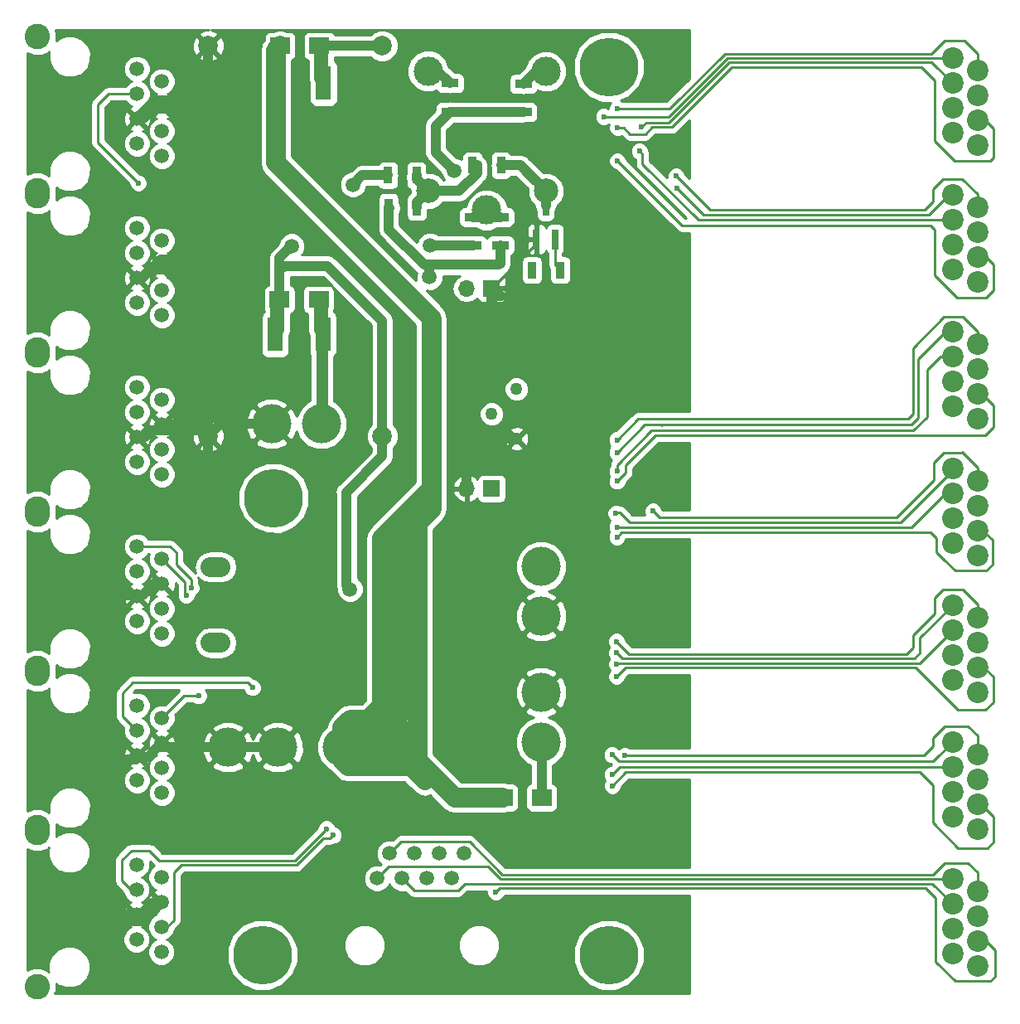
<source format=gbl>
G04 #@! TF.FileFunction,Copper,L2,Bot,Signal*
%FSLAX46Y46*%
G04 Gerber Fmt 4.6, Leading zero omitted, Abs format (unit mm)*
G04 Created by KiCad (PCBNEW 4.0.7) date 10/11/18 23:23:36*
%MOMM*%
%LPD*%
G01*
G04 APERTURE LIST*
%ADD10C,0.100000*%
%ADD11C,6.000000*%
%ADD12C,2.000000*%
%ADD13R,1.600000X3.500000*%
%ADD14O,3.048000X2.032000*%
%ADD15C,4.000000*%
%ADD16R,2.000000X1.700000*%
%ADD17R,1.700000X1.700000*%
%ADD18O,1.700000X1.700000*%
%ADD19R,0.900000X1.700000*%
%ADD20R,1.700000X0.900000*%
%ADD21C,1.260000*%
%ADD22C,2.500000*%
%ADD23C,3.000000*%
%ADD24R,0.650000X2.000000*%
%ADD25C,1.500000*%
%ADD26C,2.600000*%
%ADD27C,2.200000*%
%ADD28C,0.600000*%
%ADD29C,0.250000*%
%ADD30C,2.000000*%
%ADD31C,1.000000*%
%ADD32C,0.254000*%
G04 APERTURE END LIST*
D10*
D11*
X80467200Y-127889000D03*
D12*
X92710000Y-35052000D03*
X74930000Y-35052000D03*
X74930000Y-74930000D03*
X92710000Y-74930000D03*
D11*
X81597500Y-81216500D03*
D13*
X86704500Y-38862000D03*
X81824500Y-38862000D03*
D14*
X75692000Y-88265000D03*
X94742000Y-88265000D03*
X94742000Y-96012000D03*
X75692000Y-96012000D03*
D15*
X82042000Y-106680000D03*
X76962000Y-106680000D03*
X93726000Y-106680000D03*
X88646000Y-106680000D03*
X86487000Y-73660000D03*
X81407000Y-73660000D03*
D13*
X86641000Y-64516000D03*
X81761000Y-64516000D03*
D16*
X86201000Y-60960000D03*
X82201000Y-60960000D03*
X86264500Y-35052000D03*
X82264500Y-35052000D03*
D17*
X103886000Y-80264000D03*
D18*
X101346000Y-80264000D03*
D17*
X103886000Y-59817000D03*
D18*
X101346000Y-59817000D03*
D19*
X110898600Y-57950100D03*
X107998600Y-57950100D03*
X96192000Y-48260000D03*
X93292000Y-48260000D03*
X96255500Y-51498500D03*
X93355500Y-51498500D03*
D20*
X99631500Y-38872500D03*
X99631500Y-41772500D03*
X101981000Y-55425000D03*
X101981000Y-52525000D03*
X104775000Y-55425000D03*
X104775000Y-52525000D03*
X107124500Y-38936000D03*
X107124500Y-41836000D03*
D21*
X106426000Y-70104000D03*
X103886000Y-72644000D03*
X106426000Y-75184000D03*
D22*
X109428000Y-49866000D03*
D23*
X109428000Y-37666000D03*
X97378000Y-37616000D03*
D22*
X97428000Y-49866000D03*
D23*
X103378000Y-51816000D03*
D24*
X110360500Y-54796000D03*
X108460500Y-54796000D03*
X109410500Y-51376000D03*
D11*
X115849400Y-127889000D03*
X115849400Y-37211000D03*
D25*
X67589400Y-126314200D03*
X67589400Y-123774200D03*
X67589400Y-121234200D03*
X67589400Y-118694200D03*
X70129400Y-127584200D03*
X70129400Y-125044200D03*
X70129400Y-122504200D03*
X70129400Y-119964200D03*
D26*
X57429400Y-115392200D03*
X57429400Y-131140200D03*
D25*
X67640200Y-61290200D03*
X67640200Y-58750200D03*
X67640200Y-56210200D03*
X67640200Y-53670200D03*
X70180200Y-62560200D03*
X70180200Y-60020200D03*
X70180200Y-57480200D03*
X70180200Y-54940200D03*
D26*
X57480200Y-50368200D03*
X57480200Y-66116200D03*
D25*
X67640200Y-110058200D03*
X67640200Y-107518200D03*
X67640200Y-104978200D03*
X67640200Y-102438200D03*
X70180200Y-111328200D03*
X70180200Y-108788200D03*
X70180200Y-106248200D03*
X70180200Y-103708200D03*
D26*
X57480200Y-99136200D03*
X57480200Y-114884200D03*
D25*
X67640200Y-45034200D03*
X67640200Y-42494200D03*
X67640200Y-39954200D03*
X67640200Y-37414200D03*
X70180200Y-46304200D03*
X70180200Y-43764200D03*
X70180200Y-41224200D03*
X70180200Y-38684200D03*
D26*
X57480200Y-34112200D03*
X57480200Y-49860200D03*
D25*
X67640200Y-93802200D03*
X67640200Y-91262200D03*
X67640200Y-88722200D03*
X67640200Y-86182200D03*
X70180200Y-95072200D03*
X70180200Y-92532200D03*
X70180200Y-89992200D03*
X70180200Y-87452200D03*
D26*
X57480200Y-82880200D03*
X57480200Y-98628200D03*
D25*
X67640200Y-77546200D03*
X67640200Y-75006200D03*
X67640200Y-72466200D03*
X67640200Y-69926200D03*
X70180200Y-78816200D03*
X70180200Y-76276200D03*
X70180200Y-73736200D03*
X70180200Y-71196200D03*
D26*
X57480200Y-66624200D03*
X57480200Y-82372200D03*
D25*
X99796600Y-120053100D03*
X97256600Y-120053100D03*
X94716600Y-120053100D03*
X92176600Y-120053100D03*
X101066600Y-117513100D03*
X98526600Y-117513100D03*
X95986600Y-117513100D03*
X93446600Y-117513100D03*
D15*
X108940600Y-106146600D03*
X108940600Y-101066600D03*
D16*
X109010200Y-111810800D03*
X105010200Y-111810800D03*
D19*
X101928000Y-47244000D03*
X104828000Y-47244000D03*
D27*
X150977600Y-71856600D03*
X150977600Y-69316600D03*
X150977600Y-66776600D03*
X150977600Y-64236600D03*
X153517600Y-73126600D03*
X153517600Y-70586600D03*
X153517600Y-68046600D03*
X153517600Y-65506600D03*
X150977600Y-99796600D03*
X150977600Y-97256600D03*
X150977600Y-94716600D03*
X150977600Y-92176600D03*
X153517600Y-101066600D03*
X153517600Y-98526600D03*
X153517600Y-95986600D03*
X153517600Y-93446600D03*
X150977600Y-127736600D03*
X150977600Y-125196600D03*
X150977600Y-122656600D03*
X150977600Y-120116600D03*
X153517600Y-129006600D03*
X153517600Y-126466600D03*
X153517600Y-123926600D03*
X153517600Y-121386600D03*
X150977600Y-113766600D03*
X150977600Y-111226600D03*
X150977600Y-108686600D03*
X150977600Y-106146600D03*
X153517600Y-115036600D03*
X153517600Y-112496600D03*
X153517600Y-109956600D03*
X153517600Y-107416600D03*
X150977600Y-43916600D03*
X150977600Y-41376600D03*
X150977600Y-38836600D03*
X150977600Y-36296600D03*
X153517600Y-45186600D03*
X153517600Y-42646600D03*
X153517600Y-40106600D03*
X153517600Y-37566600D03*
X150977600Y-85826600D03*
X150977600Y-83286600D03*
X150977600Y-80746600D03*
X150977600Y-78206600D03*
X153517600Y-87096600D03*
X153517600Y-84556600D03*
X153517600Y-82016600D03*
X153517600Y-79476600D03*
D15*
X108940600Y-93294200D03*
X108940600Y-88214200D03*
D27*
X150977600Y-57886600D03*
X150977600Y-55346600D03*
X150977600Y-52806600D03*
X150977600Y-50266600D03*
X153517600Y-59156600D03*
X153517600Y-56616600D03*
X153517600Y-54076600D03*
X153517600Y-51536600D03*
D28*
X79451200Y-100584000D03*
X116636800Y-98196400D03*
X116636800Y-97028000D03*
X73939400Y-101422200D03*
X116636800Y-95859600D03*
X119176800Y-43357800D03*
X67792600Y-49060100D03*
X115341400Y-42265600D03*
X116713000Y-43408600D03*
X116713000Y-41478200D03*
X116687600Y-84175600D03*
X116560600Y-82778600D03*
X73177400Y-90398600D03*
X116687600Y-85191600D03*
X120370600Y-82524600D03*
X72669400Y-91160600D03*
X116687600Y-78486000D03*
X116687600Y-76555600D03*
X116687600Y-79502000D03*
X116687600Y-75285600D03*
X118973600Y-45796200D03*
X122809000Y-49606200D03*
X116713000Y-46786800D03*
X122732800Y-48310800D03*
X116205000Y-110591600D03*
X87706200Y-115646200D03*
X117500400Y-107492800D03*
X116179600Y-109448600D03*
X87000080Y-114995960D03*
X116179600Y-107442000D03*
D25*
X97536000Y-58674000D03*
X89408000Y-90525600D03*
X89725500Y-49212500D03*
X97589000Y-55425000D03*
X83439000Y-55499000D03*
D28*
X107988100Y-58013600D03*
X104317800Y-121462800D03*
X116636800Y-99466400D03*
D25*
X100076000Y-47815500D03*
D29*
X67640200Y-104978200D02*
X66522600Y-103860600D01*
X66167000Y-101142800D02*
X67233800Y-100076000D01*
X66167000Y-103505000D02*
X66167000Y-101142800D01*
X66217800Y-103555800D02*
X66167000Y-103505000D01*
X66294000Y-103632000D02*
X66217800Y-103555800D01*
X66522600Y-103860600D02*
X66294000Y-103632000D01*
X78943200Y-100076000D02*
X67233800Y-100076000D01*
X79451200Y-100584000D02*
X78943200Y-100076000D01*
X147650200Y-98069400D02*
X117830600Y-98069400D01*
X150977600Y-94742000D02*
X147650200Y-98069400D01*
X116763800Y-98069400D02*
X116636800Y-98196400D01*
X117830600Y-98069400D02*
X116763800Y-98069400D01*
X150977600Y-94716600D02*
X150977600Y-94742000D01*
X147650200Y-95504000D02*
X147650200Y-97028000D01*
X147650200Y-97028000D02*
X147091400Y-97586800D01*
X147091400Y-97586800D02*
X118160800Y-97586800D01*
X150977600Y-92176600D02*
X147650200Y-95504000D01*
X117195600Y-97586800D02*
X116636800Y-97028000D01*
X118160800Y-97586800D02*
X117195600Y-97586800D01*
X72771000Y-101422200D02*
X73939400Y-101422200D01*
X119202200Y-97129600D02*
X117906800Y-97129600D01*
X117906800Y-97129600D02*
X116636800Y-95859600D01*
X153517600Y-92075000D02*
X153517600Y-93446600D01*
X146304000Y-97129600D02*
X119202200Y-97129600D01*
X146939000Y-96494600D02*
X146304000Y-97129600D01*
X146939000Y-95199200D02*
X146939000Y-96494600D01*
X149123400Y-93014800D02*
X146939000Y-95199200D01*
X149123400Y-91440000D02*
X149123400Y-93014800D01*
X149961600Y-90601800D02*
X149123400Y-91440000D01*
X152044400Y-90601800D02*
X149961600Y-90601800D01*
X153517600Y-92075000D02*
X152044400Y-90601800D01*
X153517600Y-93446600D02*
X153517600Y-92367100D01*
X72771000Y-101422200D02*
X72440800Y-101422200D01*
X72440800Y-101422200D02*
X70167500Y-103695500D01*
X121958100Y-42887900D02*
X119646700Y-42887900D01*
X119646700Y-42887900D02*
X119176800Y-43357800D01*
X150977600Y-38836600D02*
X149275800Y-37134800D01*
X128143000Y-36703000D02*
X121958100Y-42887900D01*
X148844000Y-36703000D02*
X128143000Y-36703000D01*
X148996400Y-36855400D02*
X148844000Y-36703000D01*
X149275800Y-37134800D02*
X148996400Y-36855400D01*
X63601600Y-42011600D02*
X63627000Y-42011600D01*
X63627000Y-42037000D02*
X63601600Y-42011600D01*
X63627000Y-44894500D02*
X63627000Y-42037000D01*
X67792600Y-49060100D02*
X63627000Y-44894500D01*
X64706500Y-39941500D02*
X67627500Y-39941500D01*
X63627000Y-41021000D02*
X64706500Y-39941500D01*
X63627000Y-42011600D02*
X63627000Y-41021000D01*
X115341400Y-42265600D02*
X115341400Y-42291000D01*
X115341400Y-42291000D02*
X115341400Y-42265600D01*
X115341400Y-42265600D02*
X115341400Y-42291000D01*
X127965200Y-36296600D02*
X121970800Y-42291000D01*
X121970800Y-42291000D02*
X115341400Y-42291000D01*
X127965200Y-36296600D02*
X150977600Y-36296600D01*
X122275600Y-43357800D02*
X120294400Y-43357800D01*
X120294400Y-43357800D02*
X119595900Y-44056300D01*
X116713000Y-43408600D02*
X117348000Y-43408600D01*
X117995700Y-44056300D02*
X119595900Y-44056300D01*
X117995700Y-44056300D02*
X117373400Y-43434000D01*
X155168600Y-43484800D02*
X155168600Y-46482000D01*
X155168600Y-46482000D02*
X154838400Y-46812200D01*
X154330400Y-42646600D02*
X155168600Y-43484800D01*
X122275600Y-43357800D02*
X128397000Y-37236400D01*
X128397000Y-37236400D02*
X147802600Y-37236400D01*
X147802600Y-37236400D02*
X149148800Y-38582600D01*
X149148800Y-38582600D02*
X149148800Y-44754800D01*
X149148800Y-44754800D02*
X151206200Y-46812200D01*
X151206200Y-46812200D02*
X154838400Y-46812200D01*
X153517600Y-42646600D02*
X154330400Y-42646600D01*
X122516900Y-41033700D02*
X122072400Y-41478200D01*
X122072400Y-41478200D02*
X116713000Y-41478200D01*
X152171400Y-34493200D02*
X150190200Y-34493200D01*
X153517600Y-35839400D02*
X153517600Y-37566600D01*
X153517600Y-35839400D02*
X152171400Y-34493200D01*
X150190200Y-34493200D02*
X148844000Y-35839400D01*
X148844000Y-35839400D02*
X127711200Y-35839400D01*
X127711200Y-35839400D02*
X122516900Y-41033700D01*
X146786600Y-84175600D02*
X150215600Y-80746600D01*
X116687600Y-84175600D02*
X146786600Y-84175600D01*
X150215600Y-80746600D02*
X150977600Y-80746600D01*
X117195600Y-82905600D02*
X117005100Y-82715100D01*
X116560600Y-82778600D02*
X116624100Y-82715100D01*
X116624100Y-82715100D02*
X117005100Y-82715100D01*
X121132600Y-83667600D02*
X117957600Y-83667600D01*
X121132600Y-83667600D02*
X145643600Y-83667600D01*
X145643600Y-83667600D02*
X150977600Y-78333600D01*
X117957600Y-83667600D02*
X117195600Y-82905600D01*
X117195600Y-82905600D02*
X117068600Y-82778600D01*
X150977600Y-78333600D02*
X150977600Y-78206600D01*
X71031100Y-86169500D02*
X67627500Y-86169500D01*
X71653400Y-86791800D02*
X71031100Y-86169500D01*
X71653400Y-88011000D02*
X71653400Y-86791800D01*
X73177400Y-89535000D02*
X71653400Y-88011000D01*
X73177400Y-90398600D02*
X73177400Y-89535000D01*
X67627500Y-86169500D02*
X67627500Y-85839300D01*
X116687600Y-85191600D02*
X117043200Y-84836000D01*
X149326600Y-85293200D02*
X149326600Y-86715600D01*
X148717000Y-84683600D02*
X149326600Y-85293200D01*
X117170200Y-84683600D02*
X148717000Y-84683600D01*
X117043200Y-84810600D02*
X117170200Y-84683600D01*
X117043200Y-84836000D02*
X117043200Y-84810600D01*
X154406600Y-88620600D02*
X151231600Y-88620600D01*
X155041600Y-85509100D02*
X155041600Y-87731600D01*
X154089100Y-84556600D02*
X155041600Y-85509100D01*
X149326600Y-86715600D02*
X150088600Y-87477600D01*
X155041600Y-87985600D02*
X154406600Y-88620600D01*
X155041600Y-87731600D02*
X155041600Y-87985600D01*
X151231600Y-88620600D02*
X150088600Y-87477600D01*
X153517600Y-84556600D02*
X154089100Y-84556600D01*
X151993600Y-76555600D02*
X150088600Y-76555600D01*
X150088600Y-76555600D02*
X149072600Y-77571600D01*
X149072600Y-77571600D02*
X149072600Y-79349600D01*
X149072600Y-79349600D02*
X145262600Y-83159600D01*
X145262600Y-83159600D02*
X121005600Y-83159600D01*
X121005600Y-83159600D02*
X120370600Y-82524600D01*
X153517600Y-78079600D02*
X151993600Y-76555600D01*
X151993600Y-76555600D02*
X151930100Y-76492100D01*
X153517600Y-78079600D02*
X153517600Y-79476600D01*
X72517000Y-89789000D02*
X70167500Y-87439500D01*
X72517000Y-91008200D02*
X72517000Y-89789000D01*
X72669400Y-91160600D02*
X72517000Y-91008200D01*
X70167500Y-87439500D02*
X70167500Y-87363300D01*
X70104000Y-87376000D02*
X70485000Y-87376000D01*
X116687600Y-77876400D02*
X116687600Y-78486000D01*
X116687600Y-77876400D02*
X116687600Y-77851000D01*
X120218200Y-74320400D02*
X146989800Y-74320400D01*
X116687600Y-77851000D02*
X120218200Y-74320400D01*
X150977600Y-66776600D02*
X149707600Y-66776600D01*
X148374100Y-72936100D02*
X146989800Y-74320400D01*
X148374100Y-68110100D02*
X148374100Y-72936100D01*
X149707600Y-66776600D02*
X148374100Y-68110100D01*
X121259600Y-73761600D02*
X121259600Y-73736200D01*
X121234200Y-73736200D02*
X121259600Y-73761600D01*
X119507000Y-73736200D02*
X121234200Y-73736200D01*
X116687600Y-76555600D02*
X119507000Y-73736200D01*
X150977600Y-64236600D02*
X150215600Y-64236600D01*
X150215600Y-64236600D02*
X147447000Y-67005200D01*
X147447000Y-67005200D02*
X147447000Y-73050400D01*
X147447000Y-73050400D02*
X146761200Y-73736200D01*
X146761200Y-73736200D02*
X121259600Y-73736200D01*
X155168600Y-73888600D02*
X155168600Y-73964800D01*
X117602000Y-78587600D02*
X116687600Y-79502000D01*
X117602000Y-77851000D02*
X117602000Y-78587600D01*
X120624600Y-74828400D02*
X117602000Y-77851000D01*
X154305000Y-74828400D02*
X120624600Y-74828400D01*
X155168600Y-73964800D02*
X154305000Y-74828400D01*
X153517600Y-70586600D02*
X153962100Y-70586600D01*
X153962100Y-70586600D02*
X155168600Y-71793100D01*
X155168600Y-71793100D02*
X155168600Y-73888600D01*
X153517600Y-65506600D02*
X153517600Y-64236600D01*
X118846600Y-73126600D02*
X116687600Y-75285600D01*
X146405600Y-73126600D02*
X118846600Y-73126600D01*
X146913600Y-72618600D02*
X146405600Y-73126600D01*
X146913600Y-65887600D02*
X146913600Y-72618600D01*
X150088600Y-62712600D02*
X146913600Y-65887600D01*
X151993600Y-62712600D02*
X150088600Y-62712600D01*
X153517600Y-64236600D02*
X151993600Y-62712600D01*
X119303800Y-46126400D02*
X119303800Y-47091600D01*
X118973600Y-45796200D02*
X119303800Y-46126400D01*
X119303800Y-47091600D02*
X125018800Y-52806600D01*
X125018800Y-52806600D02*
X150977600Y-52806600D01*
X150977600Y-50266600D02*
X150622000Y-50266600D01*
X150622000Y-50266600D02*
X148564600Y-52324000D01*
X148564600Y-52324000D02*
X125526800Y-52324000D01*
X125526800Y-52324000D02*
X122809000Y-49606200D01*
X153517600Y-56616600D02*
X154406600Y-56616600D01*
X154406600Y-56616600D02*
X155143200Y-57353200D01*
X123317000Y-53390800D02*
X116713000Y-46786800D01*
X148717000Y-53390800D02*
X123317000Y-53390800D01*
X149148800Y-53822600D02*
X148717000Y-53390800D01*
X149148800Y-58445400D02*
X149148800Y-53822600D01*
X151460200Y-60756800D02*
X149148800Y-58445400D01*
X154381200Y-60756800D02*
X151460200Y-60756800D01*
X155143200Y-59994800D02*
X154381200Y-60756800D01*
X155143200Y-57353200D02*
X155143200Y-59994800D01*
X153517600Y-56616600D02*
X154178000Y-56616600D01*
X153517600Y-50215800D02*
X151968200Y-48666400D01*
X151968200Y-48666400D02*
X150012400Y-48666400D01*
X150012400Y-48666400D02*
X149021800Y-49657000D01*
X149021800Y-49657000D02*
X149021800Y-50927000D01*
X149021800Y-50927000D02*
X148158200Y-51790600D01*
X148158200Y-51790600D02*
X126187200Y-51790600D01*
X126187200Y-51790600D02*
X122707400Y-48310800D01*
X153517600Y-50215800D02*
X153517600Y-51536600D01*
X122720100Y-48323500D02*
X122707400Y-48310800D01*
X122732800Y-48310800D02*
X122720100Y-48323500D01*
D30*
X105010200Y-111810800D02*
X100101400Y-111810800D01*
X100101400Y-111810800D02*
X96329500Y-108038900D01*
X90551000Y-108585000D02*
X89184480Y-108585000D01*
X89184480Y-108585000D02*
X88646000Y-108046520D01*
X88646000Y-108046520D02*
X88646000Y-106680000D01*
X91288870Y-103846630D02*
X89442290Y-103846630D01*
X88646000Y-104642920D02*
X88646000Y-106680000D01*
X89442290Y-103846630D02*
X88646000Y-104642920D01*
X94742000Y-96012000D02*
X94742000Y-88265000D01*
X93726000Y-106680000D02*
X93726000Y-97028000D01*
X93726000Y-97028000D02*
X94742000Y-96012000D01*
X96329500Y-84963000D02*
X96329500Y-108038900D01*
X96329500Y-108038900D02*
X96329500Y-109283500D01*
X96329500Y-109283500D02*
X97104200Y-110058200D01*
X97104200Y-110058200D02*
X93726000Y-106680000D01*
X93853000Y-84137500D02*
X92646500Y-85344000D01*
X92646500Y-85344000D02*
X92646500Y-102489000D01*
X92646500Y-102489000D02*
X91288870Y-103846630D01*
X91288870Y-103846630D02*
X90741500Y-104394000D01*
X97726500Y-64516000D02*
X97726500Y-62865000D01*
X81824500Y-46963000D02*
X81824500Y-45756500D01*
X97726500Y-62865000D02*
X81824500Y-46963000D01*
X93853000Y-87312500D02*
X93853000Y-84137500D01*
X97726500Y-80264000D02*
X97726500Y-80073500D01*
X93853000Y-84137500D02*
X97726500Y-80264000D01*
X95313500Y-107569000D02*
X93726000Y-106680000D01*
X95313500Y-108585000D02*
X95313500Y-105092500D01*
X95472250Y-104933750D02*
X93726000Y-106680000D01*
X95313500Y-105092500D02*
X95472250Y-104933750D01*
X88646000Y-106680000D02*
X90551000Y-108585000D01*
X91630500Y-108585000D02*
X90551000Y-108585000D01*
X95313500Y-108585000D02*
X91630500Y-108585000D01*
X88646000Y-106680000D02*
X88646000Y-106489500D01*
X88646000Y-106489500D02*
X90741500Y-104394000D01*
X90741500Y-104394000D02*
X93853000Y-101282500D01*
X93853000Y-101282500D02*
X93853000Y-87312500D01*
X93853000Y-87312500D02*
X93853000Y-86233000D01*
X93853000Y-86233000D02*
X94742000Y-85344000D01*
X88646000Y-106489500D02*
X90360500Y-104775000D01*
X95821500Y-101981000D02*
X95821500Y-85471000D01*
X93027500Y-104775000D02*
X95821500Y-101981000D01*
X90360500Y-104775000D02*
X93027500Y-104775000D01*
X95821500Y-85471000D02*
X96329500Y-84963000D01*
X96329500Y-84963000D02*
X96329500Y-83756500D01*
X93726000Y-106680000D02*
X88646000Y-106680000D01*
X81824500Y-38862000D02*
X81824500Y-45593000D01*
X97726500Y-79883000D02*
X97726500Y-64516000D01*
X97726500Y-82359500D02*
X97726500Y-79883000D01*
X88646000Y-106680000D02*
X88423502Y-106680000D01*
X88646000Y-106902498D02*
X88646000Y-106680000D01*
X97726500Y-82359500D02*
X96329500Y-83756500D01*
X96329500Y-83756500D02*
X94742000Y-85344000D01*
X81824500Y-38862000D02*
X81824500Y-35492000D01*
X81824500Y-35492000D02*
X82264500Y-35052000D01*
D29*
X152552400Y-116941600D02*
X151561800Y-116941600D01*
X117576600Y-109220000D02*
X116205000Y-110591600D01*
X147650200Y-109220000D02*
X117576600Y-109220000D01*
X148945600Y-110515400D02*
X147650200Y-109220000D01*
X148945600Y-114325400D02*
X148945600Y-110515400D01*
X151561800Y-116941600D02*
X148945600Y-114325400D01*
X153898600Y-112496600D02*
X155168600Y-113766600D01*
X155168600Y-113766600D02*
X155168600Y-116306600D01*
X155168600Y-116306600D02*
X154533600Y-116941600D01*
X154533600Y-116941600D02*
X152552400Y-116941600D01*
X83464400Y-118694200D02*
X72923400Y-118694200D01*
X87376000Y-115976400D02*
X86664800Y-115976400D01*
X83947000Y-118694200D02*
X83464400Y-118694200D01*
X86664800Y-115976400D02*
X83947000Y-118694200D01*
X71393050Y-124339350D02*
X71393050Y-119475250D01*
X72174100Y-118694200D02*
X72923400Y-118694200D01*
X71393050Y-119475250D02*
X72174100Y-118694200D01*
X87706200Y-115646200D02*
X87376000Y-115976400D01*
X71393050Y-124339350D02*
X70700900Y-125031500D01*
X153517600Y-112496600D02*
X153898600Y-112496600D01*
X70167500Y-125031500D02*
X70700900Y-125031500D01*
X148996400Y-105689400D02*
X150190200Y-104495600D01*
X148996400Y-106578400D02*
X148996400Y-105689400D01*
X148082000Y-107492800D02*
X148996400Y-106578400D01*
X117500400Y-107492800D02*
X148082000Y-107492800D01*
X153517600Y-107416600D02*
X153517600Y-105448100D01*
X152565100Y-104495600D02*
X150190200Y-104495600D01*
X153517600Y-105448100D02*
X152565100Y-104495600D01*
X117068600Y-108686600D02*
X117195600Y-108686600D01*
X117195600Y-108686600D02*
X150977600Y-108686600D01*
X116941600Y-108686600D02*
X117068600Y-108686600D01*
X117068600Y-108686600D02*
X117132100Y-108686600D01*
X116179600Y-109448600D02*
X116941600Y-108686600D01*
X86868000Y-115128040D02*
X86868000Y-115163600D01*
X66116200Y-120319800D02*
X66116200Y-118186200D01*
X67017900Y-121221500D02*
X66116200Y-120319800D01*
X86868000Y-115163600D02*
X83794600Y-118237000D01*
X83794600Y-118237000D02*
X69926200Y-118237000D01*
X69926200Y-118237000D02*
X68910200Y-117221000D01*
X68910200Y-117221000D02*
X67081400Y-117221000D01*
X67081400Y-117221000D02*
X66116200Y-118186200D01*
X87000080Y-114995960D02*
X86868000Y-115128040D01*
X67627500Y-121221500D02*
X67017900Y-121221500D01*
X149428200Y-107696000D02*
X148996400Y-108127800D01*
X148996400Y-108127800D02*
X117398800Y-108127800D01*
X149428200Y-107696000D02*
X150977600Y-106146600D01*
X116865400Y-108127800D02*
X116179600Y-107442000D01*
X117398800Y-108127800D02*
X116865400Y-108127800D01*
D31*
X97536000Y-58674000D02*
X97536000Y-57404000D01*
X97536000Y-57404000D02*
X97536000Y-57658000D01*
X97536000Y-57658000D02*
X97536000Y-57404000D01*
X98806000Y-57404000D02*
X97536000Y-57404000D01*
X97536000Y-57404000D02*
X96964500Y-57404000D01*
X98806000Y-57404000D02*
X104648000Y-57404000D01*
X96964500Y-57404000D02*
X93355500Y-53795000D01*
X104648000Y-57404000D02*
X104775000Y-57277000D01*
X93355500Y-53795000D02*
X93355500Y-51498500D01*
X104775000Y-57277000D02*
X104775000Y-55425000D01*
X93472000Y-51615000D02*
X93355500Y-51498500D01*
X89052400Y-90170000D02*
X89052400Y-80619600D01*
X89408000Y-90525600D02*
X89052400Y-90170000D01*
X92710000Y-64008000D02*
X92710000Y-63119000D01*
X87122000Y-57531000D02*
X85979000Y-57531000D01*
X92710000Y-63119000D02*
X87122000Y-57531000D01*
X92710000Y-64516000D02*
X92710000Y-64008000D01*
X92710000Y-64516000D02*
X92710000Y-64643000D01*
X90678000Y-48260000D02*
X93292000Y-48260000D01*
X89725500Y-49212500D02*
X90678000Y-48260000D01*
X101981000Y-55425000D02*
X97589000Y-55425000D01*
X82804000Y-56134000D02*
X83439000Y-55499000D01*
X92710000Y-76962000D02*
X89052400Y-80619600D01*
X89052400Y-80619600D02*
X89027000Y-80645000D01*
X92710000Y-74930000D02*
X92710000Y-76962000D01*
X85979000Y-57531000D02*
X82677000Y-57531000D01*
X92710000Y-74930000D02*
X92710000Y-64643000D01*
X82201000Y-58007000D02*
X82201000Y-60960000D01*
X82677000Y-57531000D02*
X82201000Y-58007000D01*
X82201000Y-60960000D02*
X82201000Y-56737000D01*
X82201000Y-56737000D02*
X82804000Y-56134000D01*
X82804000Y-56134000D02*
X82201000Y-56737000D01*
X82201000Y-60960000D02*
X82201000Y-64076000D01*
X82201000Y-64076000D02*
X81761000Y-64516000D01*
X82042000Y-60801000D02*
X82201000Y-60960000D01*
X81761000Y-64516000D02*
X81761000Y-61400000D01*
X81761000Y-61400000D02*
X82201000Y-60960000D01*
X86201000Y-60960000D02*
X86201000Y-64076000D01*
X86201000Y-64076000D02*
X86641000Y-64516000D01*
X86487000Y-73660000D02*
X86487000Y-64670000D01*
X86487000Y-64670000D02*
X86641000Y-64516000D01*
X86641000Y-64516000D02*
X86641000Y-73506000D01*
X86641000Y-73506000D02*
X86487000Y-73660000D01*
X86641000Y-64516000D02*
X86641000Y-61400000D01*
X86641000Y-61400000D02*
X86201000Y-60960000D01*
X97428000Y-49866000D02*
X100565500Y-49866000D01*
X102378000Y-48053500D02*
X102378000Y-47244000D01*
X100565500Y-49866000D02*
X102378000Y-48053500D01*
X97428000Y-49866000D02*
X99306000Y-49866000D01*
X96255500Y-51498500D02*
X96255500Y-51038500D01*
X96255500Y-51038500D02*
X97428000Y-49866000D01*
X96192000Y-48260000D02*
X96192000Y-48630000D01*
X96192000Y-48630000D02*
X97428000Y-49866000D01*
X104828000Y-47244000D02*
X106806000Y-47244000D01*
X106806000Y-47244000D02*
X109428000Y-49866000D01*
X107441000Y-47879000D02*
X109428000Y-49866000D01*
X109410500Y-51376000D02*
X109410500Y-49883500D01*
X109410500Y-49883500D02*
X109428000Y-49866000D01*
D29*
X107441000Y-47879000D02*
X109428000Y-49866000D01*
X107988100Y-58013600D02*
X107998600Y-58003100D01*
X107998600Y-58003100D02*
X107998600Y-57950100D01*
D31*
X109428000Y-37666000D02*
X108394500Y-37666000D01*
X108394500Y-37666000D02*
X107124500Y-38936000D01*
X97378000Y-37616000D02*
X98375000Y-37616000D01*
X98375000Y-37616000D02*
X99631500Y-38872500D01*
X101981000Y-52525000D02*
X102669000Y-52525000D01*
X102669000Y-52525000D02*
X103378000Y-51816000D01*
X104775000Y-52525000D02*
X104087000Y-52525000D01*
X104087000Y-52525000D02*
X103378000Y-51816000D01*
X102669000Y-52525000D02*
X103378000Y-51816000D01*
D29*
X150977600Y-122656600D02*
X148920200Y-120599200D01*
X95948500Y-121285000D02*
X94716600Y-120053100D01*
X100431600Y-121285000D02*
X95948500Y-121285000D01*
X101117400Y-120599200D02*
X100431600Y-121285000D01*
X148920200Y-120599200D02*
X101117400Y-120599200D01*
X111925100Y-120116600D02*
X104749600Y-120116600D01*
X93383100Y-118846600D02*
X92176600Y-120053100D01*
X103479600Y-118846600D02*
X93383100Y-118846600D01*
X104749600Y-120116600D02*
X103479600Y-118846600D01*
X150977600Y-120116600D02*
X111925100Y-120116600D01*
X111925100Y-120116600D02*
X110909100Y-120116600D01*
X154819350Y-130562350D02*
X151237950Y-130562350D01*
X104724200Y-121056400D02*
X104317800Y-121462800D01*
X148183600Y-121056400D02*
X104724200Y-121056400D01*
X149225000Y-122097800D02*
X148183600Y-121056400D01*
X149225000Y-128549400D02*
X149225000Y-122097800D01*
X151237950Y-130562350D02*
X149225000Y-128549400D01*
X153517600Y-126466600D02*
X154406600Y-126466600D01*
X154406600Y-126466600D02*
X155295600Y-127355600D01*
X155295600Y-127355600D02*
X155295600Y-130086100D01*
X155295600Y-130086100D02*
X154819350Y-130562350D01*
X150723600Y-118465600D02*
X150139400Y-118465600D01*
X94653100Y-116306600D02*
X93446600Y-117513100D01*
X101625400Y-116306600D02*
X94653100Y-116306600D01*
X104978200Y-119659400D02*
X101625400Y-116306600D01*
X148945600Y-119659400D02*
X104978200Y-119659400D01*
X150139400Y-118465600D02*
X148945600Y-119659400D01*
X153517600Y-121386600D02*
X153517600Y-119418100D01*
X152565100Y-118465600D02*
X150723600Y-118465600D01*
X153517600Y-119418100D02*
X152565100Y-118465600D01*
X155143200Y-102057200D02*
X154355800Y-102844600D01*
X154355800Y-102844600D02*
X151561800Y-102844600D01*
X151561800Y-102844600D02*
X147218400Y-98501200D01*
X147218400Y-98501200D02*
X118211600Y-98501200D01*
X154178000Y-98526600D02*
X155143200Y-99491800D01*
X155143200Y-99491800D02*
X155143200Y-102057200D01*
X117602000Y-98501200D02*
X116636800Y-99466400D01*
X118211600Y-98501200D02*
X117602000Y-98501200D01*
X153517600Y-98526600D02*
X154178000Y-98526600D01*
X153517600Y-98526600D02*
X154216100Y-98526600D01*
D31*
X101066600Y-80543400D02*
X101346000Y-80264000D01*
X70929500Y-56832500D02*
X70104000Y-56832500D01*
X70104000Y-56832500D02*
X69469000Y-57467500D01*
X69469000Y-57467500D02*
X70167500Y-57467500D01*
X69024500Y-57912000D02*
X70612000Y-57912000D01*
X70612000Y-57912000D02*
X70993000Y-58293000D01*
X70167500Y-57467500D02*
X69469000Y-57467500D01*
X69469000Y-57467500D02*
X69024500Y-57912000D01*
X74930000Y-58293000D02*
X70993000Y-58293000D01*
X70993000Y-58293000D02*
X70167500Y-57467500D01*
X74930000Y-56832500D02*
X70929500Y-56832500D01*
X70929500Y-56832500D02*
X70802500Y-56832500D01*
X70802500Y-56832500D02*
X70167500Y-57467500D01*
X70167500Y-57467500D02*
X74930000Y-57467500D01*
X67627500Y-58737500D02*
X68199000Y-58737500D01*
X68199000Y-58737500D02*
X69024500Y-57912000D01*
X69024500Y-57912000D02*
X69723000Y-57912000D01*
X69723000Y-57912000D02*
X70167500Y-57467500D01*
X73025000Y-41465500D02*
X69342000Y-41465500D01*
X69342000Y-41465500D02*
X68643500Y-42164000D01*
X70167500Y-41211500D02*
X68897500Y-41211500D01*
X70739000Y-40640000D02*
X69469000Y-40640000D01*
X69469000Y-40640000D02*
X68897500Y-41211500D01*
X70167500Y-41211500D02*
X70421500Y-41211500D01*
X70421500Y-41211500D02*
X70675500Y-41465500D01*
X70675500Y-41465500D02*
X73025000Y-41465500D01*
X73025000Y-41465500D02*
X74930000Y-41465500D01*
X70167500Y-41211500D02*
X74930000Y-41211500D01*
X74612500Y-41465500D02*
X74930000Y-41465500D01*
X74676000Y-41465500D02*
X74612500Y-41465500D01*
X74930000Y-41211500D02*
X74676000Y-41465500D01*
X70167500Y-41211500D02*
X70739000Y-40640000D01*
X74612500Y-40640000D02*
X74930000Y-40322500D01*
X70739000Y-40640000D02*
X74612500Y-40640000D01*
X67627500Y-42481500D02*
X68326000Y-42481500D01*
X68326000Y-42481500D02*
X68643500Y-42164000D01*
X68897500Y-41211500D02*
X67627500Y-42481500D01*
X67627500Y-42481500D02*
X67691000Y-42481500D01*
X67691000Y-42481500D02*
X68961000Y-41211500D01*
X68961000Y-41211500D02*
X70167500Y-41211500D01*
X70167500Y-41211500D02*
X69596000Y-41211500D01*
X69596000Y-41211500D02*
X68643500Y-42164000D01*
X68643500Y-42164000D02*
X67945000Y-42164000D01*
X67945000Y-42164000D02*
X67627500Y-42481500D01*
D29*
X108460500Y-55242500D02*
X103886000Y-59817000D01*
D31*
X104838500Y-60629800D02*
X103886000Y-60629800D01*
X103886000Y-60629800D02*
X104013000Y-60756800D01*
X104013000Y-60833000D02*
X103886000Y-60833000D01*
X104013000Y-60756800D02*
X104013000Y-60833000D01*
X104838500Y-60629800D02*
X104698800Y-60629800D01*
X104698800Y-60629800D02*
X103886000Y-59817000D01*
X81407000Y-73660000D02*
X76200000Y-73660000D01*
X101346000Y-66802000D02*
X101346000Y-65024000D01*
X101346000Y-65024000D02*
X103886000Y-62484000D01*
X103886000Y-62484000D02*
X103886000Y-60833000D01*
X101346000Y-80264000D02*
X101346000Y-66802000D01*
X103886000Y-60833000D02*
X103886000Y-59817000D01*
X101346000Y-80264000D02*
X101346000Y-78422500D01*
X104584500Y-75184000D02*
X106426000Y-75184000D01*
X104584500Y-75184000D02*
X101346000Y-78422500D01*
X82042000Y-106680000D02*
X80264000Y-106680000D01*
X76962000Y-106680000D02*
X75184000Y-106680000D01*
X74676000Y-106680000D02*
X76962000Y-106680000D01*
X70104000Y-106680000D02*
X70104000Y-106426000D01*
X81407000Y-73660000D02*
X81407000Y-73533000D01*
X82296000Y-74549000D02*
X81407000Y-73660000D01*
X65214500Y-107950000D02*
X67564000Y-107950000D01*
X67564000Y-91186000D02*
X68199000Y-91186000D01*
X68199000Y-91186000D02*
X69469000Y-89916000D01*
X69469000Y-89916000D02*
X70104000Y-89916000D01*
X65278000Y-91186000D02*
X67564000Y-91186000D01*
X64643000Y-90551000D02*
X65278000Y-91186000D01*
X74930000Y-58293000D02*
X74930000Y-57404000D01*
X74930000Y-57404000D02*
X74930000Y-56832500D01*
X74930000Y-56832500D02*
X74930000Y-56769000D01*
X74930000Y-56769000D02*
X74930000Y-41465500D01*
X74930000Y-41465500D02*
X74930000Y-40322500D01*
X74930000Y-40322500D02*
X74930000Y-37719000D01*
X74930000Y-37719000D02*
X75057000Y-37592000D01*
X75057000Y-37592000D02*
X74930000Y-37592000D01*
X70104000Y-106680000D02*
X69723000Y-106680000D01*
X69723000Y-106680000D02*
X68770500Y-107632500D01*
X68770500Y-107632500D02*
X67881500Y-107632500D01*
X67881500Y-107632500D02*
X67564000Y-107950000D01*
X76962000Y-106680000D02*
X70104000Y-106680000D01*
X82042000Y-106680000D02*
X79756000Y-106680000D01*
X79756000Y-106680000D02*
X76962000Y-106680000D01*
X74930000Y-35052000D02*
X74930000Y-37592000D01*
X74930000Y-37592000D02*
X74930000Y-39052500D01*
X64643000Y-107378500D02*
X65214500Y-107950000D01*
X64643000Y-89916000D02*
X64643000Y-90551000D01*
X64643000Y-107124500D02*
X64643000Y-122859800D01*
X64643000Y-89916000D02*
X64643000Y-107124500D01*
X64643000Y-107124500D02*
X64643000Y-107378500D01*
X64643000Y-84264500D02*
X64643000Y-89916000D01*
X66167000Y-82740500D02*
X64643000Y-84264500D01*
X65544700Y-123761500D02*
X64643000Y-122859800D01*
X64643000Y-122859800D02*
X64643000Y-124015500D01*
X64643000Y-124015500D02*
X65087500Y-124460000D01*
X67627500Y-123761500D02*
X68160900Y-123761500D01*
X68160900Y-123761500D02*
X69430900Y-122491500D01*
X67627500Y-123761500D02*
X65544700Y-123761500D01*
X67564000Y-124460000D02*
X68326000Y-124460000D01*
X68326000Y-124460000D02*
X69596000Y-123190000D01*
X65087500Y-124460000D02*
X67564000Y-124460000D01*
X69430900Y-122491500D02*
X70167500Y-122491500D01*
X74930000Y-73685400D02*
X74930000Y-58293000D01*
X76200000Y-73660000D02*
X74930000Y-74930000D01*
X70866000Y-82740500D02*
X66167000Y-82740500D01*
X74295000Y-74295000D02*
X74930000Y-74930000D01*
X74650600Y-73685400D02*
X74930000Y-73685400D01*
X74879200Y-73685400D02*
X74650600Y-73685400D01*
X74930000Y-73736200D02*
X74879200Y-73685400D01*
X74930000Y-74930000D02*
X74930000Y-78740000D01*
X74930000Y-78740000D02*
X72517000Y-81153000D01*
X74930000Y-74930000D02*
X74930000Y-73685400D01*
X74091800Y-73736200D02*
X74930000Y-73736200D01*
X72453500Y-81153000D02*
X70866000Y-82740500D01*
X72517000Y-81153000D02*
X72453500Y-81153000D01*
X74079100Y-73723500D02*
X74091800Y-73736200D01*
X69596000Y-74295000D02*
X74295000Y-74295000D01*
X68465700Y-74993500D02*
X69164200Y-74295000D01*
X69164200Y-74295000D02*
X69596000Y-74295000D01*
X67627500Y-74993500D02*
X68465700Y-74993500D01*
X70167500Y-73723500D02*
X74079100Y-73723500D01*
X69596000Y-74295000D02*
X70167500Y-73723500D01*
D29*
X108460500Y-54796000D02*
X108460500Y-55242500D01*
X108460500Y-54796000D02*
X108335500Y-54796000D01*
D31*
X109010200Y-111810800D02*
X109010200Y-106216200D01*
X109010200Y-106216200D02*
X108940600Y-106146600D01*
X92710000Y-35052000D02*
X86264500Y-35052000D01*
X86264500Y-35052000D02*
X86264500Y-38422000D01*
X86264500Y-38422000D02*
X86704500Y-38862000D01*
X86704500Y-38862000D02*
X86704500Y-35492000D01*
X86704500Y-35492000D02*
X86264500Y-35052000D01*
X86264500Y-38422000D02*
X86704500Y-38862000D01*
X98171000Y-45529500D02*
X98171000Y-45910500D01*
X98171000Y-45910500D02*
X100076000Y-47815500D01*
X98171000Y-45529500D02*
X98171000Y-43233000D01*
X98171000Y-43233000D02*
X99631500Y-41772500D01*
X107124500Y-41836000D02*
X103568500Y-41836000D01*
X103568500Y-41836000D02*
X99695000Y-41836000D01*
X99695000Y-41836000D02*
X99631500Y-41772500D01*
D29*
X110360500Y-54796000D02*
X110360500Y-57412000D01*
X110360500Y-54796000D02*
X110360500Y-55512000D01*
X110360500Y-57412000D02*
X110898600Y-57950100D01*
D32*
G36*
X74544540Y-33430144D02*
X74055736Y-33632613D01*
X73957073Y-33899468D01*
X74930000Y-34872395D01*
X75902927Y-33899468D01*
X75804264Y-33632613D01*
X75211787Y-33412500D01*
X124053600Y-33412500D01*
X124053600Y-38422198D01*
X121757598Y-40718200D01*
X117275463Y-40718200D01*
X117243327Y-40686008D01*
X117101020Y-40626917D01*
X117905772Y-40294400D01*
X118929206Y-39272751D01*
X119483768Y-37937218D01*
X119485030Y-36491126D01*
X118932800Y-35154628D01*
X117911151Y-34131194D01*
X116575618Y-33576632D01*
X115129526Y-33575370D01*
X113793028Y-34127600D01*
X112769594Y-35149249D01*
X112215032Y-36484782D01*
X112213770Y-37930874D01*
X112766000Y-39267372D01*
X113787649Y-40290806D01*
X115123182Y-40845368D01*
X116022706Y-40846153D01*
X115920808Y-40947873D01*
X115778162Y-41291401D01*
X115778037Y-41434504D01*
X115528199Y-41330762D01*
X115156233Y-41330438D01*
X114812457Y-41472483D01*
X114549208Y-41735273D01*
X114406562Y-42078801D01*
X114406238Y-42450767D01*
X114548283Y-42794543D01*
X114811073Y-43057792D01*
X115154601Y-43200438D01*
X115526567Y-43200762D01*
X115840814Y-43070918D01*
X115778162Y-43221801D01*
X115777838Y-43593767D01*
X115919883Y-43937543D01*
X116182673Y-44200792D01*
X116526201Y-44343438D01*
X116898167Y-44343762D01*
X117117665Y-44253067D01*
X117458299Y-44593701D01*
X117704861Y-44758448D01*
X117995700Y-44816300D01*
X119595900Y-44816300D01*
X119886739Y-44758448D01*
X120133301Y-44593701D01*
X120609202Y-44117800D01*
X122275600Y-44117800D01*
X122566439Y-44059948D01*
X122813001Y-43895201D01*
X124053600Y-42654602D01*
X124053600Y-48582198D01*
X123667900Y-48196498D01*
X123667962Y-48125633D01*
X123525917Y-47781857D01*
X123263127Y-47518608D01*
X122919599Y-47375962D01*
X122547633Y-47375638D01*
X122203857Y-47517683D01*
X121940608Y-47780473D01*
X121797962Y-48124001D01*
X121797638Y-48495967D01*
X121807967Y-48520964D01*
X120063800Y-46776798D01*
X120063800Y-46126400D01*
X120031466Y-45963846D01*
X120005948Y-45835560D01*
X119908693Y-45690008D01*
X119908762Y-45611033D01*
X119766717Y-45267257D01*
X119503927Y-45004008D01*
X119160399Y-44861362D01*
X118788433Y-44861038D01*
X118444657Y-45003083D01*
X118181408Y-45265873D01*
X118038762Y-45609401D01*
X118038438Y-45981367D01*
X118180483Y-46325143D01*
X118443273Y-46588392D01*
X118543800Y-46630135D01*
X118543800Y-47091600D01*
X118601652Y-47382439D01*
X118766399Y-47629001D01*
X123768197Y-52630800D01*
X123631802Y-52630800D01*
X117648122Y-46647120D01*
X117648162Y-46601633D01*
X117506117Y-46257857D01*
X117243327Y-45994608D01*
X116899799Y-45851962D01*
X116527833Y-45851638D01*
X116184057Y-45993683D01*
X115920808Y-46256473D01*
X115778162Y-46600001D01*
X115777838Y-46971967D01*
X115919883Y-47315743D01*
X116182673Y-47578992D01*
X116526201Y-47721638D01*
X116573077Y-47721679D01*
X122779599Y-53928201D01*
X123026160Y-54092948D01*
X123317000Y-54150800D01*
X124053600Y-54150800D01*
X124053600Y-72366600D01*
X118846600Y-72366600D01*
X118555761Y-72424452D01*
X118309199Y-72589199D01*
X116547920Y-74350478D01*
X116502433Y-74350438D01*
X116158657Y-74492483D01*
X115895408Y-74755273D01*
X115752762Y-75098801D01*
X115752438Y-75470767D01*
X115894483Y-75814543D01*
X116000310Y-75920554D01*
X115895408Y-76025273D01*
X115752762Y-76368801D01*
X115752438Y-76740767D01*
X115894483Y-77084543D01*
X116139349Y-77329837D01*
X115985452Y-77560161D01*
X115927600Y-77851000D01*
X115927600Y-77923537D01*
X115895408Y-77955673D01*
X115752762Y-78299201D01*
X115752438Y-78671167D01*
X115885983Y-78994371D01*
X115752762Y-79315201D01*
X115752438Y-79687167D01*
X115894483Y-80030943D01*
X116157273Y-80294192D01*
X116500801Y-80436838D01*
X116872767Y-80437162D01*
X117216543Y-80295117D01*
X117479792Y-80032327D01*
X117622438Y-79688799D01*
X117622479Y-79641923D01*
X118139401Y-79125001D01*
X118304148Y-78878439D01*
X118362000Y-78587600D01*
X118362000Y-78165802D01*
X120939402Y-75588400D01*
X124053600Y-75588400D01*
X124053600Y-82399600D01*
X121320402Y-82399600D01*
X121305722Y-82384920D01*
X121305762Y-82339433D01*
X121163717Y-81995657D01*
X120900927Y-81732408D01*
X120557399Y-81589762D01*
X120185433Y-81589438D01*
X119841657Y-81731483D01*
X119578408Y-81994273D01*
X119435762Y-82337801D01*
X119435438Y-82709767D01*
X119517181Y-82907600D01*
X118272402Y-82907600D01*
X117542501Y-82177699D01*
X117295939Y-82012952D01*
X117025119Y-81959082D01*
X116747399Y-81843762D01*
X116375433Y-81843438D01*
X116031657Y-81985483D01*
X115768408Y-82248273D01*
X115625762Y-82591801D01*
X115625438Y-82963767D01*
X115767483Y-83307543D01*
X116000199Y-83540665D01*
X115895408Y-83645273D01*
X115752762Y-83988801D01*
X115752438Y-84360767D01*
X115885983Y-84683971D01*
X115752762Y-85004801D01*
X115752438Y-85376767D01*
X115894483Y-85720543D01*
X116157273Y-85983792D01*
X116500801Y-86126438D01*
X116872767Y-86126762D01*
X117216543Y-85984717D01*
X117479792Y-85721927D01*
X117595364Y-85443600D01*
X124053600Y-85443600D01*
X124053600Y-96369600D01*
X118221602Y-96369600D01*
X117571922Y-95719920D01*
X117571962Y-95674433D01*
X117429917Y-95330657D01*
X117167127Y-95067408D01*
X116823599Y-94924762D01*
X116451633Y-94924438D01*
X116107857Y-95066483D01*
X115844608Y-95329273D01*
X115701962Y-95672801D01*
X115701638Y-96044767D01*
X115843683Y-96388543D01*
X115898710Y-96443666D01*
X115844608Y-96497673D01*
X115701962Y-96841201D01*
X115701638Y-97213167D01*
X115843683Y-97556943D01*
X115898710Y-97612066D01*
X115844608Y-97666073D01*
X115701962Y-98009601D01*
X115701638Y-98381567D01*
X115843683Y-98725343D01*
X115949510Y-98831354D01*
X115844608Y-98936073D01*
X115701962Y-99279601D01*
X115701638Y-99651567D01*
X115843683Y-99995343D01*
X116106473Y-100258592D01*
X116450001Y-100401238D01*
X116821967Y-100401562D01*
X117165743Y-100259517D01*
X117428992Y-99996727D01*
X117571638Y-99653199D01*
X117571679Y-99606323D01*
X117916802Y-99261200D01*
X124053600Y-99261200D01*
X124053600Y-106732800D01*
X118062863Y-106732800D01*
X118030727Y-106700608D01*
X117687199Y-106557962D01*
X117315233Y-106557638D01*
X116971457Y-106699683D01*
X116865401Y-106805554D01*
X116709927Y-106649808D01*
X116366399Y-106507162D01*
X115994433Y-106506838D01*
X115650657Y-106648883D01*
X115387408Y-106911673D01*
X115244762Y-107255201D01*
X115244438Y-107627167D01*
X115386483Y-107970943D01*
X115649273Y-108234192D01*
X115992801Y-108376838D01*
X116039677Y-108376879D01*
X116108098Y-108445300D01*
X116039920Y-108513478D01*
X115994433Y-108513438D01*
X115650657Y-108655483D01*
X115387408Y-108918273D01*
X115244762Y-109261801D01*
X115244438Y-109633767D01*
X115386483Y-109977543D01*
X115441487Y-110032644D01*
X115412808Y-110061273D01*
X115270162Y-110404801D01*
X115269838Y-110776767D01*
X115411883Y-111120543D01*
X115674673Y-111383792D01*
X116018201Y-111526438D01*
X116390167Y-111526762D01*
X116733943Y-111384717D01*
X116997192Y-111121927D01*
X117139838Y-110778399D01*
X117139879Y-110731523D01*
X117891402Y-109980000D01*
X124053600Y-109980000D01*
X124053600Y-118899400D01*
X105293002Y-118899400D01*
X102162801Y-115769199D01*
X101916239Y-115604452D01*
X101625400Y-115546600D01*
X94653100Y-115546600D01*
X94362261Y-115604452D01*
X94115699Y-115769199D01*
X93746800Y-116138098D01*
X93723302Y-116128341D01*
X93172315Y-116127860D01*
X92663085Y-116338269D01*
X92273139Y-116727536D01*
X92061841Y-117236398D01*
X92061360Y-117787385D01*
X92271769Y-118296615D01*
X92564770Y-118590128D01*
X92476800Y-118678098D01*
X92453302Y-118668341D01*
X91902315Y-118667860D01*
X91393085Y-118878269D01*
X91003139Y-119267536D01*
X90791841Y-119776398D01*
X90791360Y-120327385D01*
X91001769Y-120836615D01*
X91391036Y-121226561D01*
X91899898Y-121437859D01*
X92450885Y-121438340D01*
X92960115Y-121227931D01*
X93350061Y-120838664D01*
X93446576Y-120606230D01*
X93541769Y-120836615D01*
X93931036Y-121226561D01*
X94439898Y-121437859D01*
X94990885Y-121438340D01*
X95016468Y-121427770D01*
X95411099Y-121822401D01*
X95657661Y-121987148D01*
X95948500Y-122045000D01*
X100431600Y-122045000D01*
X100722439Y-121987148D01*
X100969001Y-121822401D01*
X101432202Y-121359200D01*
X103382890Y-121359200D01*
X103382638Y-121647967D01*
X103524683Y-121991743D01*
X103787473Y-122254992D01*
X104131001Y-122397638D01*
X104502967Y-122397962D01*
X104846743Y-122255917D01*
X105109992Y-121993127D01*
X105183376Y-121816400D01*
X124053600Y-121816400D01*
X124053600Y-131814500D01*
X59244593Y-131814500D01*
X59364063Y-131526784D01*
X59364731Y-130761127D01*
X59520441Y-130917109D01*
X60304859Y-131242828D01*
X61154215Y-131243570D01*
X61939200Y-130919220D01*
X62540309Y-130319159D01*
X62866028Y-129534741D01*
X62866770Y-128685385D01*
X62542420Y-127900400D01*
X61942359Y-127299291D01*
X61157941Y-126973572D01*
X60308585Y-126972830D01*
X59523600Y-127297180D01*
X58922491Y-127897241D01*
X58596772Y-128681659D01*
X58596030Y-129531015D01*
X58623495Y-129597486D01*
X58526921Y-129500743D01*
X57815984Y-129205537D01*
X57046193Y-129204865D01*
X56463000Y-129445835D01*
X56463000Y-126588485D01*
X66204160Y-126588485D01*
X66414569Y-127097715D01*
X66803836Y-127487661D01*
X67312698Y-127698959D01*
X67863685Y-127699440D01*
X68372915Y-127489031D01*
X68762861Y-127099764D01*
X68974159Y-126590902D01*
X68974640Y-126039915D01*
X68764231Y-125530685D01*
X68374964Y-125140739D01*
X68158421Y-125050823D01*
X68313323Y-124986660D01*
X68381312Y-124745717D01*
X67589400Y-123953805D01*
X66797488Y-124745717D01*
X66865477Y-124986660D01*
X67032021Y-125045932D01*
X66805885Y-125139369D01*
X66415939Y-125528636D01*
X66204641Y-126037498D01*
X66204160Y-126588485D01*
X56463000Y-126588485D01*
X56463000Y-123569371D01*
X66192199Y-123569371D01*
X66220170Y-124119648D01*
X66376940Y-124498123D01*
X66617883Y-124566112D01*
X67409795Y-123774200D01*
X67769005Y-123774200D01*
X68560917Y-124566112D01*
X68801860Y-124498123D01*
X68986601Y-123979029D01*
X68958630Y-123428752D01*
X68801860Y-123050277D01*
X68560917Y-122982288D01*
X67769005Y-123774200D01*
X67409795Y-123774200D01*
X66617883Y-122982288D01*
X66376940Y-123050277D01*
X66192199Y-123569371D01*
X56463000Y-123569371D01*
X56463000Y-117086103D01*
X57042816Y-117326863D01*
X57812607Y-117327535D01*
X58524058Y-117033570D01*
X58622783Y-116935017D01*
X58596772Y-116997659D01*
X58596030Y-117847015D01*
X58920380Y-118632000D01*
X59520441Y-119233109D01*
X60304859Y-119558828D01*
X61154215Y-119559570D01*
X61939200Y-119235220D01*
X62540309Y-118635159D01*
X62726733Y-118186200D01*
X65356200Y-118186200D01*
X65356200Y-120319800D01*
X65414052Y-120610639D01*
X65578799Y-120857201D01*
X66204183Y-121482585D01*
X66204160Y-121508485D01*
X66414569Y-122017715D01*
X66803836Y-122407661D01*
X67020379Y-122497577D01*
X66865477Y-122561740D01*
X66797488Y-122802683D01*
X67589400Y-123594595D01*
X68381312Y-122802683D01*
X68313323Y-122561740D01*
X68146779Y-122502468D01*
X68372915Y-122409031D01*
X68482766Y-122299371D01*
X68732199Y-122299371D01*
X68760170Y-122849648D01*
X68916940Y-123228123D01*
X69157883Y-123296112D01*
X69949795Y-122504200D01*
X69157883Y-121712288D01*
X68916940Y-121780277D01*
X68732199Y-122299371D01*
X68482766Y-122299371D01*
X68762861Y-122019764D01*
X68974159Y-121510902D01*
X68974640Y-120959915D01*
X68764231Y-120450685D01*
X68374964Y-120060739D01*
X68142530Y-119964224D01*
X68372915Y-119869031D01*
X68762861Y-119479764D01*
X68974159Y-118970902D01*
X68974640Y-118419915D01*
X68932622Y-118318224D01*
X69386843Y-118772445D01*
X69345885Y-118789369D01*
X68955939Y-119178636D01*
X68744641Y-119687498D01*
X68744160Y-120238485D01*
X68954569Y-120747715D01*
X69343836Y-121137661D01*
X69560379Y-121227577D01*
X69405477Y-121291740D01*
X69337488Y-121532683D01*
X70129400Y-122324595D01*
X70143543Y-122310453D01*
X70323148Y-122490058D01*
X70309005Y-122504200D01*
X70323148Y-122518343D01*
X70143543Y-122697948D01*
X70129400Y-122683805D01*
X69337488Y-123475717D01*
X69405477Y-123716660D01*
X69572021Y-123775932D01*
X69345885Y-123869369D01*
X68955939Y-124258636D01*
X68744641Y-124767498D01*
X68744160Y-125318485D01*
X68954569Y-125827715D01*
X69343836Y-126217661D01*
X69576270Y-126314176D01*
X69345885Y-126409369D01*
X68955939Y-126798636D01*
X68744641Y-127307498D01*
X68744160Y-127858485D01*
X68954569Y-128367715D01*
X69343836Y-128757661D01*
X69852698Y-128968959D01*
X70403685Y-128969440D01*
X70912915Y-128759031D01*
X71063333Y-128608874D01*
X76831570Y-128608874D01*
X77383800Y-129945372D01*
X78405449Y-130968806D01*
X79740982Y-131523368D01*
X81187074Y-131524630D01*
X82523572Y-130972400D01*
X83547006Y-129950751D01*
X84101568Y-128615218D01*
X84102686Y-127333915D01*
X88771230Y-127333915D01*
X89095580Y-128118900D01*
X89695641Y-128720009D01*
X90480059Y-129045728D01*
X91329415Y-129046470D01*
X92114400Y-128722120D01*
X92715509Y-128122059D01*
X93041228Y-127337641D01*
X93041231Y-127333915D01*
X100455230Y-127333915D01*
X100779580Y-128118900D01*
X101379641Y-128720009D01*
X102164059Y-129045728D01*
X103013415Y-129046470D01*
X103798400Y-128722120D01*
X103911843Y-128608874D01*
X112213770Y-128608874D01*
X112766000Y-129945372D01*
X113787649Y-130968806D01*
X115123182Y-131523368D01*
X116569274Y-131524630D01*
X117905772Y-130972400D01*
X118929206Y-129950751D01*
X119483768Y-128615218D01*
X119485030Y-127169126D01*
X118932800Y-125832628D01*
X117911151Y-124809194D01*
X116575618Y-124254632D01*
X115129526Y-124253370D01*
X113793028Y-124805600D01*
X112769594Y-125827249D01*
X112215032Y-127162782D01*
X112213770Y-128608874D01*
X103911843Y-128608874D01*
X104399509Y-128122059D01*
X104725228Y-127337641D01*
X104725970Y-126488285D01*
X104401620Y-125703300D01*
X103801559Y-125102191D01*
X103017141Y-124776472D01*
X102167785Y-124775730D01*
X101382800Y-125100080D01*
X100781691Y-125700141D01*
X100455972Y-126484559D01*
X100455230Y-127333915D01*
X93041231Y-127333915D01*
X93041970Y-126488285D01*
X92717620Y-125703300D01*
X92117559Y-125102191D01*
X91333141Y-124776472D01*
X90483785Y-124775730D01*
X89698800Y-125100080D01*
X89097691Y-125700141D01*
X88771972Y-126484559D01*
X88771230Y-127333915D01*
X84102686Y-127333915D01*
X84102830Y-127169126D01*
X83550600Y-125832628D01*
X82528951Y-124809194D01*
X81193418Y-124254632D01*
X79747326Y-124253370D01*
X78410828Y-124805600D01*
X77387394Y-125827249D01*
X76832832Y-127162782D01*
X76831570Y-128608874D01*
X71063333Y-128608874D01*
X71302861Y-128369764D01*
X71514159Y-127860902D01*
X71514640Y-127309915D01*
X71304231Y-126800685D01*
X70914964Y-126410739D01*
X70682530Y-126314224D01*
X70912915Y-126219031D01*
X71302861Y-125829764D01*
X71514159Y-125320902D01*
X71514183Y-125293019D01*
X71930451Y-124876751D01*
X72095198Y-124630189D01*
X72153050Y-124339350D01*
X72153050Y-119790052D01*
X72488903Y-119454200D01*
X83947000Y-119454200D01*
X84237839Y-119396348D01*
X84484401Y-119231601D01*
X86979602Y-116736400D01*
X87376000Y-116736400D01*
X87666839Y-116678548D01*
X87812391Y-116581293D01*
X87891367Y-116581362D01*
X88235143Y-116439317D01*
X88498392Y-116176527D01*
X88641038Y-115832999D01*
X88641362Y-115461033D01*
X88499317Y-115117257D01*
X88236527Y-114854008D01*
X87894398Y-114711943D01*
X87793197Y-114467017D01*
X87530407Y-114203768D01*
X87186879Y-114061122D01*
X86814913Y-114060798D01*
X86471137Y-114202843D01*
X86207888Y-114465633D01*
X86065242Y-114809161D01*
X86065170Y-114891628D01*
X83479798Y-117477000D01*
X70241002Y-117477000D01*
X69447601Y-116683599D01*
X69201039Y-116518852D01*
X68910200Y-116461000D01*
X67081400Y-116461000D01*
X66790561Y-116518852D01*
X66543999Y-116683599D01*
X65578799Y-117648799D01*
X65414052Y-117895361D01*
X65356200Y-118186200D01*
X62726733Y-118186200D01*
X62866028Y-117850741D01*
X62866770Y-117001385D01*
X62542420Y-116216400D01*
X61942359Y-115615291D01*
X61157941Y-115289572D01*
X60308585Y-115288830D01*
X59523600Y-115613180D01*
X59364069Y-115772433D01*
X59364400Y-115392312D01*
X59414863Y-115270784D01*
X59415531Y-114505127D01*
X59571241Y-114661109D01*
X60355659Y-114986828D01*
X61205015Y-114987570D01*
X61990000Y-114663220D01*
X62591109Y-114063159D01*
X62916828Y-113278741D01*
X62917570Y-112429385D01*
X62593220Y-111644400D01*
X61993159Y-111043291D01*
X61208741Y-110717572D01*
X60359385Y-110716830D01*
X59574400Y-111041180D01*
X58973291Y-111641241D01*
X58647572Y-112425659D01*
X58646830Y-113275015D01*
X58674295Y-113341486D01*
X58577721Y-113244743D01*
X57866784Y-112949537D01*
X57096993Y-112948865D01*
X56463000Y-113210825D01*
X56463000Y-110332485D01*
X66254960Y-110332485D01*
X66465369Y-110841715D01*
X66854636Y-111231661D01*
X67363498Y-111442959D01*
X67914485Y-111443440D01*
X68423715Y-111233031D01*
X68813661Y-110843764D01*
X69024959Y-110334902D01*
X69025440Y-109783915D01*
X68815031Y-109274685D01*
X68603201Y-109062485D01*
X68794960Y-109062485D01*
X69005369Y-109571715D01*
X69394636Y-109961661D01*
X69627070Y-110058176D01*
X69396685Y-110153369D01*
X69006739Y-110542636D01*
X68795441Y-111051498D01*
X68794960Y-111602485D01*
X69005369Y-112111715D01*
X69394636Y-112501661D01*
X69903498Y-112712959D01*
X70454485Y-112713440D01*
X70963715Y-112503031D01*
X71353661Y-112113764D01*
X71564959Y-111604902D01*
X71565440Y-111053915D01*
X71355031Y-110544685D01*
X70965764Y-110154739D01*
X70733330Y-110058224D01*
X70963715Y-109963031D01*
X71353661Y-109573764D01*
X71564959Y-109064902D01*
X71565404Y-108555022D01*
X75266584Y-108555022D01*
X75487353Y-108925743D01*
X76459012Y-109319119D01*
X77507247Y-109310713D01*
X78436647Y-108925743D01*
X78657416Y-108555022D01*
X80346584Y-108555022D01*
X80567353Y-108925743D01*
X81539012Y-109319119D01*
X82587247Y-109310713D01*
X83516647Y-108925743D01*
X83737416Y-108555022D01*
X82042000Y-106859605D01*
X80346584Y-108555022D01*
X78657416Y-108555022D01*
X76962000Y-106859605D01*
X75266584Y-108555022D01*
X71565404Y-108555022D01*
X71565440Y-108513915D01*
X71355031Y-108004685D01*
X70965764Y-107614739D01*
X70749221Y-107524823D01*
X70904123Y-107460660D01*
X70972112Y-107219717D01*
X70180200Y-106427805D01*
X69388288Y-107219717D01*
X69456277Y-107460660D01*
X69622821Y-107519932D01*
X69396685Y-107613369D01*
X69006739Y-108002636D01*
X68795441Y-108511498D01*
X68794960Y-109062485D01*
X68603201Y-109062485D01*
X68425764Y-108884739D01*
X68209221Y-108794823D01*
X68364123Y-108730660D01*
X68432112Y-108489717D01*
X67640200Y-107697805D01*
X66848288Y-108489717D01*
X66916277Y-108730660D01*
X67082821Y-108789932D01*
X66856685Y-108883369D01*
X66466739Y-109272636D01*
X66255441Y-109781498D01*
X66254960Y-110332485D01*
X56463000Y-110332485D01*
X56463000Y-107313371D01*
X66242999Y-107313371D01*
X66270970Y-107863648D01*
X66427740Y-108242123D01*
X66668683Y-108310112D01*
X67460595Y-107518200D01*
X67819805Y-107518200D01*
X68611717Y-108310112D01*
X68852660Y-108242123D01*
X69037401Y-107723029D01*
X69009430Y-107172752D01*
X68852660Y-106794277D01*
X68611717Y-106726288D01*
X67819805Y-107518200D01*
X67460595Y-107518200D01*
X66668683Y-106726288D01*
X66427740Y-106794277D01*
X66242999Y-107313371D01*
X56463000Y-107313371D01*
X56463000Y-100809009D01*
X57093616Y-101070863D01*
X57863407Y-101071535D01*
X58574858Y-100777570D01*
X58673583Y-100679017D01*
X58647572Y-100741659D01*
X58646830Y-101591015D01*
X58971180Y-102376000D01*
X59571241Y-102977109D01*
X60355659Y-103302828D01*
X61205015Y-103303570D01*
X61990000Y-102979220D01*
X62591109Y-102379159D01*
X62916828Y-101594741D01*
X62917222Y-101142800D01*
X65407000Y-101142800D01*
X65407000Y-103505000D01*
X65464852Y-103795839D01*
X65629599Y-104042401D01*
X66265198Y-104678000D01*
X66255441Y-104701498D01*
X66254960Y-105252485D01*
X66465369Y-105761715D01*
X66854636Y-106151661D01*
X67071179Y-106241577D01*
X66916277Y-106305740D01*
X66848288Y-106546683D01*
X67640200Y-107338595D01*
X68432112Y-106546683D01*
X68364123Y-106305740D01*
X68197579Y-106246468D01*
X68423715Y-106153031D01*
X68533566Y-106043371D01*
X68782999Y-106043371D01*
X68810970Y-106593648D01*
X68967740Y-106972123D01*
X69208683Y-107040112D01*
X70000595Y-106248200D01*
X70359805Y-106248200D01*
X71151717Y-107040112D01*
X71392660Y-106972123D01*
X71577401Y-106453029D01*
X71563371Y-106177012D01*
X74322881Y-106177012D01*
X74331287Y-107225247D01*
X74716257Y-108154647D01*
X75086978Y-108375416D01*
X76782395Y-106680000D01*
X77141605Y-106680000D01*
X78837022Y-108375416D01*
X79207743Y-108154647D01*
X79498636Y-107436126D01*
X79796257Y-108154647D01*
X80166978Y-108375416D01*
X81862395Y-106680000D01*
X82221605Y-106680000D01*
X83917022Y-108375416D01*
X84287743Y-108154647D01*
X84681119Y-107182988D01*
X84672713Y-106134753D01*
X84287743Y-105205353D01*
X83917022Y-104984584D01*
X82221605Y-106680000D01*
X81862395Y-106680000D01*
X80166978Y-104984584D01*
X79796257Y-105205353D01*
X79505364Y-105923874D01*
X79207743Y-105205353D01*
X78837022Y-104984584D01*
X77141605Y-106680000D01*
X76782395Y-106680000D01*
X75086978Y-104984584D01*
X74716257Y-105205353D01*
X74322881Y-106177012D01*
X71563371Y-106177012D01*
X71549430Y-105902752D01*
X71392660Y-105524277D01*
X71151717Y-105456288D01*
X70359805Y-106248200D01*
X70000595Y-106248200D01*
X69208683Y-105456288D01*
X68967740Y-105524277D01*
X68782999Y-106043371D01*
X68533566Y-106043371D01*
X68813661Y-105763764D01*
X69024959Y-105254902D01*
X69025440Y-104703915D01*
X68815031Y-104194685D01*
X68425764Y-103804739D01*
X68193330Y-103708224D01*
X68423715Y-103613031D01*
X68813661Y-103223764D01*
X69024959Y-102714902D01*
X69025440Y-102163915D01*
X68815031Y-101654685D01*
X68425764Y-101264739D01*
X67916902Y-101053441D01*
X67365915Y-101052960D01*
X67307509Y-101077093D01*
X67548602Y-100836000D01*
X71976432Y-100836000D01*
X71903399Y-100884799D01*
X70462452Y-102325746D01*
X70456902Y-102323441D01*
X69905915Y-102322960D01*
X69396685Y-102533369D01*
X69006739Y-102922636D01*
X68795441Y-103431498D01*
X68794960Y-103982485D01*
X69005369Y-104491715D01*
X69394636Y-104881661D01*
X69611179Y-104971577D01*
X69456277Y-105035740D01*
X69388288Y-105276683D01*
X70180200Y-106068595D01*
X70972112Y-105276683D01*
X70904123Y-105035740D01*
X70737579Y-104976468D01*
X70963715Y-104883031D01*
X71041904Y-104804978D01*
X75266584Y-104804978D01*
X76962000Y-106500395D01*
X78657416Y-104804978D01*
X80346584Y-104804978D01*
X82042000Y-106500395D01*
X83737416Y-104804978D01*
X83516647Y-104434257D01*
X82544988Y-104040881D01*
X81496753Y-104049287D01*
X80567353Y-104434257D01*
X80346584Y-104804978D01*
X78657416Y-104804978D01*
X78436647Y-104434257D01*
X77464988Y-104040881D01*
X76416753Y-104049287D01*
X75487353Y-104434257D01*
X75266584Y-104804978D01*
X71041904Y-104804978D01*
X71353661Y-104493764D01*
X71564959Y-103984902D01*
X71565440Y-103433915D01*
X71547443Y-103390359D01*
X72755602Y-102182200D01*
X73376937Y-102182200D01*
X73409073Y-102214392D01*
X73752601Y-102357038D01*
X74124567Y-102357362D01*
X74468343Y-102215317D01*
X74731592Y-101952527D01*
X74874238Y-101608999D01*
X74874562Y-101237033D01*
X74732517Y-100893257D01*
X74675360Y-100836000D01*
X78543653Y-100836000D01*
X78658083Y-101112943D01*
X78920873Y-101376192D01*
X79264401Y-101518838D01*
X79636367Y-101519162D01*
X79980143Y-101377117D01*
X80243392Y-101114327D01*
X80386038Y-100770799D01*
X80386362Y-100398833D01*
X80244317Y-100055057D01*
X79981527Y-99791808D01*
X79637999Y-99649162D01*
X79591123Y-99649121D01*
X79480601Y-99538599D01*
X79234039Y-99373852D01*
X78943200Y-99316000D01*
X67233800Y-99316000D01*
X66942961Y-99373852D01*
X66696399Y-99538599D01*
X65629599Y-100605399D01*
X65464852Y-100851961D01*
X65407000Y-101142800D01*
X62917222Y-101142800D01*
X62917570Y-100745385D01*
X62593220Y-99960400D01*
X61993159Y-99359291D01*
X61208741Y-99033572D01*
X60359385Y-99032830D01*
X59574400Y-99357180D01*
X59414869Y-99516433D01*
X59415535Y-98752993D01*
X59415092Y-98751922D01*
X59415531Y-98249127D01*
X59571241Y-98405109D01*
X60355659Y-98730828D01*
X61205015Y-98731570D01*
X61990000Y-98407220D01*
X62591109Y-97807159D01*
X62916828Y-97022741D01*
X62917570Y-96173385D01*
X62593220Y-95388400D01*
X61993159Y-94787291D01*
X61208741Y-94461572D01*
X60359385Y-94460830D01*
X59574400Y-94785180D01*
X58973291Y-95385241D01*
X58647572Y-96169659D01*
X58646830Y-97019015D01*
X58674295Y-97085486D01*
X58577721Y-96988743D01*
X57866784Y-96693537D01*
X57096993Y-96692865D01*
X56463000Y-96954825D01*
X56463000Y-94076485D01*
X66254960Y-94076485D01*
X66465369Y-94585715D01*
X66854636Y-94975661D01*
X67363498Y-95186959D01*
X67914485Y-95187440D01*
X68423715Y-94977031D01*
X68813661Y-94587764D01*
X69024959Y-94078902D01*
X69025440Y-93527915D01*
X68815031Y-93018685D01*
X68603201Y-92806485D01*
X68794960Y-92806485D01*
X69005369Y-93315715D01*
X69394636Y-93705661D01*
X69627070Y-93802176D01*
X69396685Y-93897369D01*
X69006739Y-94286636D01*
X68795441Y-94795498D01*
X68794960Y-95346485D01*
X69005369Y-95855715D01*
X69394636Y-96245661D01*
X69903498Y-96456959D01*
X70454485Y-96457440D01*
X70963715Y-96247031D01*
X71199155Y-96012000D01*
X73490703Y-96012000D01*
X73616378Y-96643810D01*
X73974270Y-97179433D01*
X74509893Y-97537325D01*
X75141703Y-97663000D01*
X76242297Y-97663000D01*
X76874107Y-97537325D01*
X77409730Y-97179433D01*
X77767622Y-96643810D01*
X77893297Y-96012000D01*
X77767622Y-95380190D01*
X77409730Y-94844567D01*
X76874107Y-94486675D01*
X76242297Y-94361000D01*
X75141703Y-94361000D01*
X74509893Y-94486675D01*
X73974270Y-94844567D01*
X73616378Y-95380190D01*
X73490703Y-96012000D01*
X71199155Y-96012000D01*
X71353661Y-95857764D01*
X71564959Y-95348902D01*
X71565440Y-94797915D01*
X71355031Y-94288685D01*
X70965764Y-93898739D01*
X70733330Y-93802224D01*
X70963715Y-93707031D01*
X71353661Y-93317764D01*
X71564959Y-92808902D01*
X71565440Y-92257915D01*
X71355031Y-91748685D01*
X70965764Y-91358739D01*
X70749221Y-91268823D01*
X70904123Y-91204660D01*
X70972112Y-90963717D01*
X70180200Y-90171805D01*
X69388288Y-90963717D01*
X69456277Y-91204660D01*
X69622821Y-91263932D01*
X69396685Y-91357369D01*
X69006739Y-91746636D01*
X68795441Y-92255498D01*
X68794960Y-92806485D01*
X68603201Y-92806485D01*
X68425764Y-92628739D01*
X68209221Y-92538823D01*
X68364123Y-92474660D01*
X68432112Y-92233717D01*
X67640200Y-91441805D01*
X66848288Y-92233717D01*
X66916277Y-92474660D01*
X67082821Y-92533932D01*
X66856685Y-92627369D01*
X66466739Y-93016636D01*
X66255441Y-93525498D01*
X66254960Y-94076485D01*
X56463000Y-94076485D01*
X56463000Y-91057371D01*
X66242999Y-91057371D01*
X66270970Y-91607648D01*
X66427740Y-91986123D01*
X66668683Y-92054112D01*
X67460595Y-91262200D01*
X67819805Y-91262200D01*
X68611717Y-92054112D01*
X68852660Y-91986123D01*
X69037401Y-91467029D01*
X69009430Y-90916752D01*
X68852660Y-90538277D01*
X68611717Y-90470288D01*
X67819805Y-91262200D01*
X67460595Y-91262200D01*
X66668683Y-90470288D01*
X66427740Y-90538277D01*
X66242999Y-91057371D01*
X56463000Y-91057371D01*
X56463000Y-84553009D01*
X57093616Y-84814863D01*
X57863407Y-84815535D01*
X58574858Y-84521570D01*
X58673583Y-84423017D01*
X58647572Y-84485659D01*
X58646830Y-85335015D01*
X58971180Y-86120000D01*
X59571241Y-86721109D01*
X60355659Y-87046828D01*
X61205015Y-87047570D01*
X61990000Y-86723220D01*
X62257200Y-86456485D01*
X66254960Y-86456485D01*
X66465369Y-86965715D01*
X66854636Y-87355661D01*
X67087070Y-87452176D01*
X66856685Y-87547369D01*
X66466739Y-87936636D01*
X66255441Y-88445498D01*
X66254960Y-88996485D01*
X66465369Y-89505715D01*
X66854636Y-89895661D01*
X67071179Y-89985577D01*
X66916277Y-90049740D01*
X66848288Y-90290683D01*
X67640200Y-91082595D01*
X68432112Y-90290683D01*
X68364123Y-90049740D01*
X68197579Y-89990468D01*
X68423715Y-89897031D01*
X68533566Y-89787371D01*
X68782999Y-89787371D01*
X68810970Y-90337648D01*
X68967740Y-90716123D01*
X69208683Y-90784112D01*
X70000595Y-89992200D01*
X69208683Y-89200288D01*
X68967740Y-89268277D01*
X68782999Y-89787371D01*
X68533566Y-89787371D01*
X68813661Y-89507764D01*
X69024959Y-88998902D01*
X69025440Y-88447915D01*
X68815031Y-87938685D01*
X68425764Y-87548739D01*
X68193330Y-87452224D01*
X68423715Y-87357031D01*
X68813661Y-86967764D01*
X68829550Y-86929500D01*
X68897588Y-86929500D01*
X68795441Y-87175498D01*
X68794960Y-87726485D01*
X69005369Y-88235715D01*
X69394636Y-88625661D01*
X69611179Y-88715577D01*
X69456277Y-88779740D01*
X69388288Y-89020683D01*
X70180200Y-89812595D01*
X70194343Y-89798453D01*
X70373948Y-89978058D01*
X70359805Y-89992200D01*
X71151717Y-90784112D01*
X71392660Y-90716123D01*
X71577401Y-90197029D01*
X71562790Y-89909592D01*
X71757000Y-90103802D01*
X71757000Y-90919765D01*
X71734562Y-90973801D01*
X71734238Y-91345767D01*
X71876283Y-91689543D01*
X72139073Y-91952792D01*
X72482601Y-92095438D01*
X72854567Y-92095762D01*
X73198343Y-91953717D01*
X73461592Y-91690927D01*
X73604238Y-91347399D01*
X73604337Y-91233865D01*
X73706343Y-91191717D01*
X73969592Y-90928927D01*
X74112238Y-90585399D01*
X74112562Y-90213433D01*
X73970517Y-89869657D01*
X73937400Y-89836482D01*
X73937400Y-89535000D01*
X73892721Y-89310387D01*
X73974270Y-89432433D01*
X74509893Y-89790325D01*
X75141703Y-89916000D01*
X76242297Y-89916000D01*
X76874107Y-89790325D01*
X77409730Y-89432433D01*
X77767622Y-88896810D01*
X77893297Y-88265000D01*
X77767622Y-87633190D01*
X77409730Y-87097567D01*
X76874107Y-86739675D01*
X76242297Y-86614000D01*
X75141703Y-86614000D01*
X74509893Y-86739675D01*
X73974270Y-87097567D01*
X73616378Y-87633190D01*
X73490703Y-88265000D01*
X73616378Y-88896810D01*
X73621142Y-88903940D01*
X72413400Y-87696198D01*
X72413400Y-86791800D01*
X72355548Y-86500961D01*
X72190801Y-86254399D01*
X71568501Y-85632099D01*
X71321939Y-85467352D01*
X71031100Y-85409500D01*
X68819500Y-85409500D01*
X68815031Y-85398685D01*
X68425764Y-85008739D01*
X67916902Y-84797441D01*
X67365915Y-84796960D01*
X66856685Y-85007369D01*
X66466739Y-85396636D01*
X66255441Y-85905498D01*
X66254960Y-86456485D01*
X62257200Y-86456485D01*
X62591109Y-86123159D01*
X62916828Y-85338741D01*
X62917570Y-84489385D01*
X62593220Y-83704400D01*
X61993159Y-83103291D01*
X61208741Y-82777572D01*
X60359385Y-82776830D01*
X59574400Y-83101180D01*
X59414869Y-83260433D01*
X59415535Y-82496993D01*
X59415092Y-82495922D01*
X59415531Y-81993127D01*
X59571241Y-82149109D01*
X60355659Y-82474828D01*
X61205015Y-82475570D01*
X61990000Y-82151220D01*
X62205221Y-81936374D01*
X77961870Y-81936374D01*
X78514100Y-83272872D01*
X79535749Y-84296306D01*
X80871282Y-84850868D01*
X82317374Y-84852130D01*
X83653872Y-84299900D01*
X84677306Y-83278251D01*
X85231868Y-81942718D01*
X85233130Y-80496626D01*
X84680900Y-79160128D01*
X83659251Y-78136694D01*
X82323718Y-77582132D01*
X80877626Y-77580870D01*
X79541128Y-78133100D01*
X78517694Y-79154749D01*
X77963132Y-80490282D01*
X77961870Y-81936374D01*
X62205221Y-81936374D01*
X62591109Y-81551159D01*
X62916828Y-80766741D01*
X62917570Y-79917385D01*
X62593220Y-79132400D01*
X61993159Y-78531291D01*
X61208741Y-78205572D01*
X60359385Y-78204830D01*
X59574400Y-78529180D01*
X58973291Y-79129241D01*
X58647572Y-79913659D01*
X58646830Y-80763015D01*
X58674295Y-80829486D01*
X58577721Y-80732743D01*
X57866784Y-80437537D01*
X57096993Y-80436865D01*
X56463000Y-80698825D01*
X56463000Y-77820485D01*
X66254960Y-77820485D01*
X66465369Y-78329715D01*
X66854636Y-78719661D01*
X67363498Y-78930959D01*
X67914485Y-78931440D01*
X68423715Y-78721031D01*
X68813661Y-78331764D01*
X69024959Y-77822902D01*
X69025440Y-77271915D01*
X68815031Y-76762685D01*
X68603201Y-76550485D01*
X68794960Y-76550485D01*
X69005369Y-77059715D01*
X69394636Y-77449661D01*
X69627070Y-77546176D01*
X69396685Y-77641369D01*
X69006739Y-78030636D01*
X68795441Y-78539498D01*
X68794960Y-79090485D01*
X69005369Y-79599715D01*
X69394636Y-79989661D01*
X69903498Y-80200959D01*
X70454485Y-80201440D01*
X70963715Y-79991031D01*
X71353661Y-79601764D01*
X71564959Y-79092902D01*
X71565440Y-78541915D01*
X71355031Y-78032685D01*
X70965764Y-77642739D01*
X70733330Y-77546224D01*
X70963715Y-77451031D01*
X71353661Y-77061764D01*
X71564959Y-76552902D01*
X71565369Y-76082532D01*
X73957073Y-76082532D01*
X74055736Y-76349387D01*
X74665461Y-76575908D01*
X75315460Y-76551856D01*
X75804264Y-76349387D01*
X75902927Y-76082532D01*
X74930000Y-75109605D01*
X73957073Y-76082532D01*
X71565369Y-76082532D01*
X71565440Y-76001915D01*
X71355031Y-75492685D01*
X70965764Y-75102739D01*
X70749221Y-75012823D01*
X70904123Y-74948660D01*
X70972112Y-74707717D01*
X70929856Y-74665461D01*
X73284092Y-74665461D01*
X73308144Y-75315460D01*
X73510613Y-75804264D01*
X73777468Y-75902927D01*
X74750395Y-74930000D01*
X75109605Y-74930000D01*
X76082532Y-75902927D01*
X76349387Y-75804264D01*
X76449414Y-75535022D01*
X79711584Y-75535022D01*
X79932353Y-75905743D01*
X80904012Y-76299119D01*
X81952247Y-76290713D01*
X82881647Y-75905743D01*
X83102416Y-75535022D01*
X81407000Y-73839605D01*
X79711584Y-75535022D01*
X76449414Y-75535022D01*
X76575908Y-75194539D01*
X76551856Y-74544540D01*
X76349387Y-74055736D01*
X76082532Y-73957073D01*
X75109605Y-74930000D01*
X74750395Y-74930000D01*
X73777468Y-73957073D01*
X73510613Y-74055736D01*
X73284092Y-74665461D01*
X70929856Y-74665461D01*
X70180200Y-73915805D01*
X69388288Y-74707717D01*
X69456277Y-74948660D01*
X69622821Y-75007932D01*
X69396685Y-75101369D01*
X69006739Y-75490636D01*
X68795441Y-75999498D01*
X68794960Y-76550485D01*
X68603201Y-76550485D01*
X68425764Y-76372739D01*
X68209221Y-76282823D01*
X68364123Y-76218660D01*
X68432112Y-75977717D01*
X67640200Y-75185805D01*
X66848288Y-75977717D01*
X66916277Y-76218660D01*
X67082821Y-76277932D01*
X66856685Y-76371369D01*
X66466739Y-76760636D01*
X66255441Y-77269498D01*
X66254960Y-77820485D01*
X56463000Y-77820485D01*
X56463000Y-74801371D01*
X66242999Y-74801371D01*
X66270970Y-75351648D01*
X66427740Y-75730123D01*
X66668683Y-75798112D01*
X67460595Y-75006200D01*
X67819805Y-75006200D01*
X68611717Y-75798112D01*
X68852660Y-75730123D01*
X69037401Y-75211029D01*
X69009430Y-74660752D01*
X68852660Y-74282277D01*
X68611717Y-74214288D01*
X67819805Y-75006200D01*
X67460595Y-75006200D01*
X66668683Y-74214288D01*
X66427740Y-74282277D01*
X66242999Y-74801371D01*
X56463000Y-74801371D01*
X56463000Y-68297009D01*
X57093616Y-68558863D01*
X57863407Y-68559535D01*
X58574858Y-68265570D01*
X58673583Y-68167017D01*
X58647572Y-68229659D01*
X58646830Y-69079015D01*
X58971180Y-69864000D01*
X59571241Y-70465109D01*
X60355659Y-70790828D01*
X61205015Y-70791570D01*
X61990000Y-70467220D01*
X62257200Y-70200485D01*
X66254960Y-70200485D01*
X66465369Y-70709715D01*
X66854636Y-71099661D01*
X67087070Y-71196176D01*
X66856685Y-71291369D01*
X66466739Y-71680636D01*
X66255441Y-72189498D01*
X66254960Y-72740485D01*
X66465369Y-73249715D01*
X66854636Y-73639661D01*
X67071179Y-73729577D01*
X66916277Y-73793740D01*
X66848288Y-74034683D01*
X67640200Y-74826595D01*
X68432112Y-74034683D01*
X68364123Y-73793740D01*
X68197579Y-73734468D01*
X68423715Y-73641031D01*
X68533566Y-73531371D01*
X68782999Y-73531371D01*
X68810970Y-74081648D01*
X68967740Y-74460123D01*
X69208683Y-74528112D01*
X70000595Y-73736200D01*
X70359805Y-73736200D01*
X71151717Y-74528112D01*
X71392660Y-74460123D01*
X71577401Y-73941029D01*
X71569088Y-73777468D01*
X73957073Y-73777468D01*
X74930000Y-74750395D01*
X75902927Y-73777468D01*
X75804264Y-73510613D01*
X75194539Y-73284092D01*
X74544540Y-73308144D01*
X74055736Y-73510613D01*
X73957073Y-73777468D01*
X71569088Y-73777468D01*
X71549430Y-73390752D01*
X71452612Y-73157012D01*
X78767881Y-73157012D01*
X78776287Y-74205247D01*
X79161257Y-75134647D01*
X79531978Y-75355416D01*
X81227395Y-73660000D01*
X79531978Y-71964584D01*
X79161257Y-72185353D01*
X78767881Y-73157012D01*
X71452612Y-73157012D01*
X71392660Y-73012277D01*
X71151717Y-72944288D01*
X70359805Y-73736200D01*
X70000595Y-73736200D01*
X69208683Y-72944288D01*
X68967740Y-73012277D01*
X68782999Y-73531371D01*
X68533566Y-73531371D01*
X68813661Y-73251764D01*
X69024959Y-72742902D01*
X69025440Y-72191915D01*
X68815031Y-71682685D01*
X68603201Y-71470485D01*
X68794960Y-71470485D01*
X69005369Y-71979715D01*
X69394636Y-72369661D01*
X69611179Y-72459577D01*
X69456277Y-72523740D01*
X69388288Y-72764683D01*
X70180200Y-73556595D01*
X70972112Y-72764683D01*
X70904123Y-72523740D01*
X70737579Y-72464468D01*
X70963715Y-72371031D01*
X71353661Y-71981764D01*
X71435373Y-71784978D01*
X79711584Y-71784978D01*
X81407000Y-73480395D01*
X83102416Y-71784978D01*
X82881647Y-71414257D01*
X81909988Y-71020881D01*
X80861753Y-71029287D01*
X79932353Y-71414257D01*
X79711584Y-71784978D01*
X71435373Y-71784978D01*
X71564959Y-71472902D01*
X71565440Y-70921915D01*
X71355031Y-70412685D01*
X70965764Y-70022739D01*
X70456902Y-69811441D01*
X69905915Y-69810960D01*
X69396685Y-70021369D01*
X69006739Y-70410636D01*
X68795441Y-70919498D01*
X68794960Y-71470485D01*
X68603201Y-71470485D01*
X68425764Y-71292739D01*
X68193330Y-71196224D01*
X68423715Y-71101031D01*
X68813661Y-70711764D01*
X69024959Y-70202902D01*
X69025440Y-69651915D01*
X68815031Y-69142685D01*
X68425764Y-68752739D01*
X67916902Y-68541441D01*
X67365915Y-68540960D01*
X66856685Y-68751369D01*
X66466739Y-69140636D01*
X66255441Y-69649498D01*
X66254960Y-70200485D01*
X62257200Y-70200485D01*
X62591109Y-69867159D01*
X62916828Y-69082741D01*
X62917570Y-68233385D01*
X62593220Y-67448400D01*
X61993159Y-66847291D01*
X61208741Y-66521572D01*
X60359385Y-66520830D01*
X59574400Y-66845180D01*
X59414869Y-67004433D01*
X59415535Y-66240993D01*
X59415092Y-66239922D01*
X59415531Y-65737127D01*
X59571241Y-65893109D01*
X60355659Y-66218828D01*
X61205015Y-66219570D01*
X61990000Y-65895220D01*
X62591109Y-65295159D01*
X62916828Y-64510741D01*
X62917570Y-63661385D01*
X62593220Y-62876400D01*
X61993159Y-62275291D01*
X61208741Y-61949572D01*
X60359385Y-61948830D01*
X59574400Y-62273180D01*
X58973291Y-62873241D01*
X58647572Y-63657659D01*
X58646830Y-64507015D01*
X58674295Y-64573486D01*
X58577721Y-64476743D01*
X57866784Y-64181537D01*
X57096993Y-64180865D01*
X56463000Y-64442825D01*
X56463000Y-61564485D01*
X66254960Y-61564485D01*
X66465369Y-62073715D01*
X66854636Y-62463661D01*
X67363498Y-62674959D01*
X67914485Y-62675440D01*
X68423715Y-62465031D01*
X68813661Y-62075764D01*
X69024959Y-61566902D01*
X69025440Y-61015915D01*
X68815031Y-60506685D01*
X68603201Y-60294485D01*
X68794960Y-60294485D01*
X69005369Y-60803715D01*
X69394636Y-61193661D01*
X69627070Y-61290176D01*
X69396685Y-61385369D01*
X69006739Y-61774636D01*
X68795441Y-62283498D01*
X68794960Y-62834485D01*
X69005369Y-63343715D01*
X69394636Y-63733661D01*
X69903498Y-63944959D01*
X70454485Y-63945440D01*
X70963715Y-63735031D01*
X71353661Y-63345764D01*
X71564959Y-62836902D01*
X71565020Y-62766000D01*
X80313560Y-62766000D01*
X80313560Y-66266000D01*
X80357838Y-66501317D01*
X80496910Y-66717441D01*
X80709110Y-66862431D01*
X80961000Y-66913440D01*
X82561000Y-66913440D01*
X82796317Y-66869162D01*
X83012441Y-66730090D01*
X83157431Y-66517890D01*
X83208440Y-66266000D01*
X83208440Y-64571951D01*
X83249603Y-64510346D01*
X83336000Y-64076000D01*
X83336000Y-62432038D01*
X83436317Y-62413162D01*
X83652441Y-62274090D01*
X83797431Y-62061890D01*
X83848440Y-61810000D01*
X83848440Y-60110000D01*
X83804162Y-59874683D01*
X83665090Y-59658559D01*
X83452890Y-59513569D01*
X83336000Y-59489898D01*
X83336000Y-58666000D01*
X86651868Y-58666000D01*
X87599851Y-59613983D01*
X87452890Y-59513569D01*
X87201000Y-59462560D01*
X85201000Y-59462560D01*
X84965683Y-59506838D01*
X84749559Y-59645910D01*
X84604569Y-59858110D01*
X84553560Y-60110000D01*
X84553560Y-61810000D01*
X84597838Y-62045317D01*
X84736910Y-62261441D01*
X84949110Y-62406431D01*
X85066000Y-62430102D01*
X85066000Y-64076000D01*
X85152397Y-64510346D01*
X85193560Y-64571951D01*
X85193560Y-66266000D01*
X85237838Y-66501317D01*
X85352000Y-66678730D01*
X85352000Y-71277898D01*
X84996342Y-71424853D01*
X84254458Y-72165443D01*
X83949101Y-72900825D01*
X83652743Y-72185353D01*
X83282022Y-71964584D01*
X81586605Y-73660000D01*
X83282022Y-75355416D01*
X83652743Y-75134647D01*
X83945969Y-74410363D01*
X84251853Y-75150658D01*
X84992443Y-75892542D01*
X85960567Y-76294542D01*
X87008834Y-76295457D01*
X87977658Y-75895147D01*
X88719542Y-75154557D01*
X89121542Y-74186433D01*
X89122457Y-73138166D01*
X88722147Y-72169342D01*
X87981557Y-71427458D01*
X87776000Y-71342103D01*
X87776000Y-66805018D01*
X87892441Y-66730090D01*
X88037431Y-66517890D01*
X88088440Y-66266000D01*
X88088440Y-62766000D01*
X88044162Y-62530683D01*
X87905090Y-62314559D01*
X87776000Y-62226356D01*
X87776000Y-62093255D01*
X87797431Y-62061890D01*
X87848440Y-61810000D01*
X87848440Y-60110000D01*
X87804162Y-59874683D01*
X87702385Y-59716517D01*
X91575000Y-63589132D01*
X91575000Y-73752796D01*
X91324722Y-74002637D01*
X91075284Y-74603352D01*
X91074716Y-75253795D01*
X91323106Y-75854943D01*
X91575000Y-76107278D01*
X91575000Y-76491867D01*
X88249834Y-79817034D01*
X88224434Y-79842434D01*
X87978397Y-80210655D01*
X87892000Y-80645000D01*
X87917400Y-80772694D01*
X87917400Y-90170000D01*
X88003797Y-90604346D01*
X88022906Y-90632944D01*
X88022760Y-90799885D01*
X88233169Y-91309115D01*
X88622436Y-91699061D01*
X89131298Y-91910359D01*
X89682285Y-91910840D01*
X90191515Y-91700431D01*
X90581461Y-91311164D01*
X90792759Y-90802302D01*
X90793240Y-90251315D01*
X90582831Y-89742085D01*
X90193564Y-89352139D01*
X90187400Y-89349579D01*
X90187400Y-81089732D01*
X93512567Y-77764566D01*
X93758604Y-77396345D01*
X93845000Y-76962000D01*
X93845000Y-76107204D01*
X94095278Y-75857363D01*
X94344716Y-75256648D01*
X94345284Y-74606205D01*
X94096894Y-74005057D01*
X93845000Y-73752722D01*
X93845000Y-63119000D01*
X93758603Y-62684654D01*
X93512566Y-62316434D01*
X87924566Y-56728434D01*
X87842847Y-56673831D01*
X87556346Y-56482397D01*
X87122000Y-56396000D01*
X84500831Y-56396000D01*
X84612461Y-56284564D01*
X84823759Y-55775702D01*
X84824240Y-55224715D01*
X84613831Y-54715485D01*
X84224564Y-54325539D01*
X83715702Y-54114241D01*
X83164715Y-54113760D01*
X82655485Y-54324169D01*
X82265539Y-54713436D01*
X82054241Y-55222298D01*
X82054192Y-55278676D01*
X81398434Y-55934434D01*
X81152397Y-56302654D01*
X81066000Y-56737000D01*
X81066000Y-59487962D01*
X80965683Y-59506838D01*
X80749559Y-59645910D01*
X80604569Y-59858110D01*
X80553560Y-60110000D01*
X80553560Y-61810000D01*
X80597838Y-62045317D01*
X80626000Y-62089082D01*
X80626000Y-62226982D01*
X80509559Y-62301910D01*
X80364569Y-62514110D01*
X80313560Y-62766000D01*
X71565020Y-62766000D01*
X71565440Y-62285915D01*
X71355031Y-61776685D01*
X70965764Y-61386739D01*
X70733330Y-61290224D01*
X70963715Y-61195031D01*
X71353661Y-60805764D01*
X71564959Y-60296902D01*
X71565440Y-59745915D01*
X71355031Y-59236685D01*
X70965764Y-58846739D01*
X70749221Y-58756823D01*
X70904123Y-58692660D01*
X70972112Y-58451717D01*
X70180200Y-57659805D01*
X69388288Y-58451717D01*
X69456277Y-58692660D01*
X69622821Y-58751932D01*
X69396685Y-58845369D01*
X69006739Y-59234636D01*
X68795441Y-59743498D01*
X68794960Y-60294485D01*
X68603201Y-60294485D01*
X68425764Y-60116739D01*
X68209221Y-60026823D01*
X68364123Y-59962660D01*
X68432112Y-59721717D01*
X67640200Y-58929805D01*
X66848288Y-59721717D01*
X66916277Y-59962660D01*
X67082821Y-60021932D01*
X66856685Y-60115369D01*
X66466739Y-60504636D01*
X66255441Y-61013498D01*
X66254960Y-61564485D01*
X56463000Y-61564485D01*
X56463000Y-58545371D01*
X66242999Y-58545371D01*
X66270970Y-59095648D01*
X66427740Y-59474123D01*
X66668683Y-59542112D01*
X67460595Y-58750200D01*
X67819805Y-58750200D01*
X68611717Y-59542112D01*
X68852660Y-59474123D01*
X69037401Y-58955029D01*
X69009430Y-58404752D01*
X68852660Y-58026277D01*
X68611717Y-57958288D01*
X67819805Y-58750200D01*
X67460595Y-58750200D01*
X66668683Y-57958288D01*
X66427740Y-58026277D01*
X66242999Y-58545371D01*
X56463000Y-58545371D01*
X56463000Y-52041009D01*
X57093616Y-52302863D01*
X57863407Y-52303535D01*
X58574858Y-52009570D01*
X58673583Y-51911017D01*
X58647572Y-51973659D01*
X58646830Y-52823015D01*
X58971180Y-53608000D01*
X59571241Y-54209109D01*
X60355659Y-54534828D01*
X61205015Y-54535570D01*
X61990000Y-54211220D01*
X62257200Y-53944485D01*
X66254960Y-53944485D01*
X66465369Y-54453715D01*
X66854636Y-54843661D01*
X67087070Y-54940176D01*
X66856685Y-55035369D01*
X66466739Y-55424636D01*
X66255441Y-55933498D01*
X66254960Y-56484485D01*
X66465369Y-56993715D01*
X66854636Y-57383661D01*
X67071179Y-57473577D01*
X66916277Y-57537740D01*
X66848288Y-57778683D01*
X67640200Y-58570595D01*
X68432112Y-57778683D01*
X68364123Y-57537740D01*
X68197579Y-57478468D01*
X68423715Y-57385031D01*
X68533566Y-57275371D01*
X68782999Y-57275371D01*
X68810970Y-57825648D01*
X68967740Y-58204123D01*
X69208683Y-58272112D01*
X70000595Y-57480200D01*
X70359805Y-57480200D01*
X71151717Y-58272112D01*
X71392660Y-58204123D01*
X71577401Y-57685029D01*
X71549430Y-57134752D01*
X71392660Y-56756277D01*
X71151717Y-56688288D01*
X70359805Y-57480200D01*
X70000595Y-57480200D01*
X69208683Y-56688288D01*
X68967740Y-56756277D01*
X68782999Y-57275371D01*
X68533566Y-57275371D01*
X68813661Y-56995764D01*
X69024959Y-56486902D01*
X69025440Y-55935915D01*
X68815031Y-55426685D01*
X68603201Y-55214485D01*
X68794960Y-55214485D01*
X69005369Y-55723715D01*
X69394636Y-56113661D01*
X69611179Y-56203577D01*
X69456277Y-56267740D01*
X69388288Y-56508683D01*
X70180200Y-57300595D01*
X70972112Y-56508683D01*
X70904123Y-56267740D01*
X70737579Y-56208468D01*
X70963715Y-56115031D01*
X71353661Y-55725764D01*
X71564959Y-55216902D01*
X71565440Y-54665915D01*
X71355031Y-54156685D01*
X70965764Y-53766739D01*
X70456902Y-53555441D01*
X69905915Y-53554960D01*
X69396685Y-53765369D01*
X69006739Y-54154636D01*
X68795441Y-54663498D01*
X68794960Y-55214485D01*
X68603201Y-55214485D01*
X68425764Y-55036739D01*
X68193330Y-54940224D01*
X68423715Y-54845031D01*
X68813661Y-54455764D01*
X69024959Y-53946902D01*
X69025440Y-53395915D01*
X68815031Y-52886685D01*
X68425764Y-52496739D01*
X67916902Y-52285441D01*
X67365915Y-52284960D01*
X66856685Y-52495369D01*
X66466739Y-52884636D01*
X66255441Y-53393498D01*
X66254960Y-53944485D01*
X62257200Y-53944485D01*
X62591109Y-53611159D01*
X62916828Y-52826741D01*
X62917570Y-51977385D01*
X62593220Y-51192400D01*
X61993159Y-50591291D01*
X61208741Y-50265572D01*
X60359385Y-50264830D01*
X59574400Y-50589180D01*
X59414869Y-50748433D01*
X59415535Y-49984993D01*
X59415092Y-49983922D01*
X59415531Y-49481127D01*
X59571241Y-49637109D01*
X60355659Y-49962828D01*
X61205015Y-49963570D01*
X61990000Y-49639220D01*
X62591109Y-49039159D01*
X62916828Y-48254741D01*
X62917570Y-47405385D01*
X62593220Y-46620400D01*
X61993159Y-46019291D01*
X61208741Y-45693572D01*
X60359385Y-45692830D01*
X59574400Y-46017180D01*
X58973291Y-46617241D01*
X58647572Y-47401659D01*
X58646830Y-48251015D01*
X58674295Y-48317486D01*
X58577721Y-48220743D01*
X57866784Y-47925537D01*
X57096993Y-47924865D01*
X56463000Y-48186825D01*
X56463000Y-42011600D01*
X62841600Y-42011600D01*
X62867000Y-42139293D01*
X62867000Y-44894500D01*
X62924852Y-45185339D01*
X63089599Y-45431901D01*
X66857478Y-49199780D01*
X66857438Y-49245267D01*
X66999483Y-49589043D01*
X67262273Y-49852292D01*
X67605801Y-49994938D01*
X67977767Y-49995262D01*
X68321543Y-49853217D01*
X68584792Y-49590427D01*
X68727438Y-49246899D01*
X68727762Y-48874933D01*
X68585717Y-48531157D01*
X68322927Y-48267908D01*
X67979399Y-48125262D01*
X67932523Y-48125221D01*
X65115787Y-45308485D01*
X66254960Y-45308485D01*
X66465369Y-45817715D01*
X66854636Y-46207661D01*
X67363498Y-46418959D01*
X67914485Y-46419440D01*
X68423715Y-46209031D01*
X68813661Y-45819764D01*
X69024959Y-45310902D01*
X69025440Y-44759915D01*
X68815031Y-44250685D01*
X68603201Y-44038485D01*
X68794960Y-44038485D01*
X69005369Y-44547715D01*
X69394636Y-44937661D01*
X69627070Y-45034176D01*
X69396685Y-45129369D01*
X69006739Y-45518636D01*
X68795441Y-46027498D01*
X68794960Y-46578485D01*
X69005369Y-47087715D01*
X69394636Y-47477661D01*
X69903498Y-47688959D01*
X70454485Y-47689440D01*
X70963715Y-47479031D01*
X71353661Y-47089764D01*
X71564959Y-46580902D01*
X71565440Y-46029915D01*
X71355031Y-45520685D01*
X70965764Y-45130739D01*
X70733330Y-45034224D01*
X70963715Y-44939031D01*
X71353661Y-44549764D01*
X71564959Y-44040902D01*
X71565440Y-43489915D01*
X71355031Y-42980685D01*
X70965764Y-42590739D01*
X70749221Y-42500823D01*
X70904123Y-42436660D01*
X70972112Y-42195717D01*
X70180200Y-41403805D01*
X69388288Y-42195717D01*
X69456277Y-42436660D01*
X69622821Y-42495932D01*
X69396685Y-42589369D01*
X69006739Y-42978636D01*
X68795441Y-43487498D01*
X68794960Y-44038485D01*
X68603201Y-44038485D01*
X68425764Y-43860739D01*
X68209221Y-43770823D01*
X68364123Y-43706660D01*
X68432112Y-43465717D01*
X67640200Y-42673805D01*
X66848288Y-43465717D01*
X66916277Y-43706660D01*
X67082821Y-43765932D01*
X66856685Y-43859369D01*
X66466739Y-44248636D01*
X66255441Y-44757498D01*
X66254960Y-45308485D01*
X65115787Y-45308485D01*
X64387000Y-44579698D01*
X64387000Y-42289371D01*
X66242999Y-42289371D01*
X66270970Y-42839648D01*
X66427740Y-43218123D01*
X66668683Y-43286112D01*
X67460595Y-42494200D01*
X67819805Y-42494200D01*
X68611717Y-43286112D01*
X68852660Y-43218123D01*
X69037401Y-42699029D01*
X69009430Y-42148752D01*
X68852660Y-41770277D01*
X68611717Y-41702288D01*
X67819805Y-42494200D01*
X67460595Y-42494200D01*
X66668683Y-41702288D01*
X66427740Y-41770277D01*
X66242999Y-42289371D01*
X64387000Y-42289371D01*
X64387000Y-42037000D01*
X64384474Y-42024300D01*
X64387000Y-42011600D01*
X64387000Y-41335802D01*
X65021302Y-40701500D01*
X66450405Y-40701500D01*
X66465369Y-40737715D01*
X66854636Y-41127661D01*
X67071179Y-41217577D01*
X66916277Y-41281740D01*
X66848288Y-41522683D01*
X67640200Y-42314595D01*
X68432112Y-41522683D01*
X68364123Y-41281740D01*
X68197579Y-41222468D01*
X68423715Y-41129031D01*
X68533566Y-41019371D01*
X68782999Y-41019371D01*
X68810970Y-41569648D01*
X68967740Y-41948123D01*
X69208683Y-42016112D01*
X70000595Y-41224200D01*
X70359805Y-41224200D01*
X71151717Y-42016112D01*
X71392660Y-41948123D01*
X71577401Y-41429029D01*
X71549430Y-40878752D01*
X71392660Y-40500277D01*
X71151717Y-40432288D01*
X70359805Y-41224200D01*
X70000595Y-41224200D01*
X69208683Y-40432288D01*
X68967740Y-40500277D01*
X68782999Y-41019371D01*
X68533566Y-41019371D01*
X68813661Y-40739764D01*
X69024959Y-40230902D01*
X69025440Y-39679915D01*
X68815031Y-39170685D01*
X68603201Y-38958485D01*
X68794960Y-38958485D01*
X69005369Y-39467715D01*
X69394636Y-39857661D01*
X69611179Y-39947577D01*
X69456277Y-40011740D01*
X69388288Y-40252683D01*
X70180200Y-41044595D01*
X70972112Y-40252683D01*
X70904123Y-40011740D01*
X70737579Y-39952468D01*
X70963715Y-39859031D01*
X71353661Y-39469764D01*
X71564959Y-38960902D01*
X71565440Y-38409915D01*
X71355031Y-37900685D01*
X70965764Y-37510739D01*
X70456902Y-37299441D01*
X69905915Y-37298960D01*
X69396685Y-37509369D01*
X69006739Y-37898636D01*
X68795441Y-38407498D01*
X68794960Y-38958485D01*
X68603201Y-38958485D01*
X68425764Y-38780739D01*
X68193330Y-38684224D01*
X68423715Y-38589031D01*
X68813661Y-38199764D01*
X69024959Y-37690902D01*
X69025440Y-37139915D01*
X68815031Y-36630685D01*
X68425764Y-36240739D01*
X68338568Y-36204532D01*
X73957073Y-36204532D01*
X74055736Y-36471387D01*
X74665461Y-36697908D01*
X75315460Y-36673856D01*
X75804264Y-36471387D01*
X75902927Y-36204532D01*
X74930000Y-35231605D01*
X73957073Y-36204532D01*
X68338568Y-36204532D01*
X67916902Y-36029441D01*
X67365915Y-36028960D01*
X66856685Y-36239369D01*
X66466739Y-36628636D01*
X66255441Y-37137498D01*
X66254960Y-37688485D01*
X66465369Y-38197715D01*
X66854636Y-38587661D01*
X67087070Y-38684176D01*
X66856685Y-38779369D01*
X66466739Y-39168636D01*
X66461397Y-39181500D01*
X64706500Y-39181500D01*
X64415661Y-39239352D01*
X64169099Y-39404099D01*
X63089599Y-40483599D01*
X62924852Y-40730161D01*
X62867000Y-41021000D01*
X62867000Y-41883907D01*
X62841600Y-42011600D01*
X56463000Y-42011600D01*
X56463000Y-35785009D01*
X57093616Y-36046863D01*
X57863407Y-36047535D01*
X58574858Y-35753570D01*
X58673583Y-35655017D01*
X58647572Y-35717659D01*
X58646830Y-36567015D01*
X58971180Y-37352000D01*
X59571241Y-37953109D01*
X60355659Y-38278828D01*
X61205015Y-38279570D01*
X61990000Y-37955220D01*
X62591109Y-37355159D01*
X62916828Y-36570741D01*
X62917570Y-35721385D01*
X62593220Y-34936400D01*
X62444541Y-34787461D01*
X73284092Y-34787461D01*
X73308144Y-35437460D01*
X73510613Y-35926264D01*
X73777468Y-36024927D01*
X74750395Y-35052000D01*
X75109605Y-35052000D01*
X76082532Y-36024927D01*
X76349387Y-35926264D01*
X76510721Y-35492000D01*
X80189499Y-35492000D01*
X80189500Y-35492005D01*
X80189500Y-45593000D01*
X80205761Y-45674750D01*
X80189500Y-45756500D01*
X80189500Y-46962995D01*
X80189499Y-46963000D01*
X80313957Y-47588688D01*
X80668380Y-48119120D01*
X96091500Y-63542240D01*
X96091500Y-79586761D01*
X92696880Y-82981380D01*
X92696878Y-82981383D01*
X91490380Y-84187880D01*
X91135957Y-84718312D01*
X91011499Y-85344000D01*
X91011500Y-85344005D01*
X91011500Y-101811760D01*
X90611630Y-102211630D01*
X89442295Y-102211630D01*
X89442290Y-102211629D01*
X88816602Y-102336087D01*
X88286170Y-102690510D01*
X87489880Y-103486800D01*
X87135457Y-104017232D01*
X87024396Y-104575571D01*
X86413458Y-105185443D01*
X86011458Y-106153567D01*
X86010543Y-107201834D01*
X86410853Y-108170658D01*
X87151443Y-108912542D01*
X87351568Y-108995641D01*
X87489880Y-109202640D01*
X88028358Y-109741117D01*
X88028360Y-109741120D01*
X88558793Y-110095543D01*
X89184480Y-110220001D01*
X89184485Y-110220000D01*
X90550995Y-110220000D01*
X90551000Y-110220001D01*
X90551005Y-110220000D01*
X94953761Y-110220000D01*
X95173378Y-110439618D01*
X95173380Y-110439620D01*
X95575476Y-110841715D01*
X95948080Y-111214319D01*
X96478512Y-111568743D01*
X97104200Y-111693200D01*
X97577429Y-111599069D01*
X98945278Y-112966917D01*
X98945280Y-112966920D01*
X99263251Y-113179381D01*
X99475712Y-113321343D01*
X100101400Y-113445800D01*
X105010200Y-113445800D01*
X105635887Y-113321343D01*
X105655497Y-113308240D01*
X106010200Y-113308240D01*
X106245517Y-113263962D01*
X106461641Y-113124890D01*
X106606631Y-112912690D01*
X106657640Y-112660800D01*
X106657640Y-110960800D01*
X106613362Y-110725483D01*
X106474290Y-110509359D01*
X106262090Y-110364369D01*
X106010200Y-110313360D01*
X105655497Y-110313360D01*
X105635887Y-110300257D01*
X105010200Y-110175800D01*
X100778639Y-110175800D01*
X97964500Y-107361660D01*
X97964500Y-106668434D01*
X106305143Y-106668434D01*
X106705453Y-107637258D01*
X107446043Y-108379142D01*
X107875200Y-108557343D01*
X107875200Y-110338762D01*
X107774883Y-110357638D01*
X107558759Y-110496710D01*
X107413769Y-110708910D01*
X107362760Y-110960800D01*
X107362760Y-112660800D01*
X107407038Y-112896117D01*
X107546110Y-113112241D01*
X107758310Y-113257231D01*
X108010200Y-113308240D01*
X110010200Y-113308240D01*
X110245517Y-113263962D01*
X110461641Y-113124890D01*
X110606631Y-112912690D01*
X110657640Y-112660800D01*
X110657640Y-110960800D01*
X110613362Y-110725483D01*
X110474290Y-110509359D01*
X110262090Y-110364369D01*
X110145200Y-110340698D01*
X110145200Y-108499944D01*
X110431258Y-108381747D01*
X111173142Y-107641157D01*
X111575142Y-106673033D01*
X111576057Y-105624766D01*
X111175747Y-104655942D01*
X110435157Y-103914058D01*
X109699775Y-103608701D01*
X110415247Y-103312343D01*
X110636016Y-102941622D01*
X108940600Y-101246205D01*
X107245184Y-102941622D01*
X107465953Y-103312343D01*
X108190237Y-103605569D01*
X107449942Y-103911453D01*
X106708058Y-104652043D01*
X106306058Y-105620167D01*
X106305143Y-106668434D01*
X97964500Y-106668434D01*
X97964500Y-100563612D01*
X106301481Y-100563612D01*
X106309887Y-101611847D01*
X106694857Y-102541247D01*
X107065578Y-102762016D01*
X108760995Y-101066600D01*
X109120205Y-101066600D01*
X110815622Y-102762016D01*
X111186343Y-102541247D01*
X111579719Y-101569588D01*
X111571313Y-100521353D01*
X111186343Y-99591953D01*
X110815622Y-99371184D01*
X109120205Y-101066600D01*
X108760995Y-101066600D01*
X107065578Y-99371184D01*
X106694857Y-99591953D01*
X106301481Y-100563612D01*
X97964500Y-100563612D01*
X97964500Y-99191578D01*
X107245184Y-99191578D01*
X108940600Y-100886995D01*
X110636016Y-99191578D01*
X110415247Y-98820857D01*
X109443588Y-98427481D01*
X108395353Y-98435887D01*
X107465953Y-98820857D01*
X107245184Y-99191578D01*
X97964500Y-99191578D01*
X97964500Y-95169222D01*
X107245184Y-95169222D01*
X107465953Y-95539943D01*
X108437612Y-95933319D01*
X109485847Y-95924913D01*
X110415247Y-95539943D01*
X110636016Y-95169222D01*
X108940600Y-93473805D01*
X107245184Y-95169222D01*
X97964500Y-95169222D01*
X97964500Y-92791212D01*
X106301481Y-92791212D01*
X106309887Y-93839447D01*
X106694857Y-94768847D01*
X107065578Y-94989616D01*
X108760995Y-93294200D01*
X109120205Y-93294200D01*
X110815622Y-94989616D01*
X111186343Y-94768847D01*
X111579719Y-93797188D01*
X111571313Y-92748953D01*
X111186343Y-91819553D01*
X110815622Y-91598784D01*
X109120205Y-93294200D01*
X108760995Y-93294200D01*
X107065578Y-91598784D01*
X106694857Y-91819553D01*
X106301481Y-92791212D01*
X97964500Y-92791212D01*
X97964500Y-88736034D01*
X106305143Y-88736034D01*
X106705453Y-89704858D01*
X107446043Y-90446742D01*
X108181425Y-90752099D01*
X107465953Y-91048457D01*
X107245184Y-91419178D01*
X108940600Y-93114595D01*
X110636016Y-91419178D01*
X110415247Y-91048457D01*
X109690963Y-90755231D01*
X110431258Y-90449347D01*
X111173142Y-89708757D01*
X111575142Y-88740633D01*
X111576057Y-87692366D01*
X111175747Y-86723542D01*
X110435157Y-85981658D01*
X109467033Y-85579658D01*
X108418766Y-85578743D01*
X107449942Y-85979053D01*
X106708058Y-86719643D01*
X106306058Y-87687767D01*
X106305143Y-88736034D01*
X97964500Y-88736034D01*
X97964500Y-84433740D01*
X98882617Y-83515622D01*
X98882620Y-83515620D01*
X99237043Y-82985187D01*
X99361500Y-82359500D01*
X99361500Y-80620890D01*
X99904524Y-80620890D01*
X100074355Y-81030924D01*
X100464642Y-81459183D01*
X100989108Y-81705486D01*
X101219000Y-81584819D01*
X101219000Y-80391000D01*
X100025845Y-80391000D01*
X99904524Y-80620890D01*
X99361500Y-80620890D01*
X99361500Y-79907110D01*
X99904524Y-79907110D01*
X100025845Y-80137000D01*
X101219000Y-80137000D01*
X101219000Y-78943181D01*
X101473000Y-78943181D01*
X101473000Y-80137000D01*
X101493000Y-80137000D01*
X101493000Y-80391000D01*
X101473000Y-80391000D01*
X101473000Y-81584819D01*
X101702892Y-81705486D01*
X102227358Y-81459183D01*
X102414808Y-81253496D01*
X102432838Y-81349317D01*
X102571910Y-81565441D01*
X102784110Y-81710431D01*
X103036000Y-81761440D01*
X104736000Y-81761440D01*
X104971317Y-81717162D01*
X105187441Y-81578090D01*
X105332431Y-81365890D01*
X105383440Y-81114000D01*
X105383440Y-79414000D01*
X105339162Y-79178683D01*
X105200090Y-78962559D01*
X104987890Y-78817569D01*
X104736000Y-78766560D01*
X103036000Y-78766560D01*
X102800683Y-78810838D01*
X102584559Y-78949910D01*
X102439569Y-79162110D01*
X102416445Y-79276301D01*
X102227358Y-79068817D01*
X101702892Y-78822514D01*
X101473000Y-78943181D01*
X101219000Y-78943181D01*
X100989108Y-78822514D01*
X100464642Y-79068817D01*
X100074355Y-79497076D01*
X99904524Y-79907110D01*
X99361500Y-79907110D01*
X99361500Y-76068506D01*
X105721099Y-76068506D01*
X105774313Y-76297034D01*
X106249860Y-76461700D01*
X106752222Y-76431846D01*
X107077687Y-76297034D01*
X107130901Y-76068506D01*
X106426000Y-75363605D01*
X105721099Y-76068506D01*
X99361500Y-76068506D01*
X99361500Y-75007860D01*
X105148300Y-75007860D01*
X105178154Y-75510222D01*
X105312966Y-75835687D01*
X105541494Y-75888901D01*
X106246395Y-75184000D01*
X106605605Y-75184000D01*
X107310506Y-75888901D01*
X107539034Y-75835687D01*
X107703700Y-75360140D01*
X107673846Y-74857778D01*
X107539034Y-74532313D01*
X107310506Y-74479099D01*
X106605605Y-75184000D01*
X106246395Y-75184000D01*
X105541494Y-74479099D01*
X105312966Y-74532313D01*
X105148300Y-75007860D01*
X99361500Y-75007860D01*
X99361500Y-74299494D01*
X105721099Y-74299494D01*
X106426000Y-75004395D01*
X107130901Y-74299494D01*
X107077687Y-74070966D01*
X106602140Y-73906300D01*
X106099778Y-73936154D01*
X105774313Y-74070966D01*
X105721099Y-74299494D01*
X99361500Y-74299494D01*
X99361500Y-72894520D01*
X102620781Y-72894520D01*
X102812960Y-73359629D01*
X103168499Y-73715790D01*
X103633272Y-73908780D01*
X104136520Y-73909219D01*
X104601629Y-73717040D01*
X104957790Y-73361501D01*
X105150780Y-72896728D01*
X105151219Y-72393480D01*
X104959040Y-71928371D01*
X104603501Y-71572210D01*
X104138728Y-71379220D01*
X103635480Y-71378781D01*
X103170371Y-71570960D01*
X102814210Y-71926499D01*
X102621220Y-72391272D01*
X102620781Y-72894520D01*
X99361500Y-72894520D01*
X99361500Y-70354520D01*
X105160781Y-70354520D01*
X105352960Y-70819629D01*
X105708499Y-71175790D01*
X106173272Y-71368780D01*
X106676520Y-71369219D01*
X107141629Y-71177040D01*
X107497790Y-70821501D01*
X107690780Y-70356728D01*
X107691219Y-69853480D01*
X107499040Y-69388371D01*
X107143501Y-69032210D01*
X106678728Y-68839220D01*
X106175480Y-68838781D01*
X105710371Y-69030960D01*
X105354210Y-69386499D01*
X105161220Y-69851272D01*
X105160781Y-70354520D01*
X99361500Y-70354520D01*
X99361500Y-62865005D01*
X99361501Y-62865000D01*
X99237043Y-62239312D01*
X98882620Y-61708880D01*
X97213469Y-60039729D01*
X97259298Y-60058759D01*
X97810285Y-60059240D01*
X98319515Y-59848831D01*
X98709461Y-59459564D01*
X98920759Y-58950702D01*
X98921118Y-58539000D01*
X100607999Y-58539000D01*
X100266853Y-58766946D01*
X99944946Y-59248715D01*
X99831907Y-59817000D01*
X99944946Y-60385285D01*
X100266853Y-60867054D01*
X100748622Y-61188961D01*
X101316907Y-61302000D01*
X101375093Y-61302000D01*
X101943378Y-61188961D01*
X102425147Y-60867054D01*
X102429097Y-60861142D01*
X102497673Y-61026699D01*
X102676302Y-61205327D01*
X102909691Y-61302000D01*
X103600250Y-61302000D01*
X103759000Y-61143250D01*
X103759000Y-59944000D01*
X104013000Y-59944000D01*
X104013000Y-61143250D01*
X104171750Y-61302000D01*
X104862309Y-61302000D01*
X105095698Y-61205327D01*
X105274327Y-61026699D01*
X105371000Y-60793310D01*
X105371000Y-60102750D01*
X105212250Y-59944000D01*
X104013000Y-59944000D01*
X103759000Y-59944000D01*
X103739000Y-59944000D01*
X103739000Y-59690000D01*
X103759000Y-59690000D01*
X103759000Y-59670000D01*
X104013000Y-59670000D01*
X104013000Y-59690000D01*
X105212250Y-59690000D01*
X105371000Y-59531250D01*
X105371000Y-58840690D01*
X105274327Y-58607301D01*
X105104695Y-58437670D01*
X105450566Y-58206566D01*
X105577566Y-58079566D01*
X105658601Y-57958288D01*
X105823603Y-57711346D01*
X105910000Y-57277000D01*
X105910000Y-57100100D01*
X106901160Y-57100100D01*
X106901160Y-58800100D01*
X106945438Y-59035417D01*
X107084510Y-59251541D01*
X107296710Y-59396531D01*
X107548600Y-59447540D01*
X108448600Y-59447540D01*
X108683917Y-59403262D01*
X108900041Y-59264190D01*
X109045031Y-59051990D01*
X109096040Y-58800100D01*
X109096040Y-57100100D01*
X109051762Y-56864783D01*
X108912690Y-56648659D01*
X108700490Y-56503669D01*
X108448600Y-56452660D01*
X107548600Y-56452660D01*
X107313283Y-56496938D01*
X107097159Y-56636010D01*
X106952169Y-56848210D01*
X106901160Y-57100100D01*
X105910000Y-57100100D01*
X105910000Y-56446192D01*
X106076441Y-56339090D01*
X106221431Y-56126890D01*
X106272440Y-55875000D01*
X106272440Y-55081750D01*
X107500500Y-55081750D01*
X107500500Y-55922309D01*
X107597173Y-56155698D01*
X107775801Y-56334327D01*
X108009190Y-56431000D01*
X108174750Y-56431000D01*
X108333500Y-56272250D01*
X108333500Y-54923000D01*
X107659250Y-54923000D01*
X107500500Y-55081750D01*
X106272440Y-55081750D01*
X106272440Y-54975000D01*
X106228162Y-54739683D01*
X106089090Y-54523559D01*
X105876890Y-54378569D01*
X105625000Y-54327560D01*
X104963826Y-54327560D01*
X104775000Y-54290000D01*
X104586174Y-54327560D01*
X103925000Y-54327560D01*
X103689683Y-54371838D01*
X103473559Y-54510910D01*
X103377457Y-54651560D01*
X103295090Y-54523559D01*
X103082890Y-54378569D01*
X102831000Y-54327560D01*
X102169826Y-54327560D01*
X101981000Y-54290000D01*
X98412958Y-54290000D01*
X98374564Y-54251539D01*
X97865702Y-54040241D01*
X97314715Y-54039760D01*
X96805485Y-54250169D01*
X96415539Y-54639436D01*
X96236424Y-55070792D01*
X94490500Y-53324868D01*
X94490500Y-52094397D01*
X94520603Y-52049345D01*
X94607000Y-51615000D01*
X94520603Y-51180655D01*
X94452940Y-51079390D01*
X94452940Y-50648500D01*
X94408662Y-50413183D01*
X94269590Y-50197059D01*
X94057390Y-50052069D01*
X93805500Y-50001060D01*
X92905500Y-50001060D01*
X92670183Y-50045338D01*
X92454059Y-50184410D01*
X92309069Y-50396610D01*
X92258060Y-50648500D01*
X92258060Y-51309674D01*
X92220500Y-51498500D01*
X92220500Y-53795000D01*
X92306897Y-54229346D01*
X92406605Y-54378569D01*
X92552934Y-54597566D01*
X96161934Y-58206566D01*
X96215561Y-58242398D01*
X96151241Y-58397298D01*
X96150760Y-58948285D01*
X96170993Y-58997253D01*
X86660525Y-49486785D01*
X88340260Y-49486785D01*
X88550669Y-49996015D01*
X88939936Y-50385961D01*
X89448798Y-50597259D01*
X89999785Y-50597740D01*
X90509015Y-50387331D01*
X90898961Y-49998064D01*
X91110259Y-49489202D01*
X91110308Y-49432824D01*
X91148132Y-49395000D01*
X92270808Y-49395000D01*
X92377910Y-49561441D01*
X92590110Y-49706431D01*
X92842000Y-49757440D01*
X93742000Y-49757440D01*
X93977317Y-49713162D01*
X94193441Y-49574090D01*
X94338431Y-49361890D01*
X94389440Y-49110000D01*
X94389440Y-48448826D01*
X94427000Y-48260000D01*
X95057000Y-48260000D01*
X95057000Y-48630000D01*
X95094560Y-48818826D01*
X95094560Y-49110000D01*
X95138838Y-49345317D01*
X95277910Y-49561441D01*
X95490110Y-49706431D01*
X95543129Y-49717168D01*
X95542828Y-50062941D01*
X95354059Y-50184410D01*
X95209069Y-50396610D01*
X95158060Y-50648500D01*
X95158060Y-50849674D01*
X95120500Y-51038500D01*
X95120500Y-51498500D01*
X95158060Y-51687326D01*
X95158060Y-52348500D01*
X95202338Y-52583817D01*
X95341410Y-52799941D01*
X95553610Y-52944931D01*
X95805500Y-52995940D01*
X96705500Y-52995940D01*
X96940817Y-52951662D01*
X97156941Y-52812590D01*
X97301931Y-52600390D01*
X97352940Y-52348500D01*
X97352940Y-52075000D01*
X100483560Y-52075000D01*
X100483560Y-52975000D01*
X100527838Y-53210317D01*
X100666910Y-53426441D01*
X100879110Y-53571431D01*
X101131000Y-53622440D01*
X101792174Y-53622440D01*
X101981000Y-53660000D01*
X102251549Y-53660000D01*
X102951459Y-53950628D01*
X103800815Y-53951370D01*
X104482529Y-53669691D01*
X107500500Y-53669691D01*
X107500500Y-54510250D01*
X107659250Y-54669000D01*
X108333500Y-54669000D01*
X108333500Y-53319750D01*
X108587500Y-53319750D01*
X108587500Y-54669000D01*
X108607500Y-54669000D01*
X108607500Y-54923000D01*
X108587500Y-54923000D01*
X108587500Y-56272250D01*
X108746250Y-56431000D01*
X108911810Y-56431000D01*
X109145199Y-56334327D01*
X109323827Y-56155698D01*
X109414536Y-55936707D01*
X109432338Y-56031317D01*
X109571410Y-56247441D01*
X109600500Y-56267317D01*
X109600500Y-57412000D01*
X109658352Y-57702839D01*
X109801160Y-57916567D01*
X109801160Y-58800100D01*
X109845438Y-59035417D01*
X109984510Y-59251541D01*
X110196710Y-59396531D01*
X110448600Y-59447540D01*
X111348600Y-59447540D01*
X111583917Y-59403262D01*
X111800041Y-59264190D01*
X111945031Y-59051990D01*
X111996040Y-58800100D01*
X111996040Y-57100100D01*
X111951762Y-56864783D01*
X111812690Y-56648659D01*
X111600490Y-56503669D01*
X111348600Y-56452660D01*
X111120500Y-56452660D01*
X111120500Y-56270669D01*
X111136941Y-56260090D01*
X111281931Y-56047890D01*
X111332940Y-55796000D01*
X111332940Y-53796000D01*
X111288662Y-53560683D01*
X111149590Y-53344559D01*
X110937390Y-53199569D01*
X110685500Y-53148560D01*
X110035500Y-53148560D01*
X109800183Y-53192838D01*
X109584059Y-53331910D01*
X109439069Y-53544110D01*
X109415891Y-53658565D01*
X109323827Y-53436302D01*
X109145199Y-53257673D01*
X108911810Y-53161000D01*
X108746250Y-53161000D01*
X108587500Y-53319750D01*
X108333500Y-53319750D01*
X108174750Y-53161000D01*
X108009190Y-53161000D01*
X107775801Y-53257673D01*
X107597173Y-53436302D01*
X107500500Y-53669691D01*
X104482529Y-53669691D01*
X104505983Y-53660000D01*
X104775000Y-53660000D01*
X104963826Y-53622440D01*
X105625000Y-53622440D01*
X105860317Y-53578162D01*
X106076441Y-53439090D01*
X106221431Y-53226890D01*
X106272440Y-52975000D01*
X106272440Y-52075000D01*
X106228162Y-51839683D01*
X106089090Y-51623559D01*
X105876890Y-51478569D01*
X105625000Y-51427560D01*
X105513340Y-51427560D01*
X105513370Y-51393185D01*
X105189020Y-50608200D01*
X104588959Y-50007091D01*
X103804541Y-49681372D01*
X102955185Y-49680630D01*
X102170200Y-50004980D01*
X101569091Y-50605041D01*
X101243372Y-51389459D01*
X101243339Y-51427560D01*
X101131000Y-51427560D01*
X100895683Y-51471838D01*
X100679559Y-51610910D01*
X100534569Y-51823110D01*
X100483560Y-52075000D01*
X97352940Y-52075000D01*
X97352940Y-51750935D01*
X97801305Y-51751326D01*
X98494372Y-51464957D01*
X98959139Y-51001000D01*
X100565500Y-51001000D01*
X100999846Y-50914603D01*
X101368066Y-50668566D01*
X103180566Y-48856066D01*
X103220140Y-48796839D01*
X103426603Y-48487846D01*
X103513000Y-48053500D01*
X103513000Y-47244000D01*
X103693000Y-47244000D01*
X103730560Y-47432826D01*
X103730560Y-48094000D01*
X103774838Y-48329317D01*
X103913910Y-48545441D01*
X104126110Y-48690431D01*
X104378000Y-48741440D01*
X105278000Y-48741440D01*
X105513317Y-48697162D01*
X105729441Y-48558090D01*
X105851808Y-48379000D01*
X106335868Y-48379000D01*
X107543243Y-49586375D01*
X107542674Y-50239305D01*
X107829043Y-50932372D01*
X108276396Y-51380506D01*
X108361897Y-51810346D01*
X108438060Y-51924332D01*
X108438060Y-52376000D01*
X108482338Y-52611317D01*
X108621410Y-52827441D01*
X108833610Y-52972431D01*
X109085500Y-53023440D01*
X109735500Y-53023440D01*
X109970817Y-52979162D01*
X110186941Y-52840090D01*
X110331931Y-52627890D01*
X110382940Y-52376000D01*
X110382940Y-51924332D01*
X110459103Y-51810346D01*
X110536089Y-51423313D01*
X111025093Y-50935161D01*
X111312672Y-50242595D01*
X111313326Y-49492695D01*
X111026957Y-48799628D01*
X110497161Y-48268907D01*
X109804595Y-47981328D01*
X109147887Y-47980755D01*
X107608566Y-46441434D01*
X107537576Y-46394000D01*
X107240346Y-46195397D01*
X106806000Y-46109000D01*
X105849192Y-46109000D01*
X105742090Y-45942559D01*
X105529890Y-45797569D01*
X105278000Y-45746560D01*
X104378000Y-45746560D01*
X104142683Y-45790838D01*
X103926559Y-45929910D01*
X103781569Y-46142110D01*
X103730560Y-46394000D01*
X103730560Y-47055174D01*
X103693000Y-47244000D01*
X103513000Y-47244000D01*
X103426603Y-46809654D01*
X103180566Y-46441434D01*
X103013341Y-46329697D01*
X102981162Y-46158683D01*
X102842090Y-45942559D01*
X102629890Y-45797569D01*
X102378000Y-45746560D01*
X101478000Y-45746560D01*
X101242683Y-45790838D01*
X101026559Y-45929910D01*
X100881569Y-46142110D01*
X100830560Y-46394000D01*
X100830560Y-46629165D01*
X100352702Y-46430741D01*
X100296324Y-46430692D01*
X99306000Y-45440368D01*
X99306000Y-43703132D01*
X100038132Y-42971000D01*
X107124500Y-42971000D01*
X107313326Y-42933440D01*
X107974500Y-42933440D01*
X108209817Y-42889162D01*
X108425941Y-42750090D01*
X108570931Y-42537890D01*
X108621940Y-42286000D01*
X108621940Y-41386000D01*
X108577662Y-41150683D01*
X108438590Y-40934559D01*
X108226390Y-40789569D01*
X107974500Y-40738560D01*
X107313326Y-40738560D01*
X107124500Y-40701000D01*
X100609596Y-40701000D01*
X100481500Y-40675060D01*
X99820326Y-40675060D01*
X99631500Y-40637500D01*
X99442674Y-40675060D01*
X98781500Y-40675060D01*
X98546183Y-40719338D01*
X98330059Y-40858410D01*
X98185069Y-41070610D01*
X98134060Y-41322500D01*
X98134060Y-41664808D01*
X97368434Y-42430434D01*
X97122397Y-42798654D01*
X97036000Y-43233000D01*
X97036000Y-45910500D01*
X97122397Y-46344846D01*
X97320060Y-46640669D01*
X97368434Y-46713066D01*
X98690807Y-48035439D01*
X98690760Y-48089785D01*
X98901169Y-48599015D01*
X99032924Y-48731000D01*
X98958449Y-48731000D01*
X98497161Y-48268907D01*
X97804595Y-47981328D01*
X97289440Y-47980879D01*
X97289440Y-47410000D01*
X97245162Y-47174683D01*
X97106090Y-46958559D01*
X96893890Y-46813569D01*
X96642000Y-46762560D01*
X95742000Y-46762560D01*
X95506683Y-46806838D01*
X95290559Y-46945910D01*
X95145569Y-47158110D01*
X95094560Y-47410000D01*
X95094560Y-48071174D01*
X95057000Y-48260000D01*
X94427000Y-48260000D01*
X94389440Y-48071174D01*
X94389440Y-47410000D01*
X94345162Y-47174683D01*
X94206090Y-46958559D01*
X93993890Y-46813569D01*
X93742000Y-46762560D01*
X92842000Y-46762560D01*
X92606683Y-46806838D01*
X92390559Y-46945910D01*
X92268192Y-47125000D01*
X90678000Y-47125000D01*
X90243654Y-47211397D01*
X89875434Y-47457434D01*
X89505561Y-47827307D01*
X89451215Y-47827260D01*
X88941985Y-48037669D01*
X88552039Y-48426936D01*
X88340741Y-48935798D01*
X88340260Y-49486785D01*
X86660525Y-49486785D01*
X83459500Y-46285760D01*
X83459500Y-45756500D01*
X83443239Y-45674750D01*
X83459500Y-45593000D01*
X83459500Y-36512748D01*
X83499817Y-36505162D01*
X83715941Y-36366090D01*
X83860931Y-36153890D01*
X83911940Y-35902000D01*
X83911940Y-34202000D01*
X84617060Y-34202000D01*
X84617060Y-35902000D01*
X84661338Y-36137317D01*
X84800410Y-36353441D01*
X85012610Y-36498431D01*
X85129500Y-36522102D01*
X85129500Y-38422000D01*
X85215897Y-38856346D01*
X85257060Y-38917951D01*
X85257060Y-40612000D01*
X85301338Y-40847317D01*
X85440410Y-41063441D01*
X85652610Y-41208431D01*
X85904500Y-41259440D01*
X87504500Y-41259440D01*
X87739817Y-41215162D01*
X87955941Y-41076090D01*
X88100931Y-40863890D01*
X88151940Y-40612000D01*
X88151940Y-38038815D01*
X95242630Y-38038815D01*
X95566980Y-38823800D01*
X96167041Y-39424909D01*
X96951459Y-39750628D01*
X97800815Y-39751370D01*
X98197432Y-39587491D01*
X98317410Y-39773941D01*
X98529610Y-39918931D01*
X98781500Y-39969940D01*
X99442676Y-39969940D01*
X99631500Y-40007499D01*
X99820323Y-39969940D01*
X100481500Y-39969940D01*
X100716817Y-39925662D01*
X100932941Y-39786590D01*
X101077931Y-39574390D01*
X101128940Y-39322500D01*
X101128940Y-38486000D01*
X105627060Y-38486000D01*
X105627060Y-39386000D01*
X105671338Y-39621317D01*
X105810410Y-39837441D01*
X106022610Y-39982431D01*
X106274500Y-40033440D01*
X106935674Y-40033440D01*
X107124500Y-40071000D01*
X107313326Y-40033440D01*
X107974500Y-40033440D01*
X108209817Y-39989162D01*
X108425941Y-39850090D01*
X108570931Y-39637890D01*
X108573926Y-39623101D01*
X109001459Y-39800628D01*
X109850815Y-39801370D01*
X110635800Y-39477020D01*
X111236909Y-38876959D01*
X111562628Y-38092541D01*
X111563370Y-37243185D01*
X111239020Y-36458200D01*
X110638959Y-35857091D01*
X109854541Y-35531372D01*
X109005185Y-35530630D01*
X108220200Y-35854980D01*
X107619091Y-36455041D01*
X107348378Y-37106990D01*
X106616808Y-37838560D01*
X106274500Y-37838560D01*
X106039183Y-37882838D01*
X105823059Y-38021910D01*
X105678069Y-38234110D01*
X105627060Y-38486000D01*
X101128940Y-38486000D01*
X101128940Y-38422500D01*
X101084662Y-38187183D01*
X100945590Y-37971059D01*
X100733390Y-37826069D01*
X100481500Y-37775060D01*
X100139192Y-37775060D01*
X99482425Y-37118293D01*
X99189020Y-36408200D01*
X98588959Y-35807091D01*
X97804541Y-35481372D01*
X96955185Y-35480630D01*
X96170200Y-35804980D01*
X95569091Y-36405041D01*
X95243372Y-37189459D01*
X95242630Y-38038815D01*
X88151940Y-38038815D01*
X88151940Y-37112000D01*
X88107662Y-36876683D01*
X87968590Y-36660559D01*
X87839500Y-36572356D01*
X87839500Y-36187000D01*
X91532796Y-36187000D01*
X91782637Y-36437278D01*
X92383352Y-36686716D01*
X93033795Y-36687284D01*
X93634943Y-36438894D01*
X94095278Y-35979363D01*
X94344716Y-35378648D01*
X94345284Y-34728205D01*
X94096894Y-34127057D01*
X93637363Y-33666722D01*
X93036648Y-33417284D01*
X92386205Y-33416716D01*
X91785057Y-33665106D01*
X91532722Y-33917000D01*
X87835692Y-33917000D01*
X87728590Y-33750559D01*
X87516390Y-33605569D01*
X87264500Y-33554560D01*
X85264500Y-33554560D01*
X85029183Y-33598838D01*
X84813059Y-33737910D01*
X84668069Y-33950110D01*
X84617060Y-34202000D01*
X83911940Y-34202000D01*
X83867662Y-33966683D01*
X83728590Y-33750559D01*
X83516390Y-33605569D01*
X83264500Y-33554560D01*
X82909798Y-33554560D01*
X82890188Y-33541457D01*
X82264500Y-33416999D01*
X81638812Y-33541457D01*
X81619202Y-33554560D01*
X81264500Y-33554560D01*
X81029183Y-33598838D01*
X80813059Y-33737910D01*
X80668069Y-33950110D01*
X80617060Y-34202000D01*
X80617060Y-34412686D01*
X80313957Y-34866312D01*
X80189499Y-35492000D01*
X76510721Y-35492000D01*
X76575908Y-35316539D01*
X76551856Y-34666540D01*
X76349387Y-34177736D01*
X76082532Y-34079073D01*
X75109605Y-35052000D01*
X74750395Y-35052000D01*
X73777468Y-34079073D01*
X73510613Y-34177736D01*
X73284092Y-34787461D01*
X62444541Y-34787461D01*
X61993159Y-34335291D01*
X61208741Y-34009572D01*
X60359385Y-34008830D01*
X59574400Y-34333180D01*
X59414869Y-34492433D01*
X59415535Y-33728993D01*
X59284763Y-33412500D01*
X75021364Y-33412500D01*
X74544540Y-33430144D01*
X74544540Y-33430144D01*
G37*
X74544540Y-33430144D02*
X74055736Y-33632613D01*
X73957073Y-33899468D01*
X74930000Y-34872395D01*
X75902927Y-33899468D01*
X75804264Y-33632613D01*
X75211787Y-33412500D01*
X124053600Y-33412500D01*
X124053600Y-38422198D01*
X121757598Y-40718200D01*
X117275463Y-40718200D01*
X117243327Y-40686008D01*
X117101020Y-40626917D01*
X117905772Y-40294400D01*
X118929206Y-39272751D01*
X119483768Y-37937218D01*
X119485030Y-36491126D01*
X118932800Y-35154628D01*
X117911151Y-34131194D01*
X116575618Y-33576632D01*
X115129526Y-33575370D01*
X113793028Y-34127600D01*
X112769594Y-35149249D01*
X112215032Y-36484782D01*
X112213770Y-37930874D01*
X112766000Y-39267372D01*
X113787649Y-40290806D01*
X115123182Y-40845368D01*
X116022706Y-40846153D01*
X115920808Y-40947873D01*
X115778162Y-41291401D01*
X115778037Y-41434504D01*
X115528199Y-41330762D01*
X115156233Y-41330438D01*
X114812457Y-41472483D01*
X114549208Y-41735273D01*
X114406562Y-42078801D01*
X114406238Y-42450767D01*
X114548283Y-42794543D01*
X114811073Y-43057792D01*
X115154601Y-43200438D01*
X115526567Y-43200762D01*
X115840814Y-43070918D01*
X115778162Y-43221801D01*
X115777838Y-43593767D01*
X115919883Y-43937543D01*
X116182673Y-44200792D01*
X116526201Y-44343438D01*
X116898167Y-44343762D01*
X117117665Y-44253067D01*
X117458299Y-44593701D01*
X117704861Y-44758448D01*
X117995700Y-44816300D01*
X119595900Y-44816300D01*
X119886739Y-44758448D01*
X120133301Y-44593701D01*
X120609202Y-44117800D01*
X122275600Y-44117800D01*
X122566439Y-44059948D01*
X122813001Y-43895201D01*
X124053600Y-42654602D01*
X124053600Y-48582198D01*
X123667900Y-48196498D01*
X123667962Y-48125633D01*
X123525917Y-47781857D01*
X123263127Y-47518608D01*
X122919599Y-47375962D01*
X122547633Y-47375638D01*
X122203857Y-47517683D01*
X121940608Y-47780473D01*
X121797962Y-48124001D01*
X121797638Y-48495967D01*
X121807967Y-48520964D01*
X120063800Y-46776798D01*
X120063800Y-46126400D01*
X120031466Y-45963846D01*
X120005948Y-45835560D01*
X119908693Y-45690008D01*
X119908762Y-45611033D01*
X119766717Y-45267257D01*
X119503927Y-45004008D01*
X119160399Y-44861362D01*
X118788433Y-44861038D01*
X118444657Y-45003083D01*
X118181408Y-45265873D01*
X118038762Y-45609401D01*
X118038438Y-45981367D01*
X118180483Y-46325143D01*
X118443273Y-46588392D01*
X118543800Y-46630135D01*
X118543800Y-47091600D01*
X118601652Y-47382439D01*
X118766399Y-47629001D01*
X123768197Y-52630800D01*
X123631802Y-52630800D01*
X117648122Y-46647120D01*
X117648162Y-46601633D01*
X117506117Y-46257857D01*
X117243327Y-45994608D01*
X116899799Y-45851962D01*
X116527833Y-45851638D01*
X116184057Y-45993683D01*
X115920808Y-46256473D01*
X115778162Y-46600001D01*
X115777838Y-46971967D01*
X115919883Y-47315743D01*
X116182673Y-47578992D01*
X116526201Y-47721638D01*
X116573077Y-47721679D01*
X122779599Y-53928201D01*
X123026160Y-54092948D01*
X123317000Y-54150800D01*
X124053600Y-54150800D01*
X124053600Y-72366600D01*
X118846600Y-72366600D01*
X118555761Y-72424452D01*
X118309199Y-72589199D01*
X116547920Y-74350478D01*
X116502433Y-74350438D01*
X116158657Y-74492483D01*
X115895408Y-74755273D01*
X115752762Y-75098801D01*
X115752438Y-75470767D01*
X115894483Y-75814543D01*
X116000310Y-75920554D01*
X115895408Y-76025273D01*
X115752762Y-76368801D01*
X115752438Y-76740767D01*
X115894483Y-77084543D01*
X116139349Y-77329837D01*
X115985452Y-77560161D01*
X115927600Y-77851000D01*
X115927600Y-77923537D01*
X115895408Y-77955673D01*
X115752762Y-78299201D01*
X115752438Y-78671167D01*
X115885983Y-78994371D01*
X115752762Y-79315201D01*
X115752438Y-79687167D01*
X115894483Y-80030943D01*
X116157273Y-80294192D01*
X116500801Y-80436838D01*
X116872767Y-80437162D01*
X117216543Y-80295117D01*
X117479792Y-80032327D01*
X117622438Y-79688799D01*
X117622479Y-79641923D01*
X118139401Y-79125001D01*
X118304148Y-78878439D01*
X118362000Y-78587600D01*
X118362000Y-78165802D01*
X120939402Y-75588400D01*
X124053600Y-75588400D01*
X124053600Y-82399600D01*
X121320402Y-82399600D01*
X121305722Y-82384920D01*
X121305762Y-82339433D01*
X121163717Y-81995657D01*
X120900927Y-81732408D01*
X120557399Y-81589762D01*
X120185433Y-81589438D01*
X119841657Y-81731483D01*
X119578408Y-81994273D01*
X119435762Y-82337801D01*
X119435438Y-82709767D01*
X119517181Y-82907600D01*
X118272402Y-82907600D01*
X117542501Y-82177699D01*
X117295939Y-82012952D01*
X117025119Y-81959082D01*
X116747399Y-81843762D01*
X116375433Y-81843438D01*
X116031657Y-81985483D01*
X115768408Y-82248273D01*
X115625762Y-82591801D01*
X115625438Y-82963767D01*
X115767483Y-83307543D01*
X116000199Y-83540665D01*
X115895408Y-83645273D01*
X115752762Y-83988801D01*
X115752438Y-84360767D01*
X115885983Y-84683971D01*
X115752762Y-85004801D01*
X115752438Y-85376767D01*
X115894483Y-85720543D01*
X116157273Y-85983792D01*
X116500801Y-86126438D01*
X116872767Y-86126762D01*
X117216543Y-85984717D01*
X117479792Y-85721927D01*
X117595364Y-85443600D01*
X124053600Y-85443600D01*
X124053600Y-96369600D01*
X118221602Y-96369600D01*
X117571922Y-95719920D01*
X117571962Y-95674433D01*
X117429917Y-95330657D01*
X117167127Y-95067408D01*
X116823599Y-94924762D01*
X116451633Y-94924438D01*
X116107857Y-95066483D01*
X115844608Y-95329273D01*
X115701962Y-95672801D01*
X115701638Y-96044767D01*
X115843683Y-96388543D01*
X115898710Y-96443666D01*
X115844608Y-96497673D01*
X115701962Y-96841201D01*
X115701638Y-97213167D01*
X115843683Y-97556943D01*
X115898710Y-97612066D01*
X115844608Y-97666073D01*
X115701962Y-98009601D01*
X115701638Y-98381567D01*
X115843683Y-98725343D01*
X115949510Y-98831354D01*
X115844608Y-98936073D01*
X115701962Y-99279601D01*
X115701638Y-99651567D01*
X115843683Y-99995343D01*
X116106473Y-100258592D01*
X116450001Y-100401238D01*
X116821967Y-100401562D01*
X117165743Y-100259517D01*
X117428992Y-99996727D01*
X117571638Y-99653199D01*
X117571679Y-99606323D01*
X117916802Y-99261200D01*
X124053600Y-99261200D01*
X124053600Y-106732800D01*
X118062863Y-106732800D01*
X118030727Y-106700608D01*
X117687199Y-106557962D01*
X117315233Y-106557638D01*
X116971457Y-106699683D01*
X116865401Y-106805554D01*
X116709927Y-106649808D01*
X116366399Y-106507162D01*
X115994433Y-106506838D01*
X115650657Y-106648883D01*
X115387408Y-106911673D01*
X115244762Y-107255201D01*
X115244438Y-107627167D01*
X115386483Y-107970943D01*
X115649273Y-108234192D01*
X115992801Y-108376838D01*
X116039677Y-108376879D01*
X116108098Y-108445300D01*
X116039920Y-108513478D01*
X115994433Y-108513438D01*
X115650657Y-108655483D01*
X115387408Y-108918273D01*
X115244762Y-109261801D01*
X115244438Y-109633767D01*
X115386483Y-109977543D01*
X115441487Y-110032644D01*
X115412808Y-110061273D01*
X115270162Y-110404801D01*
X115269838Y-110776767D01*
X115411883Y-111120543D01*
X115674673Y-111383792D01*
X116018201Y-111526438D01*
X116390167Y-111526762D01*
X116733943Y-111384717D01*
X116997192Y-111121927D01*
X117139838Y-110778399D01*
X117139879Y-110731523D01*
X117891402Y-109980000D01*
X124053600Y-109980000D01*
X124053600Y-118899400D01*
X105293002Y-118899400D01*
X102162801Y-115769199D01*
X101916239Y-115604452D01*
X101625400Y-115546600D01*
X94653100Y-115546600D01*
X94362261Y-115604452D01*
X94115699Y-115769199D01*
X93746800Y-116138098D01*
X93723302Y-116128341D01*
X93172315Y-116127860D01*
X92663085Y-116338269D01*
X92273139Y-116727536D01*
X92061841Y-117236398D01*
X92061360Y-117787385D01*
X92271769Y-118296615D01*
X92564770Y-118590128D01*
X92476800Y-118678098D01*
X92453302Y-118668341D01*
X91902315Y-118667860D01*
X91393085Y-118878269D01*
X91003139Y-119267536D01*
X90791841Y-119776398D01*
X90791360Y-120327385D01*
X91001769Y-120836615D01*
X91391036Y-121226561D01*
X91899898Y-121437859D01*
X92450885Y-121438340D01*
X92960115Y-121227931D01*
X93350061Y-120838664D01*
X93446576Y-120606230D01*
X93541769Y-120836615D01*
X93931036Y-121226561D01*
X94439898Y-121437859D01*
X94990885Y-121438340D01*
X95016468Y-121427770D01*
X95411099Y-121822401D01*
X95657661Y-121987148D01*
X95948500Y-122045000D01*
X100431600Y-122045000D01*
X100722439Y-121987148D01*
X100969001Y-121822401D01*
X101432202Y-121359200D01*
X103382890Y-121359200D01*
X103382638Y-121647967D01*
X103524683Y-121991743D01*
X103787473Y-122254992D01*
X104131001Y-122397638D01*
X104502967Y-122397962D01*
X104846743Y-122255917D01*
X105109992Y-121993127D01*
X105183376Y-121816400D01*
X124053600Y-121816400D01*
X124053600Y-131814500D01*
X59244593Y-131814500D01*
X59364063Y-131526784D01*
X59364731Y-130761127D01*
X59520441Y-130917109D01*
X60304859Y-131242828D01*
X61154215Y-131243570D01*
X61939200Y-130919220D01*
X62540309Y-130319159D01*
X62866028Y-129534741D01*
X62866770Y-128685385D01*
X62542420Y-127900400D01*
X61942359Y-127299291D01*
X61157941Y-126973572D01*
X60308585Y-126972830D01*
X59523600Y-127297180D01*
X58922491Y-127897241D01*
X58596772Y-128681659D01*
X58596030Y-129531015D01*
X58623495Y-129597486D01*
X58526921Y-129500743D01*
X57815984Y-129205537D01*
X57046193Y-129204865D01*
X56463000Y-129445835D01*
X56463000Y-126588485D01*
X66204160Y-126588485D01*
X66414569Y-127097715D01*
X66803836Y-127487661D01*
X67312698Y-127698959D01*
X67863685Y-127699440D01*
X68372915Y-127489031D01*
X68762861Y-127099764D01*
X68974159Y-126590902D01*
X68974640Y-126039915D01*
X68764231Y-125530685D01*
X68374964Y-125140739D01*
X68158421Y-125050823D01*
X68313323Y-124986660D01*
X68381312Y-124745717D01*
X67589400Y-123953805D01*
X66797488Y-124745717D01*
X66865477Y-124986660D01*
X67032021Y-125045932D01*
X66805885Y-125139369D01*
X66415939Y-125528636D01*
X66204641Y-126037498D01*
X66204160Y-126588485D01*
X56463000Y-126588485D01*
X56463000Y-123569371D01*
X66192199Y-123569371D01*
X66220170Y-124119648D01*
X66376940Y-124498123D01*
X66617883Y-124566112D01*
X67409795Y-123774200D01*
X67769005Y-123774200D01*
X68560917Y-124566112D01*
X68801860Y-124498123D01*
X68986601Y-123979029D01*
X68958630Y-123428752D01*
X68801860Y-123050277D01*
X68560917Y-122982288D01*
X67769005Y-123774200D01*
X67409795Y-123774200D01*
X66617883Y-122982288D01*
X66376940Y-123050277D01*
X66192199Y-123569371D01*
X56463000Y-123569371D01*
X56463000Y-117086103D01*
X57042816Y-117326863D01*
X57812607Y-117327535D01*
X58524058Y-117033570D01*
X58622783Y-116935017D01*
X58596772Y-116997659D01*
X58596030Y-117847015D01*
X58920380Y-118632000D01*
X59520441Y-119233109D01*
X60304859Y-119558828D01*
X61154215Y-119559570D01*
X61939200Y-119235220D01*
X62540309Y-118635159D01*
X62726733Y-118186200D01*
X65356200Y-118186200D01*
X65356200Y-120319800D01*
X65414052Y-120610639D01*
X65578799Y-120857201D01*
X66204183Y-121482585D01*
X66204160Y-121508485D01*
X66414569Y-122017715D01*
X66803836Y-122407661D01*
X67020379Y-122497577D01*
X66865477Y-122561740D01*
X66797488Y-122802683D01*
X67589400Y-123594595D01*
X68381312Y-122802683D01*
X68313323Y-122561740D01*
X68146779Y-122502468D01*
X68372915Y-122409031D01*
X68482766Y-122299371D01*
X68732199Y-122299371D01*
X68760170Y-122849648D01*
X68916940Y-123228123D01*
X69157883Y-123296112D01*
X69949795Y-122504200D01*
X69157883Y-121712288D01*
X68916940Y-121780277D01*
X68732199Y-122299371D01*
X68482766Y-122299371D01*
X68762861Y-122019764D01*
X68974159Y-121510902D01*
X68974640Y-120959915D01*
X68764231Y-120450685D01*
X68374964Y-120060739D01*
X68142530Y-119964224D01*
X68372915Y-119869031D01*
X68762861Y-119479764D01*
X68974159Y-118970902D01*
X68974640Y-118419915D01*
X68932622Y-118318224D01*
X69386843Y-118772445D01*
X69345885Y-118789369D01*
X68955939Y-119178636D01*
X68744641Y-119687498D01*
X68744160Y-120238485D01*
X68954569Y-120747715D01*
X69343836Y-121137661D01*
X69560379Y-121227577D01*
X69405477Y-121291740D01*
X69337488Y-121532683D01*
X70129400Y-122324595D01*
X70143543Y-122310453D01*
X70323148Y-122490058D01*
X70309005Y-122504200D01*
X70323148Y-122518343D01*
X70143543Y-122697948D01*
X70129400Y-122683805D01*
X69337488Y-123475717D01*
X69405477Y-123716660D01*
X69572021Y-123775932D01*
X69345885Y-123869369D01*
X68955939Y-124258636D01*
X68744641Y-124767498D01*
X68744160Y-125318485D01*
X68954569Y-125827715D01*
X69343836Y-126217661D01*
X69576270Y-126314176D01*
X69345885Y-126409369D01*
X68955939Y-126798636D01*
X68744641Y-127307498D01*
X68744160Y-127858485D01*
X68954569Y-128367715D01*
X69343836Y-128757661D01*
X69852698Y-128968959D01*
X70403685Y-128969440D01*
X70912915Y-128759031D01*
X71063333Y-128608874D01*
X76831570Y-128608874D01*
X77383800Y-129945372D01*
X78405449Y-130968806D01*
X79740982Y-131523368D01*
X81187074Y-131524630D01*
X82523572Y-130972400D01*
X83547006Y-129950751D01*
X84101568Y-128615218D01*
X84102686Y-127333915D01*
X88771230Y-127333915D01*
X89095580Y-128118900D01*
X89695641Y-128720009D01*
X90480059Y-129045728D01*
X91329415Y-129046470D01*
X92114400Y-128722120D01*
X92715509Y-128122059D01*
X93041228Y-127337641D01*
X93041231Y-127333915D01*
X100455230Y-127333915D01*
X100779580Y-128118900D01*
X101379641Y-128720009D01*
X102164059Y-129045728D01*
X103013415Y-129046470D01*
X103798400Y-128722120D01*
X103911843Y-128608874D01*
X112213770Y-128608874D01*
X112766000Y-129945372D01*
X113787649Y-130968806D01*
X115123182Y-131523368D01*
X116569274Y-131524630D01*
X117905772Y-130972400D01*
X118929206Y-129950751D01*
X119483768Y-128615218D01*
X119485030Y-127169126D01*
X118932800Y-125832628D01*
X117911151Y-124809194D01*
X116575618Y-124254632D01*
X115129526Y-124253370D01*
X113793028Y-124805600D01*
X112769594Y-125827249D01*
X112215032Y-127162782D01*
X112213770Y-128608874D01*
X103911843Y-128608874D01*
X104399509Y-128122059D01*
X104725228Y-127337641D01*
X104725970Y-126488285D01*
X104401620Y-125703300D01*
X103801559Y-125102191D01*
X103017141Y-124776472D01*
X102167785Y-124775730D01*
X101382800Y-125100080D01*
X100781691Y-125700141D01*
X100455972Y-126484559D01*
X100455230Y-127333915D01*
X93041231Y-127333915D01*
X93041970Y-126488285D01*
X92717620Y-125703300D01*
X92117559Y-125102191D01*
X91333141Y-124776472D01*
X90483785Y-124775730D01*
X89698800Y-125100080D01*
X89097691Y-125700141D01*
X88771972Y-126484559D01*
X88771230Y-127333915D01*
X84102686Y-127333915D01*
X84102830Y-127169126D01*
X83550600Y-125832628D01*
X82528951Y-124809194D01*
X81193418Y-124254632D01*
X79747326Y-124253370D01*
X78410828Y-124805600D01*
X77387394Y-125827249D01*
X76832832Y-127162782D01*
X76831570Y-128608874D01*
X71063333Y-128608874D01*
X71302861Y-128369764D01*
X71514159Y-127860902D01*
X71514640Y-127309915D01*
X71304231Y-126800685D01*
X70914964Y-126410739D01*
X70682530Y-126314224D01*
X70912915Y-126219031D01*
X71302861Y-125829764D01*
X71514159Y-125320902D01*
X71514183Y-125293019D01*
X71930451Y-124876751D01*
X72095198Y-124630189D01*
X72153050Y-124339350D01*
X72153050Y-119790052D01*
X72488903Y-119454200D01*
X83947000Y-119454200D01*
X84237839Y-119396348D01*
X84484401Y-119231601D01*
X86979602Y-116736400D01*
X87376000Y-116736400D01*
X87666839Y-116678548D01*
X87812391Y-116581293D01*
X87891367Y-116581362D01*
X88235143Y-116439317D01*
X88498392Y-116176527D01*
X88641038Y-115832999D01*
X88641362Y-115461033D01*
X88499317Y-115117257D01*
X88236527Y-114854008D01*
X87894398Y-114711943D01*
X87793197Y-114467017D01*
X87530407Y-114203768D01*
X87186879Y-114061122D01*
X86814913Y-114060798D01*
X86471137Y-114202843D01*
X86207888Y-114465633D01*
X86065242Y-114809161D01*
X86065170Y-114891628D01*
X83479798Y-117477000D01*
X70241002Y-117477000D01*
X69447601Y-116683599D01*
X69201039Y-116518852D01*
X68910200Y-116461000D01*
X67081400Y-116461000D01*
X66790561Y-116518852D01*
X66543999Y-116683599D01*
X65578799Y-117648799D01*
X65414052Y-117895361D01*
X65356200Y-118186200D01*
X62726733Y-118186200D01*
X62866028Y-117850741D01*
X62866770Y-117001385D01*
X62542420Y-116216400D01*
X61942359Y-115615291D01*
X61157941Y-115289572D01*
X60308585Y-115288830D01*
X59523600Y-115613180D01*
X59364069Y-115772433D01*
X59364400Y-115392312D01*
X59414863Y-115270784D01*
X59415531Y-114505127D01*
X59571241Y-114661109D01*
X60355659Y-114986828D01*
X61205015Y-114987570D01*
X61990000Y-114663220D01*
X62591109Y-114063159D01*
X62916828Y-113278741D01*
X62917570Y-112429385D01*
X62593220Y-111644400D01*
X61993159Y-111043291D01*
X61208741Y-110717572D01*
X60359385Y-110716830D01*
X59574400Y-111041180D01*
X58973291Y-111641241D01*
X58647572Y-112425659D01*
X58646830Y-113275015D01*
X58674295Y-113341486D01*
X58577721Y-113244743D01*
X57866784Y-112949537D01*
X57096993Y-112948865D01*
X56463000Y-113210825D01*
X56463000Y-110332485D01*
X66254960Y-110332485D01*
X66465369Y-110841715D01*
X66854636Y-111231661D01*
X67363498Y-111442959D01*
X67914485Y-111443440D01*
X68423715Y-111233031D01*
X68813661Y-110843764D01*
X69024959Y-110334902D01*
X69025440Y-109783915D01*
X68815031Y-109274685D01*
X68603201Y-109062485D01*
X68794960Y-109062485D01*
X69005369Y-109571715D01*
X69394636Y-109961661D01*
X69627070Y-110058176D01*
X69396685Y-110153369D01*
X69006739Y-110542636D01*
X68795441Y-111051498D01*
X68794960Y-111602485D01*
X69005369Y-112111715D01*
X69394636Y-112501661D01*
X69903498Y-112712959D01*
X70454485Y-112713440D01*
X70963715Y-112503031D01*
X71353661Y-112113764D01*
X71564959Y-111604902D01*
X71565440Y-111053915D01*
X71355031Y-110544685D01*
X70965764Y-110154739D01*
X70733330Y-110058224D01*
X70963715Y-109963031D01*
X71353661Y-109573764D01*
X71564959Y-109064902D01*
X71565404Y-108555022D01*
X75266584Y-108555022D01*
X75487353Y-108925743D01*
X76459012Y-109319119D01*
X77507247Y-109310713D01*
X78436647Y-108925743D01*
X78657416Y-108555022D01*
X80346584Y-108555022D01*
X80567353Y-108925743D01*
X81539012Y-109319119D01*
X82587247Y-109310713D01*
X83516647Y-108925743D01*
X83737416Y-108555022D01*
X82042000Y-106859605D01*
X80346584Y-108555022D01*
X78657416Y-108555022D01*
X76962000Y-106859605D01*
X75266584Y-108555022D01*
X71565404Y-108555022D01*
X71565440Y-108513915D01*
X71355031Y-108004685D01*
X70965764Y-107614739D01*
X70749221Y-107524823D01*
X70904123Y-107460660D01*
X70972112Y-107219717D01*
X70180200Y-106427805D01*
X69388288Y-107219717D01*
X69456277Y-107460660D01*
X69622821Y-107519932D01*
X69396685Y-107613369D01*
X69006739Y-108002636D01*
X68795441Y-108511498D01*
X68794960Y-109062485D01*
X68603201Y-109062485D01*
X68425764Y-108884739D01*
X68209221Y-108794823D01*
X68364123Y-108730660D01*
X68432112Y-108489717D01*
X67640200Y-107697805D01*
X66848288Y-108489717D01*
X66916277Y-108730660D01*
X67082821Y-108789932D01*
X66856685Y-108883369D01*
X66466739Y-109272636D01*
X66255441Y-109781498D01*
X66254960Y-110332485D01*
X56463000Y-110332485D01*
X56463000Y-107313371D01*
X66242999Y-107313371D01*
X66270970Y-107863648D01*
X66427740Y-108242123D01*
X66668683Y-108310112D01*
X67460595Y-107518200D01*
X67819805Y-107518200D01*
X68611717Y-108310112D01*
X68852660Y-108242123D01*
X69037401Y-107723029D01*
X69009430Y-107172752D01*
X68852660Y-106794277D01*
X68611717Y-106726288D01*
X67819805Y-107518200D01*
X67460595Y-107518200D01*
X66668683Y-106726288D01*
X66427740Y-106794277D01*
X66242999Y-107313371D01*
X56463000Y-107313371D01*
X56463000Y-100809009D01*
X57093616Y-101070863D01*
X57863407Y-101071535D01*
X58574858Y-100777570D01*
X58673583Y-100679017D01*
X58647572Y-100741659D01*
X58646830Y-101591015D01*
X58971180Y-102376000D01*
X59571241Y-102977109D01*
X60355659Y-103302828D01*
X61205015Y-103303570D01*
X61990000Y-102979220D01*
X62591109Y-102379159D01*
X62916828Y-101594741D01*
X62917222Y-101142800D01*
X65407000Y-101142800D01*
X65407000Y-103505000D01*
X65464852Y-103795839D01*
X65629599Y-104042401D01*
X66265198Y-104678000D01*
X66255441Y-104701498D01*
X66254960Y-105252485D01*
X66465369Y-105761715D01*
X66854636Y-106151661D01*
X67071179Y-106241577D01*
X66916277Y-106305740D01*
X66848288Y-106546683D01*
X67640200Y-107338595D01*
X68432112Y-106546683D01*
X68364123Y-106305740D01*
X68197579Y-106246468D01*
X68423715Y-106153031D01*
X68533566Y-106043371D01*
X68782999Y-106043371D01*
X68810970Y-106593648D01*
X68967740Y-106972123D01*
X69208683Y-107040112D01*
X70000595Y-106248200D01*
X70359805Y-106248200D01*
X71151717Y-107040112D01*
X71392660Y-106972123D01*
X71577401Y-106453029D01*
X71563371Y-106177012D01*
X74322881Y-106177012D01*
X74331287Y-107225247D01*
X74716257Y-108154647D01*
X75086978Y-108375416D01*
X76782395Y-106680000D01*
X77141605Y-106680000D01*
X78837022Y-108375416D01*
X79207743Y-108154647D01*
X79498636Y-107436126D01*
X79796257Y-108154647D01*
X80166978Y-108375416D01*
X81862395Y-106680000D01*
X82221605Y-106680000D01*
X83917022Y-108375416D01*
X84287743Y-108154647D01*
X84681119Y-107182988D01*
X84672713Y-106134753D01*
X84287743Y-105205353D01*
X83917022Y-104984584D01*
X82221605Y-106680000D01*
X81862395Y-106680000D01*
X80166978Y-104984584D01*
X79796257Y-105205353D01*
X79505364Y-105923874D01*
X79207743Y-105205353D01*
X78837022Y-104984584D01*
X77141605Y-106680000D01*
X76782395Y-106680000D01*
X75086978Y-104984584D01*
X74716257Y-105205353D01*
X74322881Y-106177012D01*
X71563371Y-106177012D01*
X71549430Y-105902752D01*
X71392660Y-105524277D01*
X71151717Y-105456288D01*
X70359805Y-106248200D01*
X70000595Y-106248200D01*
X69208683Y-105456288D01*
X68967740Y-105524277D01*
X68782999Y-106043371D01*
X68533566Y-106043371D01*
X68813661Y-105763764D01*
X69024959Y-105254902D01*
X69025440Y-104703915D01*
X68815031Y-104194685D01*
X68425764Y-103804739D01*
X68193330Y-103708224D01*
X68423715Y-103613031D01*
X68813661Y-103223764D01*
X69024959Y-102714902D01*
X69025440Y-102163915D01*
X68815031Y-101654685D01*
X68425764Y-101264739D01*
X67916902Y-101053441D01*
X67365915Y-101052960D01*
X67307509Y-101077093D01*
X67548602Y-100836000D01*
X71976432Y-100836000D01*
X71903399Y-100884799D01*
X70462452Y-102325746D01*
X70456902Y-102323441D01*
X69905915Y-102322960D01*
X69396685Y-102533369D01*
X69006739Y-102922636D01*
X68795441Y-103431498D01*
X68794960Y-103982485D01*
X69005369Y-104491715D01*
X69394636Y-104881661D01*
X69611179Y-104971577D01*
X69456277Y-105035740D01*
X69388288Y-105276683D01*
X70180200Y-106068595D01*
X70972112Y-105276683D01*
X70904123Y-105035740D01*
X70737579Y-104976468D01*
X70963715Y-104883031D01*
X71041904Y-104804978D01*
X75266584Y-104804978D01*
X76962000Y-106500395D01*
X78657416Y-104804978D01*
X80346584Y-104804978D01*
X82042000Y-106500395D01*
X83737416Y-104804978D01*
X83516647Y-104434257D01*
X82544988Y-104040881D01*
X81496753Y-104049287D01*
X80567353Y-104434257D01*
X80346584Y-104804978D01*
X78657416Y-104804978D01*
X78436647Y-104434257D01*
X77464988Y-104040881D01*
X76416753Y-104049287D01*
X75487353Y-104434257D01*
X75266584Y-104804978D01*
X71041904Y-104804978D01*
X71353661Y-104493764D01*
X71564959Y-103984902D01*
X71565440Y-103433915D01*
X71547443Y-103390359D01*
X72755602Y-102182200D01*
X73376937Y-102182200D01*
X73409073Y-102214392D01*
X73752601Y-102357038D01*
X74124567Y-102357362D01*
X74468343Y-102215317D01*
X74731592Y-101952527D01*
X74874238Y-101608999D01*
X74874562Y-101237033D01*
X74732517Y-100893257D01*
X74675360Y-100836000D01*
X78543653Y-100836000D01*
X78658083Y-101112943D01*
X78920873Y-101376192D01*
X79264401Y-101518838D01*
X79636367Y-101519162D01*
X79980143Y-101377117D01*
X80243392Y-101114327D01*
X80386038Y-100770799D01*
X80386362Y-100398833D01*
X80244317Y-100055057D01*
X79981527Y-99791808D01*
X79637999Y-99649162D01*
X79591123Y-99649121D01*
X79480601Y-99538599D01*
X79234039Y-99373852D01*
X78943200Y-99316000D01*
X67233800Y-99316000D01*
X66942961Y-99373852D01*
X66696399Y-99538599D01*
X65629599Y-100605399D01*
X65464852Y-100851961D01*
X65407000Y-101142800D01*
X62917222Y-101142800D01*
X62917570Y-100745385D01*
X62593220Y-99960400D01*
X61993159Y-99359291D01*
X61208741Y-99033572D01*
X60359385Y-99032830D01*
X59574400Y-99357180D01*
X59414869Y-99516433D01*
X59415535Y-98752993D01*
X59415092Y-98751922D01*
X59415531Y-98249127D01*
X59571241Y-98405109D01*
X60355659Y-98730828D01*
X61205015Y-98731570D01*
X61990000Y-98407220D01*
X62591109Y-97807159D01*
X62916828Y-97022741D01*
X62917570Y-96173385D01*
X62593220Y-95388400D01*
X61993159Y-94787291D01*
X61208741Y-94461572D01*
X60359385Y-94460830D01*
X59574400Y-94785180D01*
X58973291Y-95385241D01*
X58647572Y-96169659D01*
X58646830Y-97019015D01*
X58674295Y-97085486D01*
X58577721Y-96988743D01*
X57866784Y-96693537D01*
X57096993Y-96692865D01*
X56463000Y-96954825D01*
X56463000Y-94076485D01*
X66254960Y-94076485D01*
X66465369Y-94585715D01*
X66854636Y-94975661D01*
X67363498Y-95186959D01*
X67914485Y-95187440D01*
X68423715Y-94977031D01*
X68813661Y-94587764D01*
X69024959Y-94078902D01*
X69025440Y-93527915D01*
X68815031Y-93018685D01*
X68603201Y-92806485D01*
X68794960Y-92806485D01*
X69005369Y-93315715D01*
X69394636Y-93705661D01*
X69627070Y-93802176D01*
X69396685Y-93897369D01*
X69006739Y-94286636D01*
X68795441Y-94795498D01*
X68794960Y-95346485D01*
X69005369Y-95855715D01*
X69394636Y-96245661D01*
X69903498Y-96456959D01*
X70454485Y-96457440D01*
X70963715Y-96247031D01*
X71199155Y-96012000D01*
X73490703Y-96012000D01*
X73616378Y-96643810D01*
X73974270Y-97179433D01*
X74509893Y-97537325D01*
X75141703Y-97663000D01*
X76242297Y-97663000D01*
X76874107Y-97537325D01*
X77409730Y-97179433D01*
X77767622Y-96643810D01*
X77893297Y-96012000D01*
X77767622Y-95380190D01*
X77409730Y-94844567D01*
X76874107Y-94486675D01*
X76242297Y-94361000D01*
X75141703Y-94361000D01*
X74509893Y-94486675D01*
X73974270Y-94844567D01*
X73616378Y-95380190D01*
X73490703Y-96012000D01*
X71199155Y-96012000D01*
X71353661Y-95857764D01*
X71564959Y-95348902D01*
X71565440Y-94797915D01*
X71355031Y-94288685D01*
X70965764Y-93898739D01*
X70733330Y-93802224D01*
X70963715Y-93707031D01*
X71353661Y-93317764D01*
X71564959Y-92808902D01*
X71565440Y-92257915D01*
X71355031Y-91748685D01*
X70965764Y-91358739D01*
X70749221Y-91268823D01*
X70904123Y-91204660D01*
X70972112Y-90963717D01*
X70180200Y-90171805D01*
X69388288Y-90963717D01*
X69456277Y-91204660D01*
X69622821Y-91263932D01*
X69396685Y-91357369D01*
X69006739Y-91746636D01*
X68795441Y-92255498D01*
X68794960Y-92806485D01*
X68603201Y-92806485D01*
X68425764Y-92628739D01*
X68209221Y-92538823D01*
X68364123Y-92474660D01*
X68432112Y-92233717D01*
X67640200Y-91441805D01*
X66848288Y-92233717D01*
X66916277Y-92474660D01*
X67082821Y-92533932D01*
X66856685Y-92627369D01*
X66466739Y-93016636D01*
X66255441Y-93525498D01*
X66254960Y-94076485D01*
X56463000Y-94076485D01*
X56463000Y-91057371D01*
X66242999Y-91057371D01*
X66270970Y-91607648D01*
X66427740Y-91986123D01*
X66668683Y-92054112D01*
X67460595Y-91262200D01*
X67819805Y-91262200D01*
X68611717Y-92054112D01*
X68852660Y-91986123D01*
X69037401Y-91467029D01*
X69009430Y-90916752D01*
X68852660Y-90538277D01*
X68611717Y-90470288D01*
X67819805Y-91262200D01*
X67460595Y-91262200D01*
X66668683Y-90470288D01*
X66427740Y-90538277D01*
X66242999Y-91057371D01*
X56463000Y-91057371D01*
X56463000Y-84553009D01*
X57093616Y-84814863D01*
X57863407Y-84815535D01*
X58574858Y-84521570D01*
X58673583Y-84423017D01*
X58647572Y-84485659D01*
X58646830Y-85335015D01*
X58971180Y-86120000D01*
X59571241Y-86721109D01*
X60355659Y-87046828D01*
X61205015Y-87047570D01*
X61990000Y-86723220D01*
X62257200Y-86456485D01*
X66254960Y-86456485D01*
X66465369Y-86965715D01*
X66854636Y-87355661D01*
X67087070Y-87452176D01*
X66856685Y-87547369D01*
X66466739Y-87936636D01*
X66255441Y-88445498D01*
X66254960Y-88996485D01*
X66465369Y-89505715D01*
X66854636Y-89895661D01*
X67071179Y-89985577D01*
X66916277Y-90049740D01*
X66848288Y-90290683D01*
X67640200Y-91082595D01*
X68432112Y-90290683D01*
X68364123Y-90049740D01*
X68197579Y-89990468D01*
X68423715Y-89897031D01*
X68533566Y-89787371D01*
X68782999Y-89787371D01*
X68810970Y-90337648D01*
X68967740Y-90716123D01*
X69208683Y-90784112D01*
X70000595Y-89992200D01*
X69208683Y-89200288D01*
X68967740Y-89268277D01*
X68782999Y-89787371D01*
X68533566Y-89787371D01*
X68813661Y-89507764D01*
X69024959Y-88998902D01*
X69025440Y-88447915D01*
X68815031Y-87938685D01*
X68425764Y-87548739D01*
X68193330Y-87452224D01*
X68423715Y-87357031D01*
X68813661Y-86967764D01*
X68829550Y-86929500D01*
X68897588Y-86929500D01*
X68795441Y-87175498D01*
X68794960Y-87726485D01*
X69005369Y-88235715D01*
X69394636Y-88625661D01*
X69611179Y-88715577D01*
X69456277Y-88779740D01*
X69388288Y-89020683D01*
X70180200Y-89812595D01*
X70194343Y-89798453D01*
X70373948Y-89978058D01*
X70359805Y-89992200D01*
X71151717Y-90784112D01*
X71392660Y-90716123D01*
X71577401Y-90197029D01*
X71562790Y-89909592D01*
X71757000Y-90103802D01*
X71757000Y-90919765D01*
X71734562Y-90973801D01*
X71734238Y-91345767D01*
X71876283Y-91689543D01*
X72139073Y-91952792D01*
X72482601Y-92095438D01*
X72854567Y-92095762D01*
X73198343Y-91953717D01*
X73461592Y-91690927D01*
X73604238Y-91347399D01*
X73604337Y-91233865D01*
X73706343Y-91191717D01*
X73969592Y-90928927D01*
X74112238Y-90585399D01*
X74112562Y-90213433D01*
X73970517Y-89869657D01*
X73937400Y-89836482D01*
X73937400Y-89535000D01*
X73892721Y-89310387D01*
X73974270Y-89432433D01*
X74509893Y-89790325D01*
X75141703Y-89916000D01*
X76242297Y-89916000D01*
X76874107Y-89790325D01*
X77409730Y-89432433D01*
X77767622Y-88896810D01*
X77893297Y-88265000D01*
X77767622Y-87633190D01*
X77409730Y-87097567D01*
X76874107Y-86739675D01*
X76242297Y-86614000D01*
X75141703Y-86614000D01*
X74509893Y-86739675D01*
X73974270Y-87097567D01*
X73616378Y-87633190D01*
X73490703Y-88265000D01*
X73616378Y-88896810D01*
X73621142Y-88903940D01*
X72413400Y-87696198D01*
X72413400Y-86791800D01*
X72355548Y-86500961D01*
X72190801Y-86254399D01*
X71568501Y-85632099D01*
X71321939Y-85467352D01*
X71031100Y-85409500D01*
X68819500Y-85409500D01*
X68815031Y-85398685D01*
X68425764Y-85008739D01*
X67916902Y-84797441D01*
X67365915Y-84796960D01*
X66856685Y-85007369D01*
X66466739Y-85396636D01*
X66255441Y-85905498D01*
X66254960Y-86456485D01*
X62257200Y-86456485D01*
X62591109Y-86123159D01*
X62916828Y-85338741D01*
X62917570Y-84489385D01*
X62593220Y-83704400D01*
X61993159Y-83103291D01*
X61208741Y-82777572D01*
X60359385Y-82776830D01*
X59574400Y-83101180D01*
X59414869Y-83260433D01*
X59415535Y-82496993D01*
X59415092Y-82495922D01*
X59415531Y-81993127D01*
X59571241Y-82149109D01*
X60355659Y-82474828D01*
X61205015Y-82475570D01*
X61990000Y-82151220D01*
X62205221Y-81936374D01*
X77961870Y-81936374D01*
X78514100Y-83272872D01*
X79535749Y-84296306D01*
X80871282Y-84850868D01*
X82317374Y-84852130D01*
X83653872Y-84299900D01*
X84677306Y-83278251D01*
X85231868Y-81942718D01*
X85233130Y-80496626D01*
X84680900Y-79160128D01*
X83659251Y-78136694D01*
X82323718Y-77582132D01*
X80877626Y-77580870D01*
X79541128Y-78133100D01*
X78517694Y-79154749D01*
X77963132Y-80490282D01*
X77961870Y-81936374D01*
X62205221Y-81936374D01*
X62591109Y-81551159D01*
X62916828Y-80766741D01*
X62917570Y-79917385D01*
X62593220Y-79132400D01*
X61993159Y-78531291D01*
X61208741Y-78205572D01*
X60359385Y-78204830D01*
X59574400Y-78529180D01*
X58973291Y-79129241D01*
X58647572Y-79913659D01*
X58646830Y-80763015D01*
X58674295Y-80829486D01*
X58577721Y-80732743D01*
X57866784Y-80437537D01*
X57096993Y-80436865D01*
X56463000Y-80698825D01*
X56463000Y-77820485D01*
X66254960Y-77820485D01*
X66465369Y-78329715D01*
X66854636Y-78719661D01*
X67363498Y-78930959D01*
X67914485Y-78931440D01*
X68423715Y-78721031D01*
X68813661Y-78331764D01*
X69024959Y-77822902D01*
X69025440Y-77271915D01*
X68815031Y-76762685D01*
X68603201Y-76550485D01*
X68794960Y-76550485D01*
X69005369Y-77059715D01*
X69394636Y-77449661D01*
X69627070Y-77546176D01*
X69396685Y-77641369D01*
X69006739Y-78030636D01*
X68795441Y-78539498D01*
X68794960Y-79090485D01*
X69005369Y-79599715D01*
X69394636Y-79989661D01*
X69903498Y-80200959D01*
X70454485Y-80201440D01*
X70963715Y-79991031D01*
X71353661Y-79601764D01*
X71564959Y-79092902D01*
X71565440Y-78541915D01*
X71355031Y-78032685D01*
X70965764Y-77642739D01*
X70733330Y-77546224D01*
X70963715Y-77451031D01*
X71353661Y-77061764D01*
X71564959Y-76552902D01*
X71565369Y-76082532D01*
X73957073Y-76082532D01*
X74055736Y-76349387D01*
X74665461Y-76575908D01*
X75315460Y-76551856D01*
X75804264Y-76349387D01*
X75902927Y-76082532D01*
X74930000Y-75109605D01*
X73957073Y-76082532D01*
X71565369Y-76082532D01*
X71565440Y-76001915D01*
X71355031Y-75492685D01*
X70965764Y-75102739D01*
X70749221Y-75012823D01*
X70904123Y-74948660D01*
X70972112Y-74707717D01*
X70929856Y-74665461D01*
X73284092Y-74665461D01*
X73308144Y-75315460D01*
X73510613Y-75804264D01*
X73777468Y-75902927D01*
X74750395Y-74930000D01*
X75109605Y-74930000D01*
X76082532Y-75902927D01*
X76349387Y-75804264D01*
X76449414Y-75535022D01*
X79711584Y-75535022D01*
X79932353Y-75905743D01*
X80904012Y-76299119D01*
X81952247Y-76290713D01*
X82881647Y-75905743D01*
X83102416Y-75535022D01*
X81407000Y-73839605D01*
X79711584Y-75535022D01*
X76449414Y-75535022D01*
X76575908Y-75194539D01*
X76551856Y-74544540D01*
X76349387Y-74055736D01*
X76082532Y-73957073D01*
X75109605Y-74930000D01*
X74750395Y-74930000D01*
X73777468Y-73957073D01*
X73510613Y-74055736D01*
X73284092Y-74665461D01*
X70929856Y-74665461D01*
X70180200Y-73915805D01*
X69388288Y-74707717D01*
X69456277Y-74948660D01*
X69622821Y-75007932D01*
X69396685Y-75101369D01*
X69006739Y-75490636D01*
X68795441Y-75999498D01*
X68794960Y-76550485D01*
X68603201Y-76550485D01*
X68425764Y-76372739D01*
X68209221Y-76282823D01*
X68364123Y-76218660D01*
X68432112Y-75977717D01*
X67640200Y-75185805D01*
X66848288Y-75977717D01*
X66916277Y-76218660D01*
X67082821Y-76277932D01*
X66856685Y-76371369D01*
X66466739Y-76760636D01*
X66255441Y-77269498D01*
X66254960Y-77820485D01*
X56463000Y-77820485D01*
X56463000Y-74801371D01*
X66242999Y-74801371D01*
X66270970Y-75351648D01*
X66427740Y-75730123D01*
X66668683Y-75798112D01*
X67460595Y-75006200D01*
X67819805Y-75006200D01*
X68611717Y-75798112D01*
X68852660Y-75730123D01*
X69037401Y-75211029D01*
X69009430Y-74660752D01*
X68852660Y-74282277D01*
X68611717Y-74214288D01*
X67819805Y-75006200D01*
X67460595Y-75006200D01*
X66668683Y-74214288D01*
X66427740Y-74282277D01*
X66242999Y-74801371D01*
X56463000Y-74801371D01*
X56463000Y-68297009D01*
X57093616Y-68558863D01*
X57863407Y-68559535D01*
X58574858Y-68265570D01*
X58673583Y-68167017D01*
X58647572Y-68229659D01*
X58646830Y-69079015D01*
X58971180Y-69864000D01*
X59571241Y-70465109D01*
X60355659Y-70790828D01*
X61205015Y-70791570D01*
X61990000Y-70467220D01*
X62257200Y-70200485D01*
X66254960Y-70200485D01*
X66465369Y-70709715D01*
X66854636Y-71099661D01*
X67087070Y-71196176D01*
X66856685Y-71291369D01*
X66466739Y-71680636D01*
X66255441Y-72189498D01*
X66254960Y-72740485D01*
X66465369Y-73249715D01*
X66854636Y-73639661D01*
X67071179Y-73729577D01*
X66916277Y-73793740D01*
X66848288Y-74034683D01*
X67640200Y-74826595D01*
X68432112Y-74034683D01*
X68364123Y-73793740D01*
X68197579Y-73734468D01*
X68423715Y-73641031D01*
X68533566Y-73531371D01*
X68782999Y-73531371D01*
X68810970Y-74081648D01*
X68967740Y-74460123D01*
X69208683Y-74528112D01*
X70000595Y-73736200D01*
X70359805Y-73736200D01*
X71151717Y-74528112D01*
X71392660Y-74460123D01*
X71577401Y-73941029D01*
X71569088Y-73777468D01*
X73957073Y-73777468D01*
X74930000Y-74750395D01*
X75902927Y-73777468D01*
X75804264Y-73510613D01*
X75194539Y-73284092D01*
X74544540Y-73308144D01*
X74055736Y-73510613D01*
X73957073Y-73777468D01*
X71569088Y-73777468D01*
X71549430Y-73390752D01*
X71452612Y-73157012D01*
X78767881Y-73157012D01*
X78776287Y-74205247D01*
X79161257Y-75134647D01*
X79531978Y-75355416D01*
X81227395Y-73660000D01*
X79531978Y-71964584D01*
X79161257Y-72185353D01*
X78767881Y-73157012D01*
X71452612Y-73157012D01*
X71392660Y-73012277D01*
X71151717Y-72944288D01*
X70359805Y-73736200D01*
X70000595Y-73736200D01*
X69208683Y-72944288D01*
X68967740Y-73012277D01*
X68782999Y-73531371D01*
X68533566Y-73531371D01*
X68813661Y-73251764D01*
X69024959Y-72742902D01*
X69025440Y-72191915D01*
X68815031Y-71682685D01*
X68603201Y-71470485D01*
X68794960Y-71470485D01*
X69005369Y-71979715D01*
X69394636Y-72369661D01*
X69611179Y-72459577D01*
X69456277Y-72523740D01*
X69388288Y-72764683D01*
X70180200Y-73556595D01*
X70972112Y-72764683D01*
X70904123Y-72523740D01*
X70737579Y-72464468D01*
X70963715Y-72371031D01*
X71353661Y-71981764D01*
X71435373Y-71784978D01*
X79711584Y-71784978D01*
X81407000Y-73480395D01*
X83102416Y-71784978D01*
X82881647Y-71414257D01*
X81909988Y-71020881D01*
X80861753Y-71029287D01*
X79932353Y-71414257D01*
X79711584Y-71784978D01*
X71435373Y-71784978D01*
X71564959Y-71472902D01*
X71565440Y-70921915D01*
X71355031Y-70412685D01*
X70965764Y-70022739D01*
X70456902Y-69811441D01*
X69905915Y-69810960D01*
X69396685Y-70021369D01*
X69006739Y-70410636D01*
X68795441Y-70919498D01*
X68794960Y-71470485D01*
X68603201Y-71470485D01*
X68425764Y-71292739D01*
X68193330Y-71196224D01*
X68423715Y-71101031D01*
X68813661Y-70711764D01*
X69024959Y-70202902D01*
X69025440Y-69651915D01*
X68815031Y-69142685D01*
X68425764Y-68752739D01*
X67916902Y-68541441D01*
X67365915Y-68540960D01*
X66856685Y-68751369D01*
X66466739Y-69140636D01*
X66255441Y-69649498D01*
X66254960Y-70200485D01*
X62257200Y-70200485D01*
X62591109Y-69867159D01*
X62916828Y-69082741D01*
X62917570Y-68233385D01*
X62593220Y-67448400D01*
X61993159Y-66847291D01*
X61208741Y-66521572D01*
X60359385Y-66520830D01*
X59574400Y-66845180D01*
X59414869Y-67004433D01*
X59415535Y-66240993D01*
X59415092Y-66239922D01*
X59415531Y-65737127D01*
X59571241Y-65893109D01*
X60355659Y-66218828D01*
X61205015Y-66219570D01*
X61990000Y-65895220D01*
X62591109Y-65295159D01*
X62916828Y-64510741D01*
X62917570Y-63661385D01*
X62593220Y-62876400D01*
X61993159Y-62275291D01*
X61208741Y-61949572D01*
X60359385Y-61948830D01*
X59574400Y-62273180D01*
X58973291Y-62873241D01*
X58647572Y-63657659D01*
X58646830Y-64507015D01*
X58674295Y-64573486D01*
X58577721Y-64476743D01*
X57866784Y-64181537D01*
X57096993Y-64180865D01*
X56463000Y-64442825D01*
X56463000Y-61564485D01*
X66254960Y-61564485D01*
X66465369Y-62073715D01*
X66854636Y-62463661D01*
X67363498Y-62674959D01*
X67914485Y-62675440D01*
X68423715Y-62465031D01*
X68813661Y-62075764D01*
X69024959Y-61566902D01*
X69025440Y-61015915D01*
X68815031Y-60506685D01*
X68603201Y-60294485D01*
X68794960Y-60294485D01*
X69005369Y-60803715D01*
X69394636Y-61193661D01*
X69627070Y-61290176D01*
X69396685Y-61385369D01*
X69006739Y-61774636D01*
X68795441Y-62283498D01*
X68794960Y-62834485D01*
X69005369Y-63343715D01*
X69394636Y-63733661D01*
X69903498Y-63944959D01*
X70454485Y-63945440D01*
X70963715Y-63735031D01*
X71353661Y-63345764D01*
X71564959Y-62836902D01*
X71565020Y-62766000D01*
X80313560Y-62766000D01*
X80313560Y-66266000D01*
X80357838Y-66501317D01*
X80496910Y-66717441D01*
X80709110Y-66862431D01*
X80961000Y-66913440D01*
X82561000Y-66913440D01*
X82796317Y-66869162D01*
X83012441Y-66730090D01*
X83157431Y-66517890D01*
X83208440Y-66266000D01*
X83208440Y-64571951D01*
X83249603Y-64510346D01*
X83336000Y-64076000D01*
X83336000Y-62432038D01*
X83436317Y-62413162D01*
X83652441Y-62274090D01*
X83797431Y-62061890D01*
X83848440Y-61810000D01*
X83848440Y-60110000D01*
X83804162Y-59874683D01*
X83665090Y-59658559D01*
X83452890Y-59513569D01*
X83336000Y-59489898D01*
X83336000Y-58666000D01*
X86651868Y-58666000D01*
X87599851Y-59613983D01*
X87452890Y-59513569D01*
X87201000Y-59462560D01*
X85201000Y-59462560D01*
X84965683Y-59506838D01*
X84749559Y-59645910D01*
X84604569Y-59858110D01*
X84553560Y-60110000D01*
X84553560Y-61810000D01*
X84597838Y-62045317D01*
X84736910Y-62261441D01*
X84949110Y-62406431D01*
X85066000Y-62430102D01*
X85066000Y-64076000D01*
X85152397Y-64510346D01*
X85193560Y-64571951D01*
X85193560Y-66266000D01*
X85237838Y-66501317D01*
X85352000Y-66678730D01*
X85352000Y-71277898D01*
X84996342Y-71424853D01*
X84254458Y-72165443D01*
X83949101Y-72900825D01*
X83652743Y-72185353D01*
X83282022Y-71964584D01*
X81586605Y-73660000D01*
X83282022Y-75355416D01*
X83652743Y-75134647D01*
X83945969Y-74410363D01*
X84251853Y-75150658D01*
X84992443Y-75892542D01*
X85960567Y-76294542D01*
X87008834Y-76295457D01*
X87977658Y-75895147D01*
X88719542Y-75154557D01*
X89121542Y-74186433D01*
X89122457Y-73138166D01*
X88722147Y-72169342D01*
X87981557Y-71427458D01*
X87776000Y-71342103D01*
X87776000Y-66805018D01*
X87892441Y-66730090D01*
X88037431Y-66517890D01*
X88088440Y-66266000D01*
X88088440Y-62766000D01*
X88044162Y-62530683D01*
X87905090Y-62314559D01*
X87776000Y-62226356D01*
X87776000Y-62093255D01*
X87797431Y-62061890D01*
X87848440Y-61810000D01*
X87848440Y-60110000D01*
X87804162Y-59874683D01*
X87702385Y-59716517D01*
X91575000Y-63589132D01*
X91575000Y-73752796D01*
X91324722Y-74002637D01*
X91075284Y-74603352D01*
X91074716Y-75253795D01*
X91323106Y-75854943D01*
X91575000Y-76107278D01*
X91575000Y-76491867D01*
X88249834Y-79817034D01*
X88224434Y-79842434D01*
X87978397Y-80210655D01*
X87892000Y-80645000D01*
X87917400Y-80772694D01*
X87917400Y-90170000D01*
X88003797Y-90604346D01*
X88022906Y-90632944D01*
X88022760Y-90799885D01*
X88233169Y-91309115D01*
X88622436Y-91699061D01*
X89131298Y-91910359D01*
X89682285Y-91910840D01*
X90191515Y-91700431D01*
X90581461Y-91311164D01*
X90792759Y-90802302D01*
X90793240Y-90251315D01*
X90582831Y-89742085D01*
X90193564Y-89352139D01*
X90187400Y-89349579D01*
X90187400Y-81089732D01*
X93512567Y-77764566D01*
X93758604Y-77396345D01*
X93845000Y-76962000D01*
X93845000Y-76107204D01*
X94095278Y-75857363D01*
X94344716Y-75256648D01*
X94345284Y-74606205D01*
X94096894Y-74005057D01*
X93845000Y-73752722D01*
X93845000Y-63119000D01*
X93758603Y-62684654D01*
X93512566Y-62316434D01*
X87924566Y-56728434D01*
X87842847Y-56673831D01*
X87556346Y-56482397D01*
X87122000Y-56396000D01*
X84500831Y-56396000D01*
X84612461Y-56284564D01*
X84823759Y-55775702D01*
X84824240Y-55224715D01*
X84613831Y-54715485D01*
X84224564Y-54325539D01*
X83715702Y-54114241D01*
X83164715Y-54113760D01*
X82655485Y-54324169D01*
X82265539Y-54713436D01*
X82054241Y-55222298D01*
X82054192Y-55278676D01*
X81398434Y-55934434D01*
X81152397Y-56302654D01*
X81066000Y-56737000D01*
X81066000Y-59487962D01*
X80965683Y-59506838D01*
X80749559Y-59645910D01*
X80604569Y-59858110D01*
X80553560Y-60110000D01*
X80553560Y-61810000D01*
X80597838Y-62045317D01*
X80626000Y-62089082D01*
X80626000Y-62226982D01*
X80509559Y-62301910D01*
X80364569Y-62514110D01*
X80313560Y-62766000D01*
X71565020Y-62766000D01*
X71565440Y-62285915D01*
X71355031Y-61776685D01*
X70965764Y-61386739D01*
X70733330Y-61290224D01*
X70963715Y-61195031D01*
X71353661Y-60805764D01*
X71564959Y-60296902D01*
X71565440Y-59745915D01*
X71355031Y-59236685D01*
X70965764Y-58846739D01*
X70749221Y-58756823D01*
X70904123Y-58692660D01*
X70972112Y-58451717D01*
X70180200Y-57659805D01*
X69388288Y-58451717D01*
X69456277Y-58692660D01*
X69622821Y-58751932D01*
X69396685Y-58845369D01*
X69006739Y-59234636D01*
X68795441Y-59743498D01*
X68794960Y-60294485D01*
X68603201Y-60294485D01*
X68425764Y-60116739D01*
X68209221Y-60026823D01*
X68364123Y-59962660D01*
X68432112Y-59721717D01*
X67640200Y-58929805D01*
X66848288Y-59721717D01*
X66916277Y-59962660D01*
X67082821Y-60021932D01*
X66856685Y-60115369D01*
X66466739Y-60504636D01*
X66255441Y-61013498D01*
X66254960Y-61564485D01*
X56463000Y-61564485D01*
X56463000Y-58545371D01*
X66242999Y-58545371D01*
X66270970Y-59095648D01*
X66427740Y-59474123D01*
X66668683Y-59542112D01*
X67460595Y-58750200D01*
X67819805Y-58750200D01*
X68611717Y-59542112D01*
X68852660Y-59474123D01*
X69037401Y-58955029D01*
X69009430Y-58404752D01*
X68852660Y-58026277D01*
X68611717Y-57958288D01*
X67819805Y-58750200D01*
X67460595Y-58750200D01*
X66668683Y-57958288D01*
X66427740Y-58026277D01*
X66242999Y-58545371D01*
X56463000Y-58545371D01*
X56463000Y-52041009D01*
X57093616Y-52302863D01*
X57863407Y-52303535D01*
X58574858Y-52009570D01*
X58673583Y-51911017D01*
X58647572Y-51973659D01*
X58646830Y-52823015D01*
X58971180Y-53608000D01*
X59571241Y-54209109D01*
X60355659Y-54534828D01*
X61205015Y-54535570D01*
X61990000Y-54211220D01*
X62257200Y-53944485D01*
X66254960Y-53944485D01*
X66465369Y-54453715D01*
X66854636Y-54843661D01*
X67087070Y-54940176D01*
X66856685Y-55035369D01*
X66466739Y-55424636D01*
X66255441Y-55933498D01*
X66254960Y-56484485D01*
X66465369Y-56993715D01*
X66854636Y-57383661D01*
X67071179Y-57473577D01*
X66916277Y-57537740D01*
X66848288Y-57778683D01*
X67640200Y-58570595D01*
X68432112Y-57778683D01*
X68364123Y-57537740D01*
X68197579Y-57478468D01*
X68423715Y-57385031D01*
X68533566Y-57275371D01*
X68782999Y-57275371D01*
X68810970Y-57825648D01*
X68967740Y-58204123D01*
X69208683Y-58272112D01*
X70000595Y-57480200D01*
X70359805Y-57480200D01*
X71151717Y-58272112D01*
X71392660Y-58204123D01*
X71577401Y-57685029D01*
X71549430Y-57134752D01*
X71392660Y-56756277D01*
X71151717Y-56688288D01*
X70359805Y-57480200D01*
X70000595Y-57480200D01*
X69208683Y-56688288D01*
X68967740Y-56756277D01*
X68782999Y-57275371D01*
X68533566Y-57275371D01*
X68813661Y-56995764D01*
X69024959Y-56486902D01*
X69025440Y-55935915D01*
X68815031Y-55426685D01*
X68603201Y-55214485D01*
X68794960Y-55214485D01*
X69005369Y-55723715D01*
X69394636Y-56113661D01*
X69611179Y-56203577D01*
X69456277Y-56267740D01*
X69388288Y-56508683D01*
X70180200Y-57300595D01*
X70972112Y-56508683D01*
X70904123Y-56267740D01*
X70737579Y-56208468D01*
X70963715Y-56115031D01*
X71353661Y-55725764D01*
X71564959Y-55216902D01*
X71565440Y-54665915D01*
X71355031Y-54156685D01*
X70965764Y-53766739D01*
X70456902Y-53555441D01*
X69905915Y-53554960D01*
X69396685Y-53765369D01*
X69006739Y-54154636D01*
X68795441Y-54663498D01*
X68794960Y-55214485D01*
X68603201Y-55214485D01*
X68425764Y-55036739D01*
X68193330Y-54940224D01*
X68423715Y-54845031D01*
X68813661Y-54455764D01*
X69024959Y-53946902D01*
X69025440Y-53395915D01*
X68815031Y-52886685D01*
X68425764Y-52496739D01*
X67916902Y-52285441D01*
X67365915Y-52284960D01*
X66856685Y-52495369D01*
X66466739Y-52884636D01*
X66255441Y-53393498D01*
X66254960Y-53944485D01*
X62257200Y-53944485D01*
X62591109Y-53611159D01*
X62916828Y-52826741D01*
X62917570Y-51977385D01*
X62593220Y-51192400D01*
X61993159Y-50591291D01*
X61208741Y-50265572D01*
X60359385Y-50264830D01*
X59574400Y-50589180D01*
X59414869Y-50748433D01*
X59415535Y-49984993D01*
X59415092Y-49983922D01*
X59415531Y-49481127D01*
X59571241Y-49637109D01*
X60355659Y-49962828D01*
X61205015Y-49963570D01*
X61990000Y-49639220D01*
X62591109Y-49039159D01*
X62916828Y-48254741D01*
X62917570Y-47405385D01*
X62593220Y-46620400D01*
X61993159Y-46019291D01*
X61208741Y-45693572D01*
X60359385Y-45692830D01*
X59574400Y-46017180D01*
X58973291Y-46617241D01*
X58647572Y-47401659D01*
X58646830Y-48251015D01*
X58674295Y-48317486D01*
X58577721Y-48220743D01*
X57866784Y-47925537D01*
X57096993Y-47924865D01*
X56463000Y-48186825D01*
X56463000Y-42011600D01*
X62841600Y-42011600D01*
X62867000Y-42139293D01*
X62867000Y-44894500D01*
X62924852Y-45185339D01*
X63089599Y-45431901D01*
X66857478Y-49199780D01*
X66857438Y-49245267D01*
X66999483Y-49589043D01*
X67262273Y-49852292D01*
X67605801Y-49994938D01*
X67977767Y-49995262D01*
X68321543Y-49853217D01*
X68584792Y-49590427D01*
X68727438Y-49246899D01*
X68727762Y-48874933D01*
X68585717Y-48531157D01*
X68322927Y-48267908D01*
X67979399Y-48125262D01*
X67932523Y-48125221D01*
X65115787Y-45308485D01*
X66254960Y-45308485D01*
X66465369Y-45817715D01*
X66854636Y-46207661D01*
X67363498Y-46418959D01*
X67914485Y-46419440D01*
X68423715Y-46209031D01*
X68813661Y-45819764D01*
X69024959Y-45310902D01*
X69025440Y-44759915D01*
X68815031Y-44250685D01*
X68603201Y-44038485D01*
X68794960Y-44038485D01*
X69005369Y-44547715D01*
X69394636Y-44937661D01*
X69627070Y-45034176D01*
X69396685Y-45129369D01*
X69006739Y-45518636D01*
X68795441Y-46027498D01*
X68794960Y-46578485D01*
X69005369Y-47087715D01*
X69394636Y-47477661D01*
X69903498Y-47688959D01*
X70454485Y-47689440D01*
X70963715Y-47479031D01*
X71353661Y-47089764D01*
X71564959Y-46580902D01*
X71565440Y-46029915D01*
X71355031Y-45520685D01*
X70965764Y-45130739D01*
X70733330Y-45034224D01*
X70963715Y-44939031D01*
X71353661Y-44549764D01*
X71564959Y-44040902D01*
X71565440Y-43489915D01*
X71355031Y-42980685D01*
X70965764Y-42590739D01*
X70749221Y-42500823D01*
X70904123Y-42436660D01*
X70972112Y-42195717D01*
X70180200Y-41403805D01*
X69388288Y-42195717D01*
X69456277Y-42436660D01*
X69622821Y-42495932D01*
X69396685Y-42589369D01*
X69006739Y-42978636D01*
X68795441Y-43487498D01*
X68794960Y-44038485D01*
X68603201Y-44038485D01*
X68425764Y-43860739D01*
X68209221Y-43770823D01*
X68364123Y-43706660D01*
X68432112Y-43465717D01*
X67640200Y-42673805D01*
X66848288Y-43465717D01*
X66916277Y-43706660D01*
X67082821Y-43765932D01*
X66856685Y-43859369D01*
X66466739Y-44248636D01*
X66255441Y-44757498D01*
X66254960Y-45308485D01*
X65115787Y-45308485D01*
X64387000Y-44579698D01*
X64387000Y-42289371D01*
X66242999Y-42289371D01*
X66270970Y-42839648D01*
X66427740Y-43218123D01*
X66668683Y-43286112D01*
X67460595Y-42494200D01*
X67819805Y-42494200D01*
X68611717Y-43286112D01*
X68852660Y-43218123D01*
X69037401Y-42699029D01*
X69009430Y-42148752D01*
X68852660Y-41770277D01*
X68611717Y-41702288D01*
X67819805Y-42494200D01*
X67460595Y-42494200D01*
X66668683Y-41702288D01*
X66427740Y-41770277D01*
X66242999Y-42289371D01*
X64387000Y-42289371D01*
X64387000Y-42037000D01*
X64384474Y-42024300D01*
X64387000Y-42011600D01*
X64387000Y-41335802D01*
X65021302Y-40701500D01*
X66450405Y-40701500D01*
X66465369Y-40737715D01*
X66854636Y-41127661D01*
X67071179Y-41217577D01*
X66916277Y-41281740D01*
X66848288Y-41522683D01*
X67640200Y-42314595D01*
X68432112Y-41522683D01*
X68364123Y-41281740D01*
X68197579Y-41222468D01*
X68423715Y-41129031D01*
X68533566Y-41019371D01*
X68782999Y-41019371D01*
X68810970Y-41569648D01*
X68967740Y-41948123D01*
X69208683Y-42016112D01*
X70000595Y-41224200D01*
X70359805Y-41224200D01*
X71151717Y-42016112D01*
X71392660Y-41948123D01*
X71577401Y-41429029D01*
X71549430Y-40878752D01*
X71392660Y-40500277D01*
X71151717Y-40432288D01*
X70359805Y-41224200D01*
X70000595Y-41224200D01*
X69208683Y-40432288D01*
X68967740Y-40500277D01*
X68782999Y-41019371D01*
X68533566Y-41019371D01*
X68813661Y-40739764D01*
X69024959Y-40230902D01*
X69025440Y-39679915D01*
X68815031Y-39170685D01*
X68603201Y-38958485D01*
X68794960Y-38958485D01*
X69005369Y-39467715D01*
X69394636Y-39857661D01*
X69611179Y-39947577D01*
X69456277Y-40011740D01*
X69388288Y-40252683D01*
X70180200Y-41044595D01*
X70972112Y-40252683D01*
X70904123Y-40011740D01*
X70737579Y-39952468D01*
X70963715Y-39859031D01*
X71353661Y-39469764D01*
X71564959Y-38960902D01*
X71565440Y-38409915D01*
X71355031Y-37900685D01*
X70965764Y-37510739D01*
X70456902Y-37299441D01*
X69905915Y-37298960D01*
X69396685Y-37509369D01*
X69006739Y-37898636D01*
X68795441Y-38407498D01*
X68794960Y-38958485D01*
X68603201Y-38958485D01*
X68425764Y-38780739D01*
X68193330Y-38684224D01*
X68423715Y-38589031D01*
X68813661Y-38199764D01*
X69024959Y-37690902D01*
X69025440Y-37139915D01*
X68815031Y-36630685D01*
X68425764Y-36240739D01*
X68338568Y-36204532D01*
X73957073Y-36204532D01*
X74055736Y-36471387D01*
X74665461Y-36697908D01*
X75315460Y-36673856D01*
X75804264Y-36471387D01*
X75902927Y-36204532D01*
X74930000Y-35231605D01*
X73957073Y-36204532D01*
X68338568Y-36204532D01*
X67916902Y-36029441D01*
X67365915Y-36028960D01*
X66856685Y-36239369D01*
X66466739Y-36628636D01*
X66255441Y-37137498D01*
X66254960Y-37688485D01*
X66465369Y-38197715D01*
X66854636Y-38587661D01*
X67087070Y-38684176D01*
X66856685Y-38779369D01*
X66466739Y-39168636D01*
X66461397Y-39181500D01*
X64706500Y-39181500D01*
X64415661Y-39239352D01*
X64169099Y-39404099D01*
X63089599Y-40483599D01*
X62924852Y-40730161D01*
X62867000Y-41021000D01*
X62867000Y-41883907D01*
X62841600Y-42011600D01*
X56463000Y-42011600D01*
X56463000Y-35785009D01*
X57093616Y-36046863D01*
X57863407Y-36047535D01*
X58574858Y-35753570D01*
X58673583Y-35655017D01*
X58647572Y-35717659D01*
X58646830Y-36567015D01*
X58971180Y-37352000D01*
X59571241Y-37953109D01*
X60355659Y-38278828D01*
X61205015Y-38279570D01*
X61990000Y-37955220D01*
X62591109Y-37355159D01*
X62916828Y-36570741D01*
X62917570Y-35721385D01*
X62593220Y-34936400D01*
X62444541Y-34787461D01*
X73284092Y-34787461D01*
X73308144Y-35437460D01*
X73510613Y-35926264D01*
X73777468Y-36024927D01*
X74750395Y-35052000D01*
X75109605Y-35052000D01*
X76082532Y-36024927D01*
X76349387Y-35926264D01*
X76510721Y-35492000D01*
X80189499Y-35492000D01*
X80189500Y-35492005D01*
X80189500Y-45593000D01*
X80205761Y-45674750D01*
X80189500Y-45756500D01*
X80189500Y-46962995D01*
X80189499Y-46963000D01*
X80313957Y-47588688D01*
X80668380Y-48119120D01*
X96091500Y-63542240D01*
X96091500Y-79586761D01*
X92696880Y-82981380D01*
X92696878Y-82981383D01*
X91490380Y-84187880D01*
X91135957Y-84718312D01*
X91011499Y-85344000D01*
X91011500Y-85344005D01*
X91011500Y-101811760D01*
X90611630Y-102211630D01*
X89442295Y-102211630D01*
X89442290Y-102211629D01*
X88816602Y-102336087D01*
X88286170Y-102690510D01*
X87489880Y-103486800D01*
X87135457Y-104017232D01*
X87024396Y-104575571D01*
X86413458Y-105185443D01*
X86011458Y-106153567D01*
X86010543Y-107201834D01*
X86410853Y-108170658D01*
X87151443Y-108912542D01*
X87351568Y-108995641D01*
X87489880Y-109202640D01*
X88028358Y-109741117D01*
X88028360Y-109741120D01*
X88558793Y-110095543D01*
X89184480Y-110220001D01*
X89184485Y-110220000D01*
X90550995Y-110220000D01*
X90551000Y-110220001D01*
X90551005Y-110220000D01*
X94953761Y-110220000D01*
X95173378Y-110439618D01*
X95173380Y-110439620D01*
X95575476Y-110841715D01*
X95948080Y-111214319D01*
X96478512Y-111568743D01*
X97104200Y-111693200D01*
X97577429Y-111599069D01*
X98945278Y-112966917D01*
X98945280Y-112966920D01*
X99263251Y-113179381D01*
X99475712Y-113321343D01*
X100101400Y-113445800D01*
X105010200Y-113445800D01*
X105635887Y-113321343D01*
X105655497Y-113308240D01*
X106010200Y-113308240D01*
X106245517Y-113263962D01*
X106461641Y-113124890D01*
X106606631Y-112912690D01*
X106657640Y-112660800D01*
X106657640Y-110960800D01*
X106613362Y-110725483D01*
X106474290Y-110509359D01*
X106262090Y-110364369D01*
X106010200Y-110313360D01*
X105655497Y-110313360D01*
X105635887Y-110300257D01*
X105010200Y-110175800D01*
X100778639Y-110175800D01*
X97964500Y-107361660D01*
X97964500Y-106668434D01*
X106305143Y-106668434D01*
X106705453Y-107637258D01*
X107446043Y-108379142D01*
X107875200Y-108557343D01*
X107875200Y-110338762D01*
X107774883Y-110357638D01*
X107558759Y-110496710D01*
X107413769Y-110708910D01*
X107362760Y-110960800D01*
X107362760Y-112660800D01*
X107407038Y-112896117D01*
X107546110Y-113112241D01*
X107758310Y-113257231D01*
X108010200Y-113308240D01*
X110010200Y-113308240D01*
X110245517Y-113263962D01*
X110461641Y-113124890D01*
X110606631Y-112912690D01*
X110657640Y-112660800D01*
X110657640Y-110960800D01*
X110613362Y-110725483D01*
X110474290Y-110509359D01*
X110262090Y-110364369D01*
X110145200Y-110340698D01*
X110145200Y-108499944D01*
X110431258Y-108381747D01*
X111173142Y-107641157D01*
X111575142Y-106673033D01*
X111576057Y-105624766D01*
X111175747Y-104655942D01*
X110435157Y-103914058D01*
X109699775Y-103608701D01*
X110415247Y-103312343D01*
X110636016Y-102941622D01*
X108940600Y-101246205D01*
X107245184Y-102941622D01*
X107465953Y-103312343D01*
X108190237Y-103605569D01*
X107449942Y-103911453D01*
X106708058Y-104652043D01*
X106306058Y-105620167D01*
X106305143Y-106668434D01*
X97964500Y-106668434D01*
X97964500Y-100563612D01*
X106301481Y-100563612D01*
X106309887Y-101611847D01*
X106694857Y-102541247D01*
X107065578Y-102762016D01*
X108760995Y-101066600D01*
X109120205Y-101066600D01*
X110815622Y-102762016D01*
X111186343Y-102541247D01*
X111579719Y-101569588D01*
X111571313Y-100521353D01*
X111186343Y-99591953D01*
X110815622Y-99371184D01*
X109120205Y-101066600D01*
X108760995Y-101066600D01*
X107065578Y-99371184D01*
X106694857Y-99591953D01*
X106301481Y-100563612D01*
X97964500Y-100563612D01*
X97964500Y-99191578D01*
X107245184Y-99191578D01*
X108940600Y-100886995D01*
X110636016Y-99191578D01*
X110415247Y-98820857D01*
X109443588Y-98427481D01*
X108395353Y-98435887D01*
X107465953Y-98820857D01*
X107245184Y-99191578D01*
X97964500Y-99191578D01*
X97964500Y-95169222D01*
X107245184Y-95169222D01*
X107465953Y-95539943D01*
X108437612Y-95933319D01*
X109485847Y-95924913D01*
X110415247Y-95539943D01*
X110636016Y-95169222D01*
X108940600Y-93473805D01*
X107245184Y-95169222D01*
X97964500Y-95169222D01*
X97964500Y-92791212D01*
X106301481Y-92791212D01*
X106309887Y-93839447D01*
X106694857Y-94768847D01*
X107065578Y-94989616D01*
X108760995Y-93294200D01*
X109120205Y-93294200D01*
X110815622Y-94989616D01*
X111186343Y-94768847D01*
X111579719Y-93797188D01*
X111571313Y-92748953D01*
X111186343Y-91819553D01*
X110815622Y-91598784D01*
X109120205Y-93294200D01*
X108760995Y-93294200D01*
X107065578Y-91598784D01*
X106694857Y-91819553D01*
X106301481Y-92791212D01*
X97964500Y-92791212D01*
X97964500Y-88736034D01*
X106305143Y-88736034D01*
X106705453Y-89704858D01*
X107446043Y-90446742D01*
X108181425Y-90752099D01*
X107465953Y-91048457D01*
X107245184Y-91419178D01*
X108940600Y-93114595D01*
X110636016Y-91419178D01*
X110415247Y-91048457D01*
X109690963Y-90755231D01*
X110431258Y-90449347D01*
X111173142Y-89708757D01*
X111575142Y-88740633D01*
X111576057Y-87692366D01*
X111175747Y-86723542D01*
X110435157Y-85981658D01*
X109467033Y-85579658D01*
X108418766Y-85578743D01*
X107449942Y-85979053D01*
X106708058Y-86719643D01*
X106306058Y-87687767D01*
X106305143Y-88736034D01*
X97964500Y-88736034D01*
X97964500Y-84433740D01*
X98882617Y-83515622D01*
X98882620Y-83515620D01*
X99237043Y-82985187D01*
X99361500Y-82359500D01*
X99361500Y-80620890D01*
X99904524Y-80620890D01*
X100074355Y-81030924D01*
X100464642Y-81459183D01*
X100989108Y-81705486D01*
X101219000Y-81584819D01*
X101219000Y-80391000D01*
X100025845Y-80391000D01*
X99904524Y-80620890D01*
X99361500Y-80620890D01*
X99361500Y-79907110D01*
X99904524Y-79907110D01*
X100025845Y-80137000D01*
X101219000Y-80137000D01*
X101219000Y-78943181D01*
X101473000Y-78943181D01*
X101473000Y-80137000D01*
X101493000Y-80137000D01*
X101493000Y-80391000D01*
X101473000Y-80391000D01*
X101473000Y-81584819D01*
X101702892Y-81705486D01*
X102227358Y-81459183D01*
X102414808Y-81253496D01*
X102432838Y-81349317D01*
X102571910Y-81565441D01*
X102784110Y-81710431D01*
X103036000Y-81761440D01*
X104736000Y-81761440D01*
X104971317Y-81717162D01*
X105187441Y-81578090D01*
X105332431Y-81365890D01*
X105383440Y-81114000D01*
X105383440Y-79414000D01*
X105339162Y-79178683D01*
X105200090Y-78962559D01*
X104987890Y-78817569D01*
X104736000Y-78766560D01*
X103036000Y-78766560D01*
X102800683Y-78810838D01*
X102584559Y-78949910D01*
X102439569Y-79162110D01*
X102416445Y-79276301D01*
X102227358Y-79068817D01*
X101702892Y-78822514D01*
X101473000Y-78943181D01*
X101219000Y-78943181D01*
X100989108Y-78822514D01*
X100464642Y-79068817D01*
X100074355Y-79497076D01*
X99904524Y-79907110D01*
X99361500Y-79907110D01*
X99361500Y-76068506D01*
X105721099Y-76068506D01*
X105774313Y-76297034D01*
X106249860Y-76461700D01*
X106752222Y-76431846D01*
X107077687Y-76297034D01*
X107130901Y-76068506D01*
X106426000Y-75363605D01*
X105721099Y-76068506D01*
X99361500Y-76068506D01*
X99361500Y-75007860D01*
X105148300Y-75007860D01*
X105178154Y-75510222D01*
X105312966Y-75835687D01*
X105541494Y-75888901D01*
X106246395Y-75184000D01*
X106605605Y-75184000D01*
X107310506Y-75888901D01*
X107539034Y-75835687D01*
X107703700Y-75360140D01*
X107673846Y-74857778D01*
X107539034Y-74532313D01*
X107310506Y-74479099D01*
X106605605Y-75184000D01*
X106246395Y-75184000D01*
X105541494Y-74479099D01*
X105312966Y-74532313D01*
X105148300Y-75007860D01*
X99361500Y-75007860D01*
X99361500Y-74299494D01*
X105721099Y-74299494D01*
X106426000Y-75004395D01*
X107130901Y-74299494D01*
X107077687Y-74070966D01*
X106602140Y-73906300D01*
X106099778Y-73936154D01*
X105774313Y-74070966D01*
X105721099Y-74299494D01*
X99361500Y-74299494D01*
X99361500Y-72894520D01*
X102620781Y-72894520D01*
X102812960Y-73359629D01*
X103168499Y-73715790D01*
X103633272Y-73908780D01*
X104136520Y-73909219D01*
X104601629Y-73717040D01*
X104957790Y-73361501D01*
X105150780Y-72896728D01*
X105151219Y-72393480D01*
X104959040Y-71928371D01*
X104603501Y-71572210D01*
X104138728Y-71379220D01*
X103635480Y-71378781D01*
X103170371Y-71570960D01*
X102814210Y-71926499D01*
X102621220Y-72391272D01*
X102620781Y-72894520D01*
X99361500Y-72894520D01*
X99361500Y-70354520D01*
X105160781Y-70354520D01*
X105352960Y-70819629D01*
X105708499Y-71175790D01*
X106173272Y-71368780D01*
X106676520Y-71369219D01*
X107141629Y-71177040D01*
X107497790Y-70821501D01*
X107690780Y-70356728D01*
X107691219Y-69853480D01*
X107499040Y-69388371D01*
X107143501Y-69032210D01*
X106678728Y-68839220D01*
X106175480Y-68838781D01*
X105710371Y-69030960D01*
X105354210Y-69386499D01*
X105161220Y-69851272D01*
X105160781Y-70354520D01*
X99361500Y-70354520D01*
X99361500Y-62865005D01*
X99361501Y-62865000D01*
X99237043Y-62239312D01*
X98882620Y-61708880D01*
X97213469Y-60039729D01*
X97259298Y-60058759D01*
X97810285Y-60059240D01*
X98319515Y-59848831D01*
X98709461Y-59459564D01*
X98920759Y-58950702D01*
X98921118Y-58539000D01*
X100607999Y-58539000D01*
X100266853Y-58766946D01*
X99944946Y-59248715D01*
X99831907Y-59817000D01*
X99944946Y-60385285D01*
X100266853Y-60867054D01*
X100748622Y-61188961D01*
X101316907Y-61302000D01*
X101375093Y-61302000D01*
X101943378Y-61188961D01*
X102425147Y-60867054D01*
X102429097Y-60861142D01*
X102497673Y-61026699D01*
X102676302Y-61205327D01*
X102909691Y-61302000D01*
X103600250Y-61302000D01*
X103759000Y-61143250D01*
X103759000Y-59944000D01*
X104013000Y-59944000D01*
X104013000Y-61143250D01*
X104171750Y-61302000D01*
X104862309Y-61302000D01*
X105095698Y-61205327D01*
X105274327Y-61026699D01*
X105371000Y-60793310D01*
X105371000Y-60102750D01*
X105212250Y-59944000D01*
X104013000Y-59944000D01*
X103759000Y-59944000D01*
X103739000Y-59944000D01*
X103739000Y-59690000D01*
X103759000Y-59690000D01*
X103759000Y-59670000D01*
X104013000Y-59670000D01*
X104013000Y-59690000D01*
X105212250Y-59690000D01*
X105371000Y-59531250D01*
X105371000Y-58840690D01*
X105274327Y-58607301D01*
X105104695Y-58437670D01*
X105450566Y-58206566D01*
X105577566Y-58079566D01*
X105658601Y-57958288D01*
X105823603Y-57711346D01*
X105910000Y-57277000D01*
X105910000Y-57100100D01*
X106901160Y-57100100D01*
X106901160Y-58800100D01*
X106945438Y-59035417D01*
X107084510Y-59251541D01*
X107296710Y-59396531D01*
X107548600Y-59447540D01*
X108448600Y-59447540D01*
X108683917Y-59403262D01*
X108900041Y-59264190D01*
X109045031Y-59051990D01*
X109096040Y-58800100D01*
X109096040Y-57100100D01*
X109051762Y-56864783D01*
X108912690Y-56648659D01*
X108700490Y-56503669D01*
X108448600Y-56452660D01*
X107548600Y-56452660D01*
X107313283Y-56496938D01*
X107097159Y-56636010D01*
X106952169Y-56848210D01*
X106901160Y-57100100D01*
X105910000Y-57100100D01*
X105910000Y-56446192D01*
X106076441Y-56339090D01*
X106221431Y-56126890D01*
X106272440Y-55875000D01*
X106272440Y-55081750D01*
X107500500Y-55081750D01*
X107500500Y-55922309D01*
X107597173Y-56155698D01*
X107775801Y-56334327D01*
X108009190Y-56431000D01*
X108174750Y-56431000D01*
X108333500Y-56272250D01*
X108333500Y-54923000D01*
X107659250Y-54923000D01*
X107500500Y-55081750D01*
X106272440Y-55081750D01*
X106272440Y-54975000D01*
X106228162Y-54739683D01*
X106089090Y-54523559D01*
X105876890Y-54378569D01*
X105625000Y-54327560D01*
X104963826Y-54327560D01*
X104775000Y-54290000D01*
X104586174Y-54327560D01*
X103925000Y-54327560D01*
X103689683Y-54371838D01*
X103473559Y-54510910D01*
X103377457Y-54651560D01*
X103295090Y-54523559D01*
X103082890Y-54378569D01*
X102831000Y-54327560D01*
X102169826Y-54327560D01*
X101981000Y-54290000D01*
X98412958Y-54290000D01*
X98374564Y-54251539D01*
X97865702Y-54040241D01*
X97314715Y-54039760D01*
X96805485Y-54250169D01*
X96415539Y-54639436D01*
X96236424Y-55070792D01*
X94490500Y-53324868D01*
X94490500Y-52094397D01*
X94520603Y-52049345D01*
X94607000Y-51615000D01*
X94520603Y-51180655D01*
X94452940Y-51079390D01*
X94452940Y-50648500D01*
X94408662Y-50413183D01*
X94269590Y-50197059D01*
X94057390Y-50052069D01*
X93805500Y-50001060D01*
X92905500Y-50001060D01*
X92670183Y-50045338D01*
X92454059Y-50184410D01*
X92309069Y-50396610D01*
X92258060Y-50648500D01*
X92258060Y-51309674D01*
X92220500Y-51498500D01*
X92220500Y-53795000D01*
X92306897Y-54229346D01*
X92406605Y-54378569D01*
X92552934Y-54597566D01*
X96161934Y-58206566D01*
X96215561Y-58242398D01*
X96151241Y-58397298D01*
X96150760Y-58948285D01*
X96170993Y-58997253D01*
X86660525Y-49486785D01*
X88340260Y-49486785D01*
X88550669Y-49996015D01*
X88939936Y-50385961D01*
X89448798Y-50597259D01*
X89999785Y-50597740D01*
X90509015Y-50387331D01*
X90898961Y-49998064D01*
X91110259Y-49489202D01*
X91110308Y-49432824D01*
X91148132Y-49395000D01*
X92270808Y-49395000D01*
X92377910Y-49561441D01*
X92590110Y-49706431D01*
X92842000Y-49757440D01*
X93742000Y-49757440D01*
X93977317Y-49713162D01*
X94193441Y-49574090D01*
X94338431Y-49361890D01*
X94389440Y-49110000D01*
X94389440Y-48448826D01*
X94427000Y-48260000D01*
X95057000Y-48260000D01*
X95057000Y-48630000D01*
X95094560Y-48818826D01*
X95094560Y-49110000D01*
X95138838Y-49345317D01*
X95277910Y-49561441D01*
X95490110Y-49706431D01*
X95543129Y-49717168D01*
X95542828Y-50062941D01*
X95354059Y-50184410D01*
X95209069Y-50396610D01*
X95158060Y-50648500D01*
X95158060Y-50849674D01*
X95120500Y-51038500D01*
X95120500Y-51498500D01*
X95158060Y-51687326D01*
X95158060Y-52348500D01*
X95202338Y-52583817D01*
X95341410Y-52799941D01*
X95553610Y-52944931D01*
X95805500Y-52995940D01*
X96705500Y-52995940D01*
X96940817Y-52951662D01*
X97156941Y-52812590D01*
X97301931Y-52600390D01*
X97352940Y-52348500D01*
X97352940Y-52075000D01*
X100483560Y-52075000D01*
X100483560Y-52975000D01*
X100527838Y-53210317D01*
X100666910Y-53426441D01*
X100879110Y-53571431D01*
X101131000Y-53622440D01*
X101792174Y-53622440D01*
X101981000Y-53660000D01*
X102251549Y-53660000D01*
X102951459Y-53950628D01*
X103800815Y-53951370D01*
X104482529Y-53669691D01*
X107500500Y-53669691D01*
X107500500Y-54510250D01*
X107659250Y-54669000D01*
X108333500Y-54669000D01*
X108333500Y-53319750D01*
X108587500Y-53319750D01*
X108587500Y-54669000D01*
X108607500Y-54669000D01*
X108607500Y-54923000D01*
X108587500Y-54923000D01*
X108587500Y-56272250D01*
X108746250Y-56431000D01*
X108911810Y-56431000D01*
X109145199Y-56334327D01*
X109323827Y-56155698D01*
X109414536Y-55936707D01*
X109432338Y-56031317D01*
X109571410Y-56247441D01*
X109600500Y-56267317D01*
X109600500Y-57412000D01*
X109658352Y-57702839D01*
X109801160Y-57916567D01*
X109801160Y-58800100D01*
X109845438Y-59035417D01*
X109984510Y-59251541D01*
X110196710Y-59396531D01*
X110448600Y-59447540D01*
X111348600Y-59447540D01*
X111583917Y-59403262D01*
X111800041Y-59264190D01*
X111945031Y-59051990D01*
X111996040Y-58800100D01*
X111996040Y-57100100D01*
X111951762Y-56864783D01*
X111812690Y-56648659D01*
X111600490Y-56503669D01*
X111348600Y-56452660D01*
X111120500Y-56452660D01*
X111120500Y-56270669D01*
X111136941Y-56260090D01*
X111281931Y-56047890D01*
X111332940Y-55796000D01*
X111332940Y-53796000D01*
X111288662Y-53560683D01*
X111149590Y-53344559D01*
X110937390Y-53199569D01*
X110685500Y-53148560D01*
X110035500Y-53148560D01*
X109800183Y-53192838D01*
X109584059Y-53331910D01*
X109439069Y-53544110D01*
X109415891Y-53658565D01*
X109323827Y-53436302D01*
X109145199Y-53257673D01*
X108911810Y-53161000D01*
X108746250Y-53161000D01*
X108587500Y-53319750D01*
X108333500Y-53319750D01*
X108174750Y-53161000D01*
X108009190Y-53161000D01*
X107775801Y-53257673D01*
X107597173Y-53436302D01*
X107500500Y-53669691D01*
X104482529Y-53669691D01*
X104505983Y-53660000D01*
X104775000Y-53660000D01*
X104963826Y-53622440D01*
X105625000Y-53622440D01*
X105860317Y-53578162D01*
X106076441Y-53439090D01*
X106221431Y-53226890D01*
X106272440Y-52975000D01*
X106272440Y-52075000D01*
X106228162Y-51839683D01*
X106089090Y-51623559D01*
X105876890Y-51478569D01*
X105625000Y-51427560D01*
X105513340Y-51427560D01*
X105513370Y-51393185D01*
X105189020Y-50608200D01*
X104588959Y-50007091D01*
X103804541Y-49681372D01*
X102955185Y-49680630D01*
X102170200Y-50004980D01*
X101569091Y-50605041D01*
X101243372Y-51389459D01*
X101243339Y-51427560D01*
X101131000Y-51427560D01*
X100895683Y-51471838D01*
X100679559Y-51610910D01*
X100534569Y-51823110D01*
X100483560Y-52075000D01*
X97352940Y-52075000D01*
X97352940Y-51750935D01*
X97801305Y-51751326D01*
X98494372Y-51464957D01*
X98959139Y-51001000D01*
X100565500Y-51001000D01*
X100999846Y-50914603D01*
X101368066Y-50668566D01*
X103180566Y-48856066D01*
X103220140Y-48796839D01*
X103426603Y-48487846D01*
X103513000Y-48053500D01*
X103513000Y-47244000D01*
X103693000Y-47244000D01*
X103730560Y-47432826D01*
X103730560Y-48094000D01*
X103774838Y-48329317D01*
X103913910Y-48545441D01*
X104126110Y-48690431D01*
X104378000Y-48741440D01*
X105278000Y-48741440D01*
X105513317Y-48697162D01*
X105729441Y-48558090D01*
X105851808Y-48379000D01*
X106335868Y-48379000D01*
X107543243Y-49586375D01*
X107542674Y-50239305D01*
X107829043Y-50932372D01*
X108276396Y-51380506D01*
X108361897Y-51810346D01*
X108438060Y-51924332D01*
X108438060Y-52376000D01*
X108482338Y-52611317D01*
X108621410Y-52827441D01*
X108833610Y-52972431D01*
X109085500Y-53023440D01*
X109735500Y-53023440D01*
X109970817Y-52979162D01*
X110186941Y-52840090D01*
X110331931Y-52627890D01*
X110382940Y-52376000D01*
X110382940Y-51924332D01*
X110459103Y-51810346D01*
X110536089Y-51423313D01*
X111025093Y-50935161D01*
X111312672Y-50242595D01*
X111313326Y-49492695D01*
X111026957Y-48799628D01*
X110497161Y-48268907D01*
X109804595Y-47981328D01*
X109147887Y-47980755D01*
X107608566Y-46441434D01*
X107537576Y-46394000D01*
X107240346Y-46195397D01*
X106806000Y-46109000D01*
X105849192Y-46109000D01*
X105742090Y-45942559D01*
X105529890Y-45797569D01*
X105278000Y-45746560D01*
X104378000Y-45746560D01*
X104142683Y-45790838D01*
X103926559Y-45929910D01*
X103781569Y-46142110D01*
X103730560Y-46394000D01*
X103730560Y-47055174D01*
X103693000Y-47244000D01*
X103513000Y-47244000D01*
X103426603Y-46809654D01*
X103180566Y-46441434D01*
X103013341Y-46329697D01*
X102981162Y-46158683D01*
X102842090Y-45942559D01*
X102629890Y-45797569D01*
X102378000Y-45746560D01*
X101478000Y-45746560D01*
X101242683Y-45790838D01*
X101026559Y-45929910D01*
X100881569Y-46142110D01*
X100830560Y-46394000D01*
X100830560Y-46629165D01*
X100352702Y-46430741D01*
X100296324Y-46430692D01*
X99306000Y-45440368D01*
X99306000Y-43703132D01*
X100038132Y-42971000D01*
X107124500Y-42971000D01*
X107313326Y-42933440D01*
X107974500Y-42933440D01*
X108209817Y-42889162D01*
X108425941Y-42750090D01*
X108570931Y-42537890D01*
X108621940Y-42286000D01*
X108621940Y-41386000D01*
X108577662Y-41150683D01*
X108438590Y-40934559D01*
X108226390Y-40789569D01*
X107974500Y-40738560D01*
X107313326Y-40738560D01*
X107124500Y-40701000D01*
X100609596Y-40701000D01*
X100481500Y-40675060D01*
X99820326Y-40675060D01*
X99631500Y-40637500D01*
X99442674Y-40675060D01*
X98781500Y-40675060D01*
X98546183Y-40719338D01*
X98330059Y-40858410D01*
X98185069Y-41070610D01*
X98134060Y-41322500D01*
X98134060Y-41664808D01*
X97368434Y-42430434D01*
X97122397Y-42798654D01*
X97036000Y-43233000D01*
X97036000Y-45910500D01*
X97122397Y-46344846D01*
X97320060Y-46640669D01*
X97368434Y-46713066D01*
X98690807Y-48035439D01*
X98690760Y-48089785D01*
X98901169Y-48599015D01*
X99032924Y-48731000D01*
X98958449Y-48731000D01*
X98497161Y-48268907D01*
X97804595Y-47981328D01*
X97289440Y-47980879D01*
X97289440Y-47410000D01*
X97245162Y-47174683D01*
X97106090Y-46958559D01*
X96893890Y-46813569D01*
X96642000Y-46762560D01*
X95742000Y-46762560D01*
X95506683Y-46806838D01*
X95290559Y-46945910D01*
X95145569Y-47158110D01*
X95094560Y-47410000D01*
X95094560Y-48071174D01*
X95057000Y-48260000D01*
X94427000Y-48260000D01*
X94389440Y-48071174D01*
X94389440Y-47410000D01*
X94345162Y-47174683D01*
X94206090Y-46958559D01*
X93993890Y-46813569D01*
X93742000Y-46762560D01*
X92842000Y-46762560D01*
X92606683Y-46806838D01*
X92390559Y-46945910D01*
X92268192Y-47125000D01*
X90678000Y-47125000D01*
X90243654Y-47211397D01*
X89875434Y-47457434D01*
X89505561Y-47827307D01*
X89451215Y-47827260D01*
X88941985Y-48037669D01*
X88552039Y-48426936D01*
X88340741Y-48935798D01*
X88340260Y-49486785D01*
X86660525Y-49486785D01*
X83459500Y-46285760D01*
X83459500Y-45756500D01*
X83443239Y-45674750D01*
X83459500Y-45593000D01*
X83459500Y-36512748D01*
X83499817Y-36505162D01*
X83715941Y-36366090D01*
X83860931Y-36153890D01*
X83911940Y-35902000D01*
X83911940Y-34202000D01*
X84617060Y-34202000D01*
X84617060Y-35902000D01*
X84661338Y-36137317D01*
X84800410Y-36353441D01*
X85012610Y-36498431D01*
X85129500Y-36522102D01*
X85129500Y-38422000D01*
X85215897Y-38856346D01*
X85257060Y-38917951D01*
X85257060Y-40612000D01*
X85301338Y-40847317D01*
X85440410Y-41063441D01*
X85652610Y-41208431D01*
X85904500Y-41259440D01*
X87504500Y-41259440D01*
X87739817Y-41215162D01*
X87955941Y-41076090D01*
X88100931Y-40863890D01*
X88151940Y-40612000D01*
X88151940Y-38038815D01*
X95242630Y-38038815D01*
X95566980Y-38823800D01*
X96167041Y-39424909D01*
X96951459Y-39750628D01*
X97800815Y-39751370D01*
X98197432Y-39587491D01*
X98317410Y-39773941D01*
X98529610Y-39918931D01*
X98781500Y-39969940D01*
X99442676Y-39969940D01*
X99631500Y-40007499D01*
X99820323Y-39969940D01*
X100481500Y-39969940D01*
X100716817Y-39925662D01*
X100932941Y-39786590D01*
X101077931Y-39574390D01*
X101128940Y-39322500D01*
X101128940Y-38486000D01*
X105627060Y-38486000D01*
X105627060Y-39386000D01*
X105671338Y-39621317D01*
X105810410Y-39837441D01*
X106022610Y-39982431D01*
X106274500Y-40033440D01*
X106935674Y-40033440D01*
X107124500Y-40071000D01*
X107313326Y-40033440D01*
X107974500Y-40033440D01*
X108209817Y-39989162D01*
X108425941Y-39850090D01*
X108570931Y-39637890D01*
X108573926Y-39623101D01*
X109001459Y-39800628D01*
X109850815Y-39801370D01*
X110635800Y-39477020D01*
X111236909Y-38876959D01*
X111562628Y-38092541D01*
X111563370Y-37243185D01*
X111239020Y-36458200D01*
X110638959Y-35857091D01*
X109854541Y-35531372D01*
X109005185Y-35530630D01*
X108220200Y-35854980D01*
X107619091Y-36455041D01*
X107348378Y-37106990D01*
X106616808Y-37838560D01*
X106274500Y-37838560D01*
X106039183Y-37882838D01*
X105823059Y-38021910D01*
X105678069Y-38234110D01*
X105627060Y-38486000D01*
X101128940Y-38486000D01*
X101128940Y-38422500D01*
X101084662Y-38187183D01*
X100945590Y-37971059D01*
X100733390Y-37826069D01*
X100481500Y-37775060D01*
X100139192Y-37775060D01*
X99482425Y-37118293D01*
X99189020Y-36408200D01*
X98588959Y-35807091D01*
X97804541Y-35481372D01*
X96955185Y-35480630D01*
X96170200Y-35804980D01*
X95569091Y-36405041D01*
X95243372Y-37189459D01*
X95242630Y-38038815D01*
X88151940Y-38038815D01*
X88151940Y-37112000D01*
X88107662Y-36876683D01*
X87968590Y-36660559D01*
X87839500Y-36572356D01*
X87839500Y-36187000D01*
X91532796Y-36187000D01*
X91782637Y-36437278D01*
X92383352Y-36686716D01*
X93033795Y-36687284D01*
X93634943Y-36438894D01*
X94095278Y-35979363D01*
X94344716Y-35378648D01*
X94345284Y-34728205D01*
X94096894Y-34127057D01*
X93637363Y-33666722D01*
X93036648Y-33417284D01*
X92386205Y-33416716D01*
X91785057Y-33665106D01*
X91532722Y-33917000D01*
X87835692Y-33917000D01*
X87728590Y-33750559D01*
X87516390Y-33605569D01*
X87264500Y-33554560D01*
X85264500Y-33554560D01*
X85029183Y-33598838D01*
X84813059Y-33737910D01*
X84668069Y-33950110D01*
X84617060Y-34202000D01*
X83911940Y-34202000D01*
X83867662Y-33966683D01*
X83728590Y-33750559D01*
X83516390Y-33605569D01*
X83264500Y-33554560D01*
X82909798Y-33554560D01*
X82890188Y-33541457D01*
X82264500Y-33416999D01*
X81638812Y-33541457D01*
X81619202Y-33554560D01*
X81264500Y-33554560D01*
X81029183Y-33598838D01*
X80813059Y-33737910D01*
X80668069Y-33950110D01*
X80617060Y-34202000D01*
X80617060Y-34412686D01*
X80313957Y-34866312D01*
X80189499Y-35492000D01*
X76510721Y-35492000D01*
X76575908Y-35316539D01*
X76551856Y-34666540D01*
X76349387Y-34177736D01*
X76082532Y-34079073D01*
X75109605Y-35052000D01*
X74750395Y-35052000D01*
X73777468Y-34079073D01*
X73510613Y-34177736D01*
X73284092Y-34787461D01*
X62444541Y-34787461D01*
X61993159Y-34335291D01*
X61208741Y-34009572D01*
X60359385Y-34008830D01*
X59574400Y-34333180D01*
X59414869Y-34492433D01*
X59415535Y-33728993D01*
X59284763Y-33412500D01*
X75021364Y-33412500D01*
X74544540Y-33430144D01*
M02*

</source>
